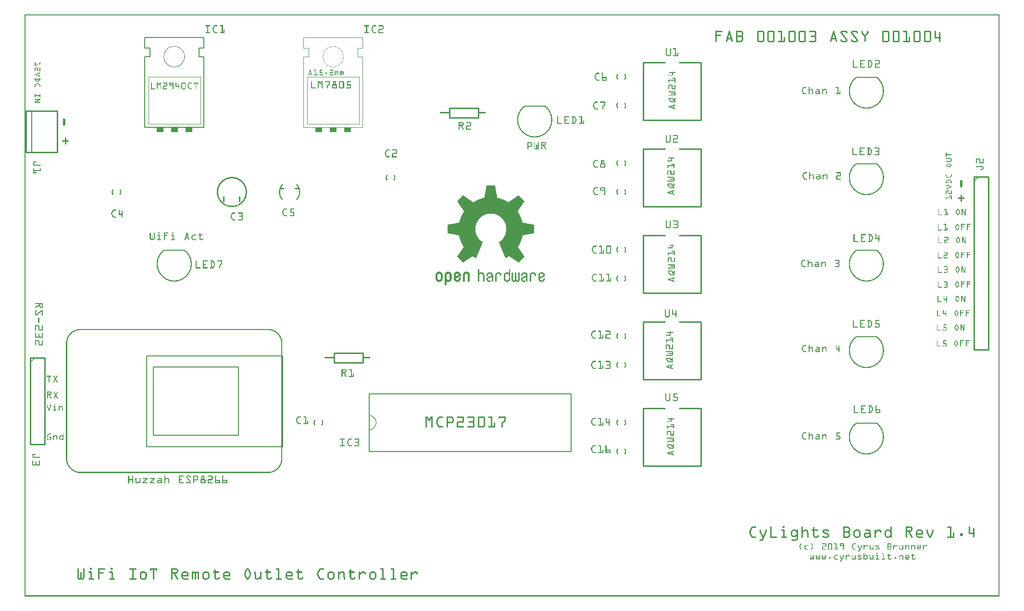
<source format=gto>
G04 MADE WITH FRITZING*
G04 WWW.FRITZING.ORG*
G04 DOUBLE SIDED*
G04 HOLES PLATED*
G04 CONTOUR ON CENTER OF CONTOUR VECTOR*
%ASAXBY*%
%FSLAX23Y23*%
%MOIN*%
%OFA0B0*%
%SFA1.0B1.0*%
%ADD10C,0.144117X0.139883*%
%ADD11R,0.050000X0.035000*%
%ADD12R,0.050014X0.035014*%
%ADD13R,0.050000X0.035014*%
%ADD14R,1.405916X0.405916X1.394084X0.394084*%
%ADD15C,0.005916*%
%ADD16C,0.006000*%
%ADD17C,0.002000*%
%ADD18C,0.002117*%
%ADD19C,0.000706*%
%ADD20C,0.010000*%
%ADD21C,0.005000*%
%ADD22C,0.008000*%
%ADD23C,0.007874*%
%ADD24R,0.001000X0.001000*%
%LNSILK1*%
G90*
G70*
G54D10*
X2139Y3746D03*
G54D11*
X1139Y3239D03*
X1039Y3239D03*
X939Y3239D03*
G54D12*
X2239Y3239D03*
X2139Y3239D03*
G54D13*
X2039Y3239D03*
G54D15*
X2389Y1406D02*
X3789Y1406D01*
X3789Y1006D01*
X2389Y1006D01*
X2389Y1406D01*
D02*
G54D16*
X834Y3256D02*
X1244Y3256D01*
D02*
X1244Y3881D02*
X834Y3881D01*
D02*
X1244Y3256D02*
X1244Y3746D01*
D02*
X1244Y3746D02*
X1209Y3746D01*
D02*
X1209Y3746D02*
X1209Y3806D01*
D02*
X1209Y3806D02*
X1244Y3806D01*
D02*
X1244Y3806D02*
X1244Y3881D01*
D02*
X834Y3256D02*
X834Y3746D01*
D02*
X834Y3746D02*
X869Y3746D01*
D02*
X869Y3746D02*
X869Y3806D01*
D02*
X869Y3806D02*
X834Y3806D01*
D02*
X834Y3806D02*
X834Y3881D01*
G54D17*
D02*
X859Y3281D02*
X1219Y3281D01*
D02*
X1219Y3606D02*
X1219Y3281D01*
D02*
X1219Y3606D02*
X859Y3606D01*
D02*
X859Y3281D02*
X859Y3606D01*
G54D18*
D02*
X1934Y3256D02*
X2344Y3256D01*
D02*
X2344Y3881D02*
X1934Y3881D01*
D02*
X2344Y3256D02*
X2344Y3746D01*
D02*
X2344Y3746D02*
X2309Y3746D01*
D02*
X2309Y3746D02*
X2309Y3806D01*
D02*
X2309Y3806D02*
X2344Y3806D01*
D02*
X2344Y3806D02*
X2344Y3881D01*
D02*
X1934Y3256D02*
X1934Y3746D01*
D02*
X1934Y3746D02*
X1969Y3746D01*
D02*
X1969Y3746D02*
X1969Y3806D01*
D02*
X1969Y3806D02*
X1934Y3806D01*
D02*
X1934Y3806D02*
X1934Y3881D01*
G54D19*
D02*
X1959Y3281D02*
X2319Y3281D01*
D02*
X2319Y3606D02*
X2319Y3281D01*
D02*
X2319Y3606D02*
X1959Y3606D01*
D02*
X1959Y3281D02*
X1959Y3606D01*
G54D20*
D02*
X4289Y3706D02*
X4289Y3306D01*
D02*
X4289Y3306D02*
X4689Y3306D01*
D02*
X4689Y3306D02*
X4689Y3706D01*
D02*
X4289Y3706D02*
X4439Y3706D01*
D02*
X4539Y3706D02*
X4689Y3706D01*
D02*
X4289Y3106D02*
X4289Y2706D01*
D02*
X4289Y2706D02*
X4689Y2706D01*
D02*
X4689Y2706D02*
X4689Y3106D01*
D02*
X4289Y3106D02*
X4439Y3106D01*
D02*
X4539Y3106D02*
X4689Y3106D01*
D02*
X4289Y2506D02*
X4289Y2106D01*
D02*
X4289Y2106D02*
X4689Y2106D01*
D02*
X4689Y2106D02*
X4689Y2506D01*
D02*
X4289Y2506D02*
X4439Y2506D01*
D02*
X4539Y2506D02*
X4689Y2506D01*
D02*
X4289Y1906D02*
X4289Y1506D01*
D02*
X4289Y1506D02*
X4689Y1506D01*
D02*
X4689Y1506D02*
X4689Y1906D01*
D02*
X4289Y1906D02*
X4439Y1906D01*
D02*
X4539Y1906D02*
X4689Y1906D01*
D02*
X4289Y1306D02*
X4289Y906D01*
D02*
X4289Y906D02*
X4689Y906D01*
D02*
X4689Y906D02*
X4689Y1306D01*
D02*
X4289Y1306D02*
X4439Y1306D01*
D02*
X4539Y1306D02*
X4689Y1306D01*
D02*
X2148Y1689D02*
X2348Y1689D01*
D02*
X2348Y1689D02*
X2348Y1623D01*
D02*
X2348Y1623D02*
X2148Y1623D01*
D02*
X2148Y1623D02*
X2148Y1689D01*
D02*
X2948Y3389D02*
X3148Y3389D01*
D02*
X3148Y3389D02*
X3148Y3323D01*
D02*
X3148Y3323D02*
X2948Y3323D01*
D02*
X2948Y3323D02*
X2948Y3389D01*
D02*
X227Y3082D02*
X227Y3368D01*
D02*
X227Y3368D02*
X11Y3368D01*
D02*
X11Y3368D02*
X11Y3082D01*
D02*
X11Y3082D02*
X227Y3082D01*
G54D21*
D02*
X51Y3368D02*
X51Y3082D01*
D02*
X1791Y1671D02*
X1791Y1041D01*
D02*
X1791Y1041D02*
X846Y1041D01*
D02*
X846Y1041D02*
X846Y1671D01*
D02*
X846Y1671D02*
X1791Y1671D01*
D02*
X1484Y1592D02*
X1484Y1120D01*
D02*
X1484Y1120D02*
X893Y1120D01*
D02*
X893Y1120D02*
X893Y1592D01*
D02*
X893Y1592D02*
X1484Y1592D01*
G54D22*
D02*
X1787Y1671D02*
X1787Y1041D01*
D02*
X1789Y1671D02*
X1787Y1671D01*
D02*
X1789Y1041D02*
X1787Y1041D01*
G54D20*
D02*
X6583Y2913D02*
X6583Y1713D01*
D02*
X6583Y1713D02*
X6683Y1713D01*
D02*
X6683Y1713D02*
X6683Y2913D01*
D02*
X6683Y2913D02*
X6583Y2913D01*
D02*
X39Y1656D02*
X39Y1056D01*
D02*
X39Y1056D02*
X139Y1056D01*
D02*
X139Y1056D02*
X139Y1656D01*
D02*
X139Y1656D02*
X39Y1656D01*
G54D23*
X1109Y2402D02*
X967Y2402D01*
D02*
X3609Y3402D02*
X3467Y3402D01*
D02*
X5909Y3602D02*
X5767Y3602D01*
D02*
X5909Y3002D02*
X5767Y3002D01*
D02*
X5909Y2402D02*
X5767Y2402D01*
D02*
X5909Y1802D02*
X5767Y1802D01*
D02*
X5909Y1202D02*
X5767Y1202D01*
D02*
G54D24*
X0Y4039D02*
X6760Y4039D01*
X0Y4038D02*
X6760Y4038D01*
X0Y4037D02*
X6760Y4037D01*
X0Y4036D02*
X6760Y4036D01*
X0Y4035D02*
X6760Y4035D01*
X0Y4034D02*
X6760Y4034D01*
X0Y4033D02*
X6760Y4033D01*
X0Y4032D02*
X6760Y4032D01*
X0Y4031D02*
X7Y4031D01*
X6753Y4031D02*
X6760Y4031D01*
X0Y4030D02*
X7Y4030D01*
X6753Y4030D02*
X6760Y4030D01*
X0Y4029D02*
X7Y4029D01*
X6753Y4029D02*
X6760Y4029D01*
X0Y4028D02*
X7Y4028D01*
X6753Y4028D02*
X6760Y4028D01*
X0Y4027D02*
X7Y4027D01*
X6753Y4027D02*
X6760Y4027D01*
X0Y4026D02*
X7Y4026D01*
X6753Y4026D02*
X6760Y4026D01*
X0Y4025D02*
X7Y4025D01*
X6753Y4025D02*
X6760Y4025D01*
X0Y4024D02*
X7Y4024D01*
X6753Y4024D02*
X6760Y4024D01*
X0Y4023D02*
X7Y4023D01*
X6753Y4023D02*
X6760Y4023D01*
X0Y4022D02*
X7Y4022D01*
X6753Y4022D02*
X6760Y4022D01*
X0Y4021D02*
X7Y4021D01*
X6753Y4021D02*
X6760Y4021D01*
X0Y4020D02*
X7Y4020D01*
X6753Y4020D02*
X6760Y4020D01*
X0Y4019D02*
X7Y4019D01*
X6753Y4019D02*
X6760Y4019D01*
X0Y4018D02*
X7Y4018D01*
X6753Y4018D02*
X6760Y4018D01*
X0Y4017D02*
X7Y4017D01*
X6753Y4017D02*
X6760Y4017D01*
X0Y4016D02*
X7Y4016D01*
X6753Y4016D02*
X6760Y4016D01*
X0Y4015D02*
X7Y4015D01*
X6753Y4015D02*
X6760Y4015D01*
X0Y4014D02*
X7Y4014D01*
X6753Y4014D02*
X6760Y4014D01*
X0Y4013D02*
X7Y4013D01*
X6753Y4013D02*
X6760Y4013D01*
X0Y4012D02*
X7Y4012D01*
X6753Y4012D02*
X6760Y4012D01*
X0Y4011D02*
X7Y4011D01*
X6753Y4011D02*
X6760Y4011D01*
X0Y4010D02*
X7Y4010D01*
X6753Y4010D02*
X6760Y4010D01*
X0Y4009D02*
X7Y4009D01*
X6753Y4009D02*
X6760Y4009D01*
X0Y4008D02*
X7Y4008D01*
X6753Y4008D02*
X6760Y4008D01*
X0Y4007D02*
X7Y4007D01*
X6753Y4007D02*
X6760Y4007D01*
X0Y4006D02*
X7Y4006D01*
X6753Y4006D02*
X6760Y4006D01*
X0Y4005D02*
X7Y4005D01*
X6753Y4005D02*
X6760Y4005D01*
X0Y4004D02*
X7Y4004D01*
X6753Y4004D02*
X6760Y4004D01*
X0Y4003D02*
X7Y4003D01*
X6753Y4003D02*
X6760Y4003D01*
X0Y4002D02*
X7Y4002D01*
X6753Y4002D02*
X6760Y4002D01*
X0Y4001D02*
X7Y4001D01*
X6753Y4001D02*
X6760Y4001D01*
X0Y4000D02*
X7Y4000D01*
X6753Y4000D02*
X6760Y4000D01*
X0Y3999D02*
X7Y3999D01*
X6753Y3999D02*
X6760Y3999D01*
X0Y3998D02*
X7Y3998D01*
X6753Y3998D02*
X6760Y3998D01*
X0Y3997D02*
X7Y3997D01*
X6753Y3997D02*
X6760Y3997D01*
X0Y3996D02*
X7Y3996D01*
X6753Y3996D02*
X6760Y3996D01*
X0Y3995D02*
X7Y3995D01*
X6753Y3995D02*
X6760Y3995D01*
X0Y3994D02*
X7Y3994D01*
X6753Y3994D02*
X6760Y3994D01*
X0Y3993D02*
X7Y3993D01*
X6753Y3993D02*
X6760Y3993D01*
X0Y3992D02*
X7Y3992D01*
X6753Y3992D02*
X6760Y3992D01*
X0Y3991D02*
X7Y3991D01*
X6753Y3991D02*
X6760Y3991D01*
X0Y3990D02*
X7Y3990D01*
X6753Y3990D02*
X6760Y3990D01*
X0Y3989D02*
X7Y3989D01*
X6753Y3989D02*
X6760Y3989D01*
X0Y3988D02*
X7Y3988D01*
X6753Y3988D02*
X6760Y3988D01*
X0Y3987D02*
X7Y3987D01*
X6753Y3987D02*
X6760Y3987D01*
X0Y3986D02*
X7Y3986D01*
X6753Y3986D02*
X6760Y3986D01*
X0Y3985D02*
X7Y3985D01*
X6753Y3985D02*
X6760Y3985D01*
X0Y3984D02*
X7Y3984D01*
X6753Y3984D02*
X6760Y3984D01*
X0Y3983D02*
X7Y3983D01*
X6753Y3983D02*
X6760Y3983D01*
X0Y3982D02*
X7Y3982D01*
X6753Y3982D02*
X6760Y3982D01*
X0Y3981D02*
X7Y3981D01*
X6753Y3981D02*
X6760Y3981D01*
X0Y3980D02*
X7Y3980D01*
X6753Y3980D02*
X6760Y3980D01*
X0Y3979D02*
X7Y3979D01*
X6753Y3979D02*
X6760Y3979D01*
X0Y3978D02*
X7Y3978D01*
X6753Y3978D02*
X6760Y3978D01*
X0Y3977D02*
X7Y3977D01*
X6753Y3977D02*
X6760Y3977D01*
X0Y3976D02*
X7Y3976D01*
X6753Y3976D02*
X6760Y3976D01*
X0Y3975D02*
X7Y3975D01*
X6753Y3975D02*
X6760Y3975D01*
X0Y3974D02*
X7Y3974D01*
X6753Y3974D02*
X6760Y3974D01*
X0Y3973D02*
X7Y3973D01*
X6753Y3973D02*
X6760Y3973D01*
X0Y3972D02*
X7Y3972D01*
X6753Y3972D02*
X6760Y3972D01*
X0Y3971D02*
X7Y3971D01*
X6753Y3971D02*
X6760Y3971D01*
X0Y3970D02*
X7Y3970D01*
X6753Y3970D02*
X6760Y3970D01*
X0Y3969D02*
X7Y3969D01*
X6753Y3969D02*
X6760Y3969D01*
X0Y3968D02*
X7Y3968D01*
X6753Y3968D02*
X6760Y3968D01*
X0Y3967D02*
X7Y3967D01*
X6753Y3967D02*
X6760Y3967D01*
X0Y3966D02*
X7Y3966D01*
X6753Y3966D02*
X6760Y3966D01*
X0Y3965D02*
X7Y3965D01*
X6753Y3965D02*
X6760Y3965D01*
X0Y3964D02*
X7Y3964D01*
X1256Y3964D02*
X1286Y3964D01*
X1320Y3964D02*
X1336Y3964D01*
X1357Y3964D02*
X1375Y3964D01*
X2357Y3964D02*
X2387Y3964D01*
X2421Y3964D02*
X2437Y3964D01*
X2457Y3964D02*
X2484Y3964D01*
X6753Y3964D02*
X6760Y3964D01*
X0Y3963D02*
X7Y3963D01*
X1255Y3963D02*
X1287Y3963D01*
X1318Y3963D02*
X1337Y3963D01*
X1356Y3963D02*
X1375Y3963D01*
X2356Y3963D02*
X2388Y3963D01*
X2418Y3963D02*
X2438Y3963D01*
X2456Y3963D02*
X2486Y3963D01*
X6753Y3963D02*
X6760Y3963D01*
X0Y3962D02*
X7Y3962D01*
X1255Y3962D02*
X1288Y3962D01*
X1316Y3962D02*
X1338Y3962D01*
X1355Y3962D02*
X1375Y3962D01*
X2355Y3962D02*
X2388Y3962D01*
X2417Y3962D02*
X2439Y3962D01*
X2456Y3962D02*
X2487Y3962D01*
X6753Y3962D02*
X6760Y3962D01*
X0Y3961D02*
X7Y3961D01*
X1255Y3961D02*
X1288Y3961D01*
X1315Y3961D02*
X1338Y3961D01*
X1355Y3961D02*
X1375Y3961D01*
X2355Y3961D02*
X2389Y3961D01*
X2416Y3961D02*
X2439Y3961D01*
X2455Y3961D02*
X2488Y3961D01*
X6753Y3961D02*
X6760Y3961D01*
X0Y3960D02*
X7Y3960D01*
X1255Y3960D02*
X1288Y3960D01*
X1314Y3960D02*
X1338Y3960D01*
X1355Y3960D02*
X1375Y3960D01*
X2355Y3960D02*
X2388Y3960D01*
X2415Y3960D02*
X2439Y3960D01*
X2456Y3960D02*
X2488Y3960D01*
X6753Y3960D02*
X6760Y3960D01*
X0Y3959D02*
X7Y3959D01*
X1255Y3959D02*
X1287Y3959D01*
X1314Y3959D02*
X1338Y3959D01*
X1356Y3959D02*
X1375Y3959D01*
X2356Y3959D02*
X2388Y3959D01*
X2414Y3959D02*
X2438Y3959D01*
X2456Y3959D02*
X2489Y3959D01*
X6753Y3959D02*
X6760Y3959D01*
X0Y3958D02*
X7Y3958D01*
X1256Y3958D02*
X1286Y3958D01*
X1313Y3958D02*
X1337Y3958D01*
X1357Y3958D02*
X1375Y3958D01*
X2357Y3958D02*
X2387Y3958D01*
X2414Y3958D02*
X2437Y3958D01*
X2457Y3958D02*
X2489Y3958D01*
X6753Y3958D02*
X6760Y3958D01*
X0Y3957D02*
X7Y3957D01*
X1268Y3957D02*
X1274Y3957D01*
X1313Y3957D02*
X1320Y3957D01*
X1369Y3957D02*
X1375Y3957D01*
X2369Y3957D02*
X2375Y3957D01*
X2413Y3957D02*
X2421Y3957D01*
X2483Y3957D02*
X2489Y3957D01*
X6753Y3957D02*
X6760Y3957D01*
X0Y3956D02*
X7Y3956D01*
X1268Y3956D02*
X1274Y3956D01*
X1312Y3956D02*
X1319Y3956D01*
X1369Y3956D02*
X1375Y3956D01*
X2369Y3956D02*
X2375Y3956D01*
X2413Y3956D02*
X2420Y3956D01*
X2483Y3956D02*
X2489Y3956D01*
X6753Y3956D02*
X6760Y3956D01*
X0Y3955D02*
X7Y3955D01*
X1268Y3955D02*
X1274Y3955D01*
X1312Y3955D02*
X1319Y3955D01*
X1369Y3955D02*
X1375Y3955D01*
X2369Y3955D02*
X2375Y3955D01*
X2412Y3955D02*
X2419Y3955D01*
X2483Y3955D02*
X2489Y3955D01*
X6753Y3955D02*
X6760Y3955D01*
X0Y3954D02*
X7Y3954D01*
X1268Y3954D02*
X1274Y3954D01*
X1311Y3954D02*
X1318Y3954D01*
X1369Y3954D02*
X1375Y3954D01*
X2369Y3954D02*
X2375Y3954D01*
X2412Y3954D02*
X2419Y3954D01*
X2483Y3954D02*
X2489Y3954D01*
X6753Y3954D02*
X6760Y3954D01*
X0Y3953D02*
X7Y3953D01*
X1268Y3953D02*
X1274Y3953D01*
X1311Y3953D02*
X1318Y3953D01*
X1369Y3953D02*
X1375Y3953D01*
X2369Y3953D02*
X2375Y3953D01*
X2411Y3953D02*
X2418Y3953D01*
X2483Y3953D02*
X2489Y3953D01*
X6753Y3953D02*
X6760Y3953D01*
X0Y3952D02*
X7Y3952D01*
X1268Y3952D02*
X1274Y3952D01*
X1310Y3952D02*
X1317Y3952D01*
X1369Y3952D02*
X1375Y3952D01*
X2369Y3952D02*
X2375Y3952D01*
X2411Y3952D02*
X2418Y3952D01*
X2483Y3952D02*
X2489Y3952D01*
X6753Y3952D02*
X6760Y3952D01*
X0Y3951D02*
X7Y3951D01*
X1268Y3951D02*
X1274Y3951D01*
X1310Y3951D02*
X1317Y3951D01*
X1369Y3951D02*
X1375Y3951D01*
X2369Y3951D02*
X2375Y3951D01*
X2410Y3951D02*
X2417Y3951D01*
X2483Y3951D02*
X2489Y3951D01*
X6753Y3951D02*
X6760Y3951D01*
X0Y3950D02*
X7Y3950D01*
X1268Y3950D02*
X1274Y3950D01*
X1309Y3950D02*
X1316Y3950D01*
X1369Y3950D02*
X1375Y3950D01*
X2369Y3950D02*
X2375Y3950D01*
X2410Y3950D02*
X2417Y3950D01*
X2483Y3950D02*
X2489Y3950D01*
X6753Y3950D02*
X6760Y3950D01*
X0Y3949D02*
X7Y3949D01*
X1268Y3949D02*
X1274Y3949D01*
X1309Y3949D02*
X1316Y3949D01*
X1369Y3949D02*
X1375Y3949D01*
X2369Y3949D02*
X2375Y3949D01*
X2409Y3949D02*
X2416Y3949D01*
X2483Y3949D02*
X2489Y3949D01*
X6753Y3949D02*
X6760Y3949D01*
X0Y3948D02*
X7Y3948D01*
X1268Y3948D02*
X1274Y3948D01*
X1308Y3948D02*
X1315Y3948D01*
X1369Y3948D02*
X1375Y3948D01*
X2369Y3948D02*
X2375Y3948D01*
X2409Y3948D02*
X2416Y3948D01*
X2483Y3948D02*
X2489Y3948D01*
X6753Y3948D02*
X6760Y3948D01*
X0Y3947D02*
X7Y3947D01*
X1268Y3947D02*
X1274Y3947D01*
X1308Y3947D02*
X1314Y3947D01*
X1369Y3947D02*
X1375Y3947D01*
X2369Y3947D02*
X2375Y3947D01*
X2408Y3947D02*
X2415Y3947D01*
X2483Y3947D02*
X2489Y3947D01*
X6753Y3947D02*
X6760Y3947D01*
X0Y3946D02*
X7Y3946D01*
X1268Y3946D02*
X1274Y3946D01*
X1307Y3946D02*
X1314Y3946D01*
X1369Y3946D02*
X1375Y3946D01*
X2369Y3946D02*
X2375Y3946D01*
X2408Y3946D02*
X2415Y3946D01*
X2483Y3946D02*
X2489Y3946D01*
X6753Y3946D02*
X6760Y3946D01*
X0Y3945D02*
X7Y3945D01*
X1268Y3945D02*
X1274Y3945D01*
X1307Y3945D02*
X1313Y3945D01*
X1369Y3945D02*
X1375Y3945D01*
X2369Y3945D02*
X2375Y3945D01*
X2407Y3945D02*
X2414Y3945D01*
X2483Y3945D02*
X2489Y3945D01*
X6753Y3945D02*
X6760Y3945D01*
X0Y3944D02*
X7Y3944D01*
X1268Y3944D02*
X1274Y3944D01*
X1306Y3944D02*
X1313Y3944D01*
X1369Y3944D02*
X1375Y3944D01*
X2369Y3944D02*
X2375Y3944D01*
X2407Y3944D02*
X2414Y3944D01*
X2483Y3944D02*
X2489Y3944D01*
X6753Y3944D02*
X6760Y3944D01*
X0Y3943D02*
X7Y3943D01*
X1268Y3943D02*
X1274Y3943D01*
X1306Y3943D02*
X1312Y3943D01*
X1369Y3943D02*
X1375Y3943D01*
X2369Y3943D02*
X2375Y3943D01*
X2406Y3943D02*
X2413Y3943D01*
X2483Y3943D02*
X2489Y3943D01*
X6753Y3943D02*
X6760Y3943D01*
X0Y3942D02*
X7Y3942D01*
X1268Y3942D02*
X1274Y3942D01*
X1305Y3942D02*
X1312Y3942D01*
X1369Y3942D02*
X1375Y3942D01*
X2369Y3942D02*
X2375Y3942D01*
X2406Y3942D02*
X2413Y3942D01*
X2483Y3942D02*
X2489Y3942D01*
X6753Y3942D02*
X6760Y3942D01*
X0Y3941D02*
X7Y3941D01*
X1268Y3941D02*
X1274Y3941D01*
X1305Y3941D02*
X1312Y3941D01*
X1369Y3941D02*
X1375Y3941D01*
X2369Y3941D02*
X2375Y3941D01*
X2406Y3941D02*
X2412Y3941D01*
X2483Y3941D02*
X2489Y3941D01*
X6753Y3941D02*
X6760Y3941D01*
X0Y3940D02*
X7Y3940D01*
X1268Y3940D02*
X1274Y3940D01*
X1305Y3940D02*
X1311Y3940D01*
X1369Y3940D02*
X1375Y3940D01*
X2369Y3940D02*
X2375Y3940D01*
X2406Y3940D02*
X2412Y3940D01*
X2459Y3940D02*
X2489Y3940D01*
X6753Y3940D02*
X6760Y3940D01*
X0Y3939D02*
X7Y3939D01*
X1268Y3939D02*
X1274Y3939D01*
X1305Y3939D02*
X1311Y3939D01*
X1369Y3939D02*
X1375Y3939D01*
X2369Y3939D02*
X2375Y3939D01*
X2405Y3939D02*
X2411Y3939D01*
X2458Y3939D02*
X2489Y3939D01*
X6753Y3939D02*
X6760Y3939D01*
X0Y3938D02*
X7Y3938D01*
X1268Y3938D02*
X1274Y3938D01*
X1305Y3938D02*
X1311Y3938D01*
X1369Y3938D02*
X1375Y3938D01*
X2369Y3938D02*
X2375Y3938D01*
X2405Y3938D02*
X2411Y3938D01*
X2457Y3938D02*
X2488Y3938D01*
X6753Y3938D02*
X6760Y3938D01*
X0Y3937D02*
X7Y3937D01*
X1268Y3937D02*
X1274Y3937D01*
X1305Y3937D02*
X1311Y3937D01*
X1369Y3937D02*
X1375Y3937D01*
X2369Y3937D02*
X2375Y3937D01*
X2405Y3937D02*
X2411Y3937D01*
X2456Y3937D02*
X2488Y3937D01*
X6753Y3937D02*
X6760Y3937D01*
X0Y3936D02*
X7Y3936D01*
X1268Y3936D02*
X1274Y3936D01*
X1305Y3936D02*
X1311Y3936D01*
X1369Y3936D02*
X1375Y3936D01*
X2369Y3936D02*
X2375Y3936D01*
X2405Y3936D02*
X2411Y3936D01*
X2456Y3936D02*
X2487Y3936D01*
X6753Y3936D02*
X6760Y3936D01*
X0Y3935D02*
X7Y3935D01*
X1268Y3935D02*
X1274Y3935D01*
X1305Y3935D02*
X1311Y3935D01*
X1369Y3935D02*
X1375Y3935D01*
X2369Y3935D02*
X2375Y3935D01*
X2405Y3935D02*
X2412Y3935D01*
X2456Y3935D02*
X2486Y3935D01*
X6753Y3935D02*
X6760Y3935D01*
X0Y3934D02*
X7Y3934D01*
X1268Y3934D02*
X1274Y3934D01*
X1305Y3934D02*
X1311Y3934D01*
X1369Y3934D02*
X1375Y3934D01*
X1384Y3934D02*
X1387Y3934D01*
X2369Y3934D02*
X2375Y3934D01*
X2406Y3934D02*
X2412Y3934D01*
X2455Y3934D02*
X2484Y3934D01*
X6753Y3934D02*
X6760Y3934D01*
X0Y3933D02*
X7Y3933D01*
X1268Y3933D02*
X1274Y3933D01*
X1305Y3933D02*
X1312Y3933D01*
X1369Y3933D02*
X1375Y3933D01*
X1383Y3933D02*
X1388Y3933D01*
X2369Y3933D02*
X2375Y3933D01*
X2406Y3933D02*
X2412Y3933D01*
X2455Y3933D02*
X2461Y3933D01*
X6753Y3933D02*
X6760Y3933D01*
X0Y3932D02*
X7Y3932D01*
X1268Y3932D02*
X1274Y3932D01*
X1306Y3932D02*
X1312Y3932D01*
X1369Y3932D02*
X1375Y3932D01*
X1383Y3932D02*
X1388Y3932D01*
X2369Y3932D02*
X2375Y3932D01*
X2406Y3932D02*
X2413Y3932D01*
X2455Y3932D02*
X2461Y3932D01*
X6753Y3932D02*
X6760Y3932D01*
X0Y3931D02*
X7Y3931D01*
X1268Y3931D02*
X1274Y3931D01*
X1306Y3931D02*
X1313Y3931D01*
X1369Y3931D02*
X1375Y3931D01*
X1382Y3931D02*
X1388Y3931D01*
X2369Y3931D02*
X2375Y3931D01*
X2407Y3931D02*
X2413Y3931D01*
X2455Y3931D02*
X2461Y3931D01*
X6753Y3931D02*
X6760Y3931D01*
X0Y3930D02*
X7Y3930D01*
X1268Y3930D02*
X1274Y3930D01*
X1306Y3930D02*
X1313Y3930D01*
X1369Y3930D02*
X1375Y3930D01*
X1382Y3930D02*
X1388Y3930D01*
X2369Y3930D02*
X2375Y3930D01*
X2407Y3930D02*
X2414Y3930D01*
X2455Y3930D02*
X2461Y3930D01*
X6753Y3930D02*
X6760Y3930D01*
X0Y3929D02*
X7Y3929D01*
X1268Y3929D02*
X1274Y3929D01*
X1307Y3929D02*
X1314Y3929D01*
X1369Y3929D02*
X1375Y3929D01*
X1382Y3929D02*
X1388Y3929D01*
X2369Y3929D02*
X2375Y3929D01*
X2407Y3929D02*
X2414Y3929D01*
X2455Y3929D02*
X2461Y3929D01*
X6753Y3929D02*
X6760Y3929D01*
X0Y3928D02*
X7Y3928D01*
X1268Y3928D02*
X1274Y3928D01*
X1307Y3928D02*
X1314Y3928D01*
X1369Y3928D02*
X1375Y3928D01*
X1382Y3928D02*
X1388Y3928D01*
X2369Y3928D02*
X2375Y3928D01*
X2408Y3928D02*
X2415Y3928D01*
X2455Y3928D02*
X2461Y3928D01*
X6753Y3928D02*
X6760Y3928D01*
X0Y3927D02*
X7Y3927D01*
X1268Y3927D02*
X1274Y3927D01*
X1308Y3927D02*
X1315Y3927D01*
X1369Y3927D02*
X1375Y3927D01*
X1382Y3927D02*
X1388Y3927D01*
X2369Y3927D02*
X2375Y3927D01*
X2408Y3927D02*
X2415Y3927D01*
X2455Y3927D02*
X2461Y3927D01*
X6753Y3927D02*
X6760Y3927D01*
X0Y3926D02*
X7Y3926D01*
X1268Y3926D02*
X1274Y3926D01*
X1308Y3926D02*
X1315Y3926D01*
X1369Y3926D02*
X1375Y3926D01*
X1382Y3926D02*
X1388Y3926D01*
X2369Y3926D02*
X2375Y3926D01*
X2409Y3926D02*
X2416Y3926D01*
X2455Y3926D02*
X2461Y3926D01*
X6753Y3926D02*
X6760Y3926D01*
X0Y3925D02*
X7Y3925D01*
X1268Y3925D02*
X1274Y3925D01*
X1309Y3925D02*
X1316Y3925D01*
X1369Y3925D02*
X1375Y3925D01*
X1382Y3925D02*
X1388Y3925D01*
X2369Y3925D02*
X2375Y3925D01*
X2409Y3925D02*
X2416Y3925D01*
X2455Y3925D02*
X2461Y3925D01*
X4791Y3925D02*
X4837Y3925D01*
X4885Y3925D02*
X4889Y3925D01*
X4935Y3925D02*
X4969Y3925D01*
X5086Y3925D02*
X5122Y3925D01*
X5158Y3925D02*
X5195Y3925D01*
X5227Y3925D02*
X5253Y3925D01*
X5303Y3925D02*
X5339Y3925D01*
X5375Y3925D02*
X5411Y3925D01*
X5444Y3925D02*
X5484Y3925D01*
X5608Y3925D02*
X5612Y3925D01*
X5665Y3925D02*
X5698Y3925D01*
X5738Y3925D02*
X5770Y3925D01*
X5805Y3925D02*
X5809Y3925D01*
X5845Y3925D02*
X5849Y3925D01*
X5954Y3925D02*
X5990Y3925D01*
X6026Y3925D02*
X6062Y3925D01*
X6094Y3925D02*
X6121Y3925D01*
X6170Y3925D02*
X6207Y3925D01*
X6243Y3925D02*
X6279Y3925D01*
X6314Y3925D02*
X6318Y3925D01*
X6753Y3925D02*
X6760Y3925D01*
X0Y3924D02*
X7Y3924D01*
X1268Y3924D02*
X1274Y3924D01*
X1309Y3924D02*
X1316Y3924D01*
X1369Y3924D02*
X1375Y3924D01*
X1382Y3924D02*
X1388Y3924D01*
X2369Y3924D02*
X2375Y3924D01*
X2410Y3924D02*
X2417Y3924D01*
X2455Y3924D02*
X2461Y3924D01*
X4791Y3924D02*
X4838Y3924D01*
X4884Y3924D02*
X4891Y3924D01*
X4935Y3924D02*
X4972Y3924D01*
X5084Y3924D02*
X5124Y3924D01*
X5157Y3924D02*
X5196Y3924D01*
X5226Y3924D02*
X5253Y3924D01*
X5301Y3924D02*
X5341Y3924D01*
X5374Y3924D02*
X5413Y3924D01*
X5443Y3924D02*
X5485Y3924D01*
X5607Y3924D02*
X5613Y3924D01*
X5663Y3924D02*
X5700Y3924D01*
X5736Y3924D02*
X5772Y3924D01*
X5804Y3924D02*
X5810Y3924D01*
X5844Y3924D02*
X5850Y3924D01*
X5952Y3924D02*
X5991Y3924D01*
X6024Y3924D02*
X6064Y3924D01*
X6093Y3924D02*
X6121Y3924D01*
X6169Y3924D02*
X6208Y3924D01*
X6241Y3924D02*
X6281Y3924D01*
X6312Y3924D02*
X6319Y3924D01*
X6753Y3924D02*
X6760Y3924D01*
X0Y3923D02*
X7Y3923D01*
X1268Y3923D02*
X1274Y3923D01*
X1310Y3923D02*
X1317Y3923D01*
X1369Y3923D02*
X1375Y3923D01*
X1382Y3923D02*
X1388Y3923D01*
X2369Y3923D02*
X2375Y3923D01*
X2411Y3923D02*
X2417Y3923D01*
X2455Y3923D02*
X2461Y3923D01*
X4791Y3923D02*
X4839Y3923D01*
X4883Y3923D02*
X4891Y3923D01*
X4935Y3923D02*
X4974Y3923D01*
X5083Y3923D02*
X5125Y3923D01*
X5155Y3923D02*
X5198Y3923D01*
X5225Y3923D02*
X5253Y3923D01*
X5300Y3923D02*
X5342Y3923D01*
X5372Y3923D02*
X5414Y3923D01*
X5442Y3923D02*
X5487Y3923D01*
X5606Y3923D02*
X5614Y3923D01*
X5662Y3923D02*
X5701Y3923D01*
X5734Y3923D02*
X5774Y3923D01*
X5803Y3923D02*
X5811Y3923D01*
X5843Y3923D02*
X5851Y3923D01*
X5951Y3923D02*
X5993Y3923D01*
X6023Y3923D02*
X6065Y3923D01*
X6092Y3923D02*
X6121Y3923D01*
X6167Y3923D02*
X6210Y3923D01*
X6240Y3923D02*
X6282Y3923D01*
X6312Y3923D02*
X6320Y3923D01*
X6753Y3923D02*
X6760Y3923D01*
X0Y3922D02*
X7Y3922D01*
X1268Y3922D02*
X1274Y3922D01*
X1310Y3922D02*
X1317Y3922D01*
X1369Y3922D02*
X1375Y3922D01*
X1382Y3922D02*
X1388Y3922D01*
X2369Y3922D02*
X2375Y3922D01*
X2411Y3922D02*
X2418Y3922D01*
X2455Y3922D02*
X2461Y3922D01*
X4791Y3922D02*
X4839Y3922D01*
X4883Y3922D02*
X4892Y3922D01*
X4935Y3922D02*
X4975Y3922D01*
X5082Y3922D02*
X5126Y3922D01*
X5154Y3922D02*
X5198Y3922D01*
X5225Y3922D02*
X5253Y3922D01*
X5299Y3922D02*
X5343Y3922D01*
X5371Y3922D02*
X5415Y3922D01*
X5442Y3922D02*
X5488Y3922D01*
X5606Y3922D02*
X5615Y3922D01*
X5661Y3922D02*
X5703Y3922D01*
X5733Y3922D02*
X5775Y3922D01*
X5803Y3922D02*
X5812Y3922D01*
X5843Y3922D02*
X5851Y3922D01*
X5950Y3922D02*
X5994Y3922D01*
X6022Y3922D02*
X6066Y3922D01*
X6092Y3922D02*
X6121Y3922D01*
X6167Y3922D02*
X6211Y3922D01*
X6239Y3922D02*
X6283Y3922D01*
X6311Y3922D02*
X6320Y3922D01*
X6753Y3922D02*
X6760Y3922D01*
X0Y3921D02*
X7Y3921D01*
X1268Y3921D02*
X1274Y3921D01*
X1311Y3921D02*
X1318Y3921D01*
X1369Y3921D02*
X1375Y3921D01*
X1382Y3921D02*
X1388Y3921D01*
X2369Y3921D02*
X2375Y3921D01*
X2412Y3921D02*
X2418Y3921D01*
X2455Y3921D02*
X2461Y3921D01*
X4791Y3921D02*
X4839Y3921D01*
X4883Y3921D02*
X4892Y3921D01*
X4935Y3921D02*
X4977Y3921D01*
X5081Y3921D02*
X5127Y3921D01*
X5154Y3921D02*
X5199Y3921D01*
X5224Y3921D02*
X5253Y3921D01*
X5298Y3921D02*
X5344Y3921D01*
X5371Y3921D02*
X5416Y3921D01*
X5441Y3921D02*
X5488Y3921D01*
X5606Y3921D02*
X5615Y3921D01*
X5660Y3921D02*
X5704Y3921D01*
X5733Y3921D02*
X5776Y3921D01*
X5803Y3921D02*
X5812Y3921D01*
X5842Y3921D02*
X5851Y3921D01*
X5949Y3921D02*
X5994Y3921D01*
X6021Y3921D02*
X6067Y3921D01*
X6092Y3921D02*
X6121Y3921D01*
X6166Y3921D02*
X6211Y3921D01*
X6238Y3921D02*
X6284Y3921D01*
X6311Y3921D02*
X6320Y3921D01*
X6753Y3921D02*
X6760Y3921D01*
X0Y3920D02*
X7Y3920D01*
X1268Y3920D02*
X1274Y3920D01*
X1311Y3920D02*
X1318Y3920D01*
X1369Y3920D02*
X1375Y3920D01*
X1382Y3920D02*
X1388Y3920D01*
X2369Y3920D02*
X2375Y3920D01*
X2412Y3920D02*
X2419Y3920D01*
X2455Y3920D02*
X2461Y3920D01*
X4791Y3920D02*
X4839Y3920D01*
X4882Y3920D02*
X4892Y3920D01*
X4935Y3920D02*
X4978Y3920D01*
X5081Y3920D02*
X5128Y3920D01*
X5153Y3920D02*
X5200Y3920D01*
X5225Y3920D02*
X5253Y3920D01*
X5298Y3920D02*
X5344Y3920D01*
X5370Y3920D02*
X5417Y3920D01*
X5441Y3920D02*
X5489Y3920D01*
X5605Y3920D02*
X5615Y3920D01*
X5660Y3920D02*
X5704Y3920D01*
X5732Y3920D02*
X5777Y3920D01*
X5803Y3920D02*
X5812Y3920D01*
X5842Y3920D02*
X5852Y3920D01*
X5948Y3920D02*
X5995Y3920D01*
X6021Y3920D02*
X6067Y3920D01*
X6092Y3920D02*
X6121Y3920D01*
X6165Y3920D02*
X6212Y3920D01*
X6237Y3920D02*
X6284Y3920D01*
X6311Y3920D02*
X6320Y3920D01*
X6753Y3920D02*
X6760Y3920D01*
X0Y3919D02*
X7Y3919D01*
X1268Y3919D02*
X1274Y3919D01*
X1312Y3919D02*
X1319Y3919D01*
X1369Y3919D02*
X1375Y3919D01*
X1382Y3919D02*
X1388Y3919D01*
X2369Y3919D02*
X2375Y3919D01*
X2413Y3919D02*
X2419Y3919D01*
X2455Y3919D02*
X2461Y3919D01*
X4791Y3919D02*
X4839Y3919D01*
X4882Y3919D02*
X4893Y3919D01*
X4935Y3919D02*
X4979Y3919D01*
X5080Y3919D02*
X5128Y3919D01*
X5153Y3919D02*
X5200Y3919D01*
X5225Y3919D02*
X5253Y3919D01*
X5297Y3919D02*
X5345Y3919D01*
X5370Y3919D02*
X5417Y3919D01*
X5442Y3919D02*
X5489Y3919D01*
X5605Y3919D02*
X5615Y3919D01*
X5659Y3919D02*
X5705Y3919D01*
X5731Y3919D02*
X5777Y3919D01*
X5803Y3919D02*
X5812Y3919D01*
X5842Y3919D02*
X5852Y3919D01*
X5948Y3919D02*
X5995Y3919D01*
X6020Y3919D02*
X6068Y3919D01*
X6092Y3919D02*
X6121Y3919D01*
X6165Y3919D02*
X6212Y3919D01*
X6237Y3919D02*
X6285Y3919D01*
X6311Y3919D02*
X6320Y3919D01*
X6753Y3919D02*
X6760Y3919D01*
X0Y3918D02*
X7Y3918D01*
X1268Y3918D02*
X1274Y3918D01*
X1312Y3918D02*
X1320Y3918D01*
X1369Y3918D02*
X1375Y3918D01*
X1382Y3918D02*
X1388Y3918D01*
X2369Y3918D02*
X2375Y3918D01*
X2413Y3918D02*
X2420Y3918D01*
X2455Y3918D02*
X2461Y3918D01*
X4791Y3918D02*
X4839Y3918D01*
X4882Y3918D02*
X4893Y3918D01*
X4935Y3918D02*
X4980Y3918D01*
X5080Y3918D02*
X5128Y3918D01*
X5152Y3918D02*
X5201Y3918D01*
X5225Y3918D02*
X5253Y3918D01*
X5297Y3918D02*
X5345Y3918D01*
X5369Y3918D02*
X5417Y3918D01*
X5442Y3918D02*
X5490Y3918D01*
X5605Y3918D02*
X5616Y3918D01*
X5659Y3918D02*
X5706Y3918D01*
X5731Y3918D02*
X5778Y3918D01*
X5803Y3918D02*
X5812Y3918D01*
X5842Y3918D02*
X5852Y3918D01*
X5948Y3918D02*
X5996Y3918D01*
X6020Y3918D02*
X6068Y3918D01*
X6093Y3918D02*
X6121Y3918D01*
X6164Y3918D02*
X6213Y3918D01*
X6237Y3918D02*
X6285Y3918D01*
X6311Y3918D02*
X6320Y3918D01*
X6753Y3918D02*
X6760Y3918D01*
X0Y3917D02*
X7Y3917D01*
X1257Y3917D02*
X1286Y3917D01*
X1313Y3917D02*
X1336Y3917D01*
X1357Y3917D02*
X1388Y3917D01*
X2357Y3917D02*
X2386Y3917D01*
X2414Y3917D02*
X2436Y3917D01*
X2455Y3917D02*
X2487Y3917D01*
X4791Y3917D02*
X4838Y3917D01*
X4881Y3917D02*
X4893Y3917D01*
X4935Y3917D02*
X4980Y3917D01*
X5080Y3917D02*
X5128Y3917D01*
X5152Y3917D02*
X5201Y3917D01*
X5226Y3917D02*
X5253Y3917D01*
X5297Y3917D02*
X5345Y3917D01*
X5369Y3917D02*
X5418Y3917D01*
X5443Y3917D02*
X5490Y3917D01*
X5604Y3917D02*
X5616Y3917D01*
X5658Y3917D02*
X5706Y3917D01*
X5731Y3917D02*
X5778Y3917D01*
X5803Y3917D02*
X5812Y3917D01*
X5842Y3917D02*
X5852Y3917D01*
X5947Y3917D02*
X5996Y3917D01*
X6020Y3917D02*
X6068Y3917D01*
X6094Y3917D02*
X6121Y3917D01*
X6164Y3917D02*
X6213Y3917D01*
X6237Y3917D02*
X6285Y3917D01*
X6311Y3917D02*
X6320Y3917D01*
X6345Y3917D02*
X6346Y3917D01*
X6753Y3917D02*
X6760Y3917D01*
X0Y3916D02*
X7Y3916D01*
X1255Y3916D02*
X1287Y3916D01*
X1314Y3916D02*
X1337Y3916D01*
X1356Y3916D02*
X1388Y3916D01*
X2356Y3916D02*
X2388Y3916D01*
X2414Y3916D02*
X2438Y3916D01*
X2455Y3916D02*
X2488Y3916D01*
X4791Y3916D02*
X4836Y3916D01*
X4881Y3916D02*
X4893Y3916D01*
X4935Y3916D02*
X4981Y3916D01*
X5080Y3916D02*
X5129Y3916D01*
X5152Y3916D02*
X5201Y3916D01*
X5228Y3916D02*
X5253Y3916D01*
X5297Y3916D02*
X5345Y3916D01*
X5369Y3916D02*
X5418Y3916D01*
X5445Y3916D02*
X5490Y3916D01*
X5604Y3916D02*
X5616Y3916D01*
X5658Y3916D02*
X5706Y3916D01*
X5731Y3916D02*
X5779Y3916D01*
X5803Y3916D02*
X5812Y3916D01*
X5842Y3916D02*
X5852Y3916D01*
X5947Y3916D02*
X5996Y3916D01*
X6020Y3916D02*
X6068Y3916D01*
X6095Y3916D02*
X6121Y3916D01*
X6164Y3916D02*
X6213Y3916D01*
X6236Y3916D02*
X6285Y3916D01*
X6311Y3916D02*
X6320Y3916D01*
X6343Y3916D02*
X6348Y3916D01*
X6753Y3916D02*
X6760Y3916D01*
X0Y3915D02*
X7Y3915D01*
X1255Y3915D02*
X1288Y3915D01*
X1314Y3915D02*
X1338Y3915D01*
X1355Y3915D02*
X1388Y3915D01*
X2355Y3915D02*
X2388Y3915D01*
X2415Y3915D02*
X2439Y3915D01*
X2455Y3915D02*
X2489Y3915D01*
X4791Y3915D02*
X4800Y3915D01*
X4881Y3915D02*
X4894Y3915D01*
X4935Y3915D02*
X4944Y3915D01*
X4968Y3915D02*
X4982Y3915D01*
X5080Y3915D02*
X5089Y3915D01*
X5120Y3915D02*
X5129Y3915D01*
X5152Y3915D02*
X5161Y3915D01*
X5192Y3915D02*
X5201Y3915D01*
X5244Y3915D02*
X5253Y3915D01*
X5297Y3915D02*
X5306Y3915D01*
X5336Y3915D02*
X5345Y3915D01*
X5369Y3915D02*
X5378Y3915D01*
X5409Y3915D02*
X5418Y3915D01*
X5481Y3915D02*
X5490Y3915D01*
X5604Y3915D02*
X5617Y3915D01*
X5658Y3915D02*
X5667Y3915D01*
X5696Y3915D02*
X5707Y3915D01*
X5730Y3915D02*
X5740Y3915D01*
X5768Y3915D02*
X5779Y3915D01*
X5803Y3915D02*
X5812Y3915D01*
X5842Y3915D02*
X5852Y3915D01*
X5947Y3915D02*
X5956Y3915D01*
X5987Y3915D02*
X5996Y3915D01*
X6020Y3915D02*
X6029Y3915D01*
X6059Y3915D02*
X6068Y3915D01*
X6112Y3915D02*
X6121Y3915D01*
X6164Y3915D02*
X6173Y3915D01*
X6204Y3915D02*
X6213Y3915D01*
X6236Y3915D02*
X6246Y3915D01*
X6276Y3915D02*
X6285Y3915D01*
X6311Y3915D02*
X6320Y3915D01*
X6342Y3915D02*
X6349Y3915D01*
X6753Y3915D02*
X6760Y3915D01*
X0Y3914D02*
X7Y3914D01*
X1255Y3914D02*
X1288Y3914D01*
X1315Y3914D02*
X1338Y3914D01*
X1355Y3914D02*
X1388Y3914D01*
X2355Y3914D02*
X2389Y3914D01*
X2415Y3914D02*
X2439Y3914D01*
X2455Y3914D02*
X2489Y3914D01*
X4791Y3914D02*
X4800Y3914D01*
X4881Y3914D02*
X4894Y3914D01*
X4935Y3914D02*
X4944Y3914D01*
X4970Y3914D02*
X4982Y3914D01*
X5080Y3914D02*
X5089Y3914D01*
X5120Y3914D02*
X5129Y3914D01*
X5152Y3914D02*
X5161Y3914D01*
X5192Y3914D02*
X5201Y3914D01*
X5244Y3914D02*
X5253Y3914D01*
X5297Y3914D02*
X5306Y3914D01*
X5336Y3914D02*
X5345Y3914D01*
X5369Y3914D02*
X5378Y3914D01*
X5409Y3914D02*
X5418Y3914D01*
X5481Y3914D02*
X5490Y3914D01*
X5603Y3914D02*
X5617Y3914D01*
X5658Y3914D02*
X5667Y3914D01*
X5697Y3914D02*
X5707Y3914D01*
X5730Y3914D02*
X5740Y3914D01*
X5769Y3914D02*
X5779Y3914D01*
X5803Y3914D02*
X5812Y3914D01*
X5842Y3914D02*
X5852Y3914D01*
X5947Y3914D02*
X5956Y3914D01*
X5987Y3914D02*
X5996Y3914D01*
X6020Y3914D02*
X6029Y3914D01*
X6059Y3914D02*
X6068Y3914D01*
X6112Y3914D02*
X6121Y3914D01*
X6164Y3914D02*
X6173Y3914D01*
X6204Y3914D02*
X6213Y3914D01*
X6236Y3914D02*
X6246Y3914D01*
X6276Y3914D02*
X6285Y3914D01*
X6311Y3914D02*
X6320Y3914D01*
X6341Y3914D02*
X6350Y3914D01*
X6753Y3914D02*
X6760Y3914D01*
X0Y3913D02*
X7Y3913D01*
X1255Y3913D02*
X1288Y3913D01*
X1316Y3913D02*
X1338Y3913D01*
X1355Y3913D02*
X1388Y3913D01*
X2355Y3913D02*
X2388Y3913D01*
X2416Y3913D02*
X2439Y3913D01*
X2455Y3913D02*
X2489Y3913D01*
X4791Y3913D02*
X4800Y3913D01*
X4880Y3913D02*
X4894Y3913D01*
X4935Y3913D02*
X4944Y3913D01*
X4971Y3913D02*
X4983Y3913D01*
X5080Y3913D02*
X5089Y3913D01*
X5120Y3913D02*
X5129Y3913D01*
X5152Y3913D02*
X5161Y3913D01*
X5192Y3913D02*
X5201Y3913D01*
X5244Y3913D02*
X5253Y3913D01*
X5297Y3913D02*
X5306Y3913D01*
X5336Y3913D02*
X5345Y3913D01*
X5369Y3913D02*
X5378Y3913D01*
X5409Y3913D02*
X5418Y3913D01*
X5481Y3913D02*
X5490Y3913D01*
X5603Y3913D02*
X5617Y3913D01*
X5658Y3913D02*
X5668Y3913D01*
X5698Y3913D02*
X5707Y3913D01*
X5731Y3913D02*
X5740Y3913D01*
X5770Y3913D02*
X5779Y3913D01*
X5803Y3913D02*
X5813Y3913D01*
X5842Y3913D02*
X5852Y3913D01*
X5947Y3913D02*
X5956Y3913D01*
X5987Y3913D02*
X5996Y3913D01*
X6020Y3913D02*
X6029Y3913D01*
X6059Y3913D02*
X6068Y3913D01*
X6112Y3913D02*
X6121Y3913D01*
X6164Y3913D02*
X6173Y3913D01*
X6204Y3913D02*
X6213Y3913D01*
X6236Y3913D02*
X6246Y3913D01*
X6276Y3913D02*
X6285Y3913D01*
X6311Y3913D02*
X6320Y3913D01*
X6341Y3913D02*
X6350Y3913D01*
X6753Y3913D02*
X6760Y3913D01*
X0Y3912D02*
X7Y3912D01*
X1255Y3912D02*
X1288Y3912D01*
X1317Y3912D02*
X1338Y3912D01*
X1355Y3912D02*
X1388Y3912D01*
X2356Y3912D02*
X2388Y3912D01*
X2418Y3912D02*
X2438Y3912D01*
X2455Y3912D02*
X2489Y3912D01*
X4791Y3912D02*
X4800Y3912D01*
X4880Y3912D02*
X4895Y3912D01*
X4935Y3912D02*
X4944Y3912D01*
X4972Y3912D02*
X4983Y3912D01*
X5080Y3912D02*
X5089Y3912D01*
X5120Y3912D02*
X5129Y3912D01*
X5152Y3912D02*
X5161Y3912D01*
X5192Y3912D02*
X5201Y3912D01*
X5244Y3912D02*
X5253Y3912D01*
X5297Y3912D02*
X5306Y3912D01*
X5336Y3912D02*
X5345Y3912D01*
X5369Y3912D02*
X5378Y3912D01*
X5409Y3912D02*
X5418Y3912D01*
X5481Y3912D02*
X5490Y3912D01*
X5603Y3912D02*
X5618Y3912D01*
X5658Y3912D02*
X5669Y3912D01*
X5698Y3912D02*
X5707Y3912D01*
X5731Y3912D02*
X5741Y3912D01*
X5770Y3912D02*
X5779Y3912D01*
X5803Y3912D02*
X5813Y3912D01*
X5841Y3912D02*
X5852Y3912D01*
X5947Y3912D02*
X5956Y3912D01*
X5987Y3912D02*
X5996Y3912D01*
X6020Y3912D02*
X6029Y3912D01*
X6059Y3912D02*
X6068Y3912D01*
X6112Y3912D02*
X6121Y3912D01*
X6164Y3912D02*
X6173Y3912D01*
X6204Y3912D02*
X6213Y3912D01*
X6236Y3912D02*
X6246Y3912D01*
X6276Y3912D02*
X6285Y3912D01*
X6311Y3912D02*
X6320Y3912D01*
X6341Y3912D02*
X6350Y3912D01*
X6753Y3912D02*
X6760Y3912D01*
X0Y3911D02*
X7Y3911D01*
X1256Y3911D02*
X1287Y3911D01*
X1319Y3911D02*
X1337Y3911D01*
X1356Y3911D02*
X1387Y3911D01*
X2356Y3911D02*
X2387Y3911D01*
X2420Y3911D02*
X2437Y3911D01*
X2455Y3911D02*
X2488Y3911D01*
X4791Y3911D02*
X4800Y3911D01*
X4880Y3911D02*
X4895Y3911D01*
X4935Y3911D02*
X4944Y3911D01*
X4973Y3911D02*
X4983Y3911D01*
X5080Y3911D02*
X5089Y3911D01*
X5120Y3911D02*
X5129Y3911D01*
X5152Y3911D02*
X5161Y3911D01*
X5192Y3911D02*
X5201Y3911D01*
X5244Y3911D02*
X5253Y3911D01*
X5297Y3911D02*
X5306Y3911D01*
X5336Y3911D02*
X5345Y3911D01*
X5369Y3911D02*
X5378Y3911D01*
X5409Y3911D02*
X5418Y3911D01*
X5481Y3911D02*
X5490Y3911D01*
X5603Y3911D02*
X5618Y3911D01*
X5659Y3911D02*
X5670Y3911D01*
X5698Y3911D02*
X5707Y3911D01*
X5731Y3911D02*
X5742Y3911D01*
X5770Y3911D02*
X5779Y3911D01*
X5803Y3911D02*
X5814Y3911D01*
X5840Y3911D02*
X5852Y3911D01*
X5947Y3911D02*
X5956Y3911D01*
X5987Y3911D02*
X5996Y3911D01*
X6020Y3911D02*
X6029Y3911D01*
X6059Y3911D02*
X6068Y3911D01*
X6112Y3911D02*
X6121Y3911D01*
X6164Y3911D02*
X6173Y3911D01*
X6204Y3911D02*
X6213Y3911D01*
X6236Y3911D02*
X6246Y3911D01*
X6276Y3911D02*
X6285Y3911D01*
X6311Y3911D02*
X6320Y3911D01*
X6341Y3911D02*
X6350Y3911D01*
X6753Y3911D02*
X6760Y3911D01*
X0Y3910D02*
X7Y3910D01*
X4791Y3910D02*
X4800Y3910D01*
X4879Y3910D02*
X4895Y3910D01*
X4935Y3910D02*
X4944Y3910D01*
X4974Y3910D02*
X4984Y3910D01*
X5080Y3910D02*
X5089Y3910D01*
X5120Y3910D02*
X5129Y3910D01*
X5152Y3910D02*
X5161Y3910D01*
X5192Y3910D02*
X5201Y3910D01*
X5244Y3910D02*
X5253Y3910D01*
X5297Y3910D02*
X5306Y3910D01*
X5336Y3910D02*
X5345Y3910D01*
X5369Y3910D02*
X5378Y3910D01*
X5409Y3910D02*
X5418Y3910D01*
X5481Y3910D02*
X5490Y3910D01*
X5602Y3910D02*
X5618Y3910D01*
X5659Y3910D02*
X5670Y3910D01*
X5698Y3910D02*
X5706Y3910D01*
X5731Y3910D02*
X5743Y3910D01*
X5771Y3910D02*
X5779Y3910D01*
X5803Y3910D02*
X5815Y3910D01*
X5839Y3910D02*
X5851Y3910D01*
X5947Y3910D02*
X5956Y3910D01*
X5987Y3910D02*
X5996Y3910D01*
X6020Y3910D02*
X6029Y3910D01*
X6059Y3910D02*
X6068Y3910D01*
X6112Y3910D02*
X6121Y3910D01*
X6164Y3910D02*
X6173Y3910D01*
X6204Y3910D02*
X6213Y3910D01*
X6236Y3910D02*
X6246Y3910D01*
X6276Y3910D02*
X6285Y3910D01*
X6311Y3910D02*
X6320Y3910D01*
X6341Y3910D02*
X6350Y3910D01*
X6753Y3910D02*
X6760Y3910D01*
X0Y3909D02*
X7Y3909D01*
X4791Y3909D02*
X4800Y3909D01*
X4879Y3909D02*
X4896Y3909D01*
X4935Y3909D02*
X4944Y3909D01*
X4974Y3909D02*
X4984Y3909D01*
X5080Y3909D02*
X5089Y3909D01*
X5120Y3909D02*
X5129Y3909D01*
X5152Y3909D02*
X5161Y3909D01*
X5192Y3909D02*
X5201Y3909D01*
X5244Y3909D02*
X5253Y3909D01*
X5297Y3909D02*
X5306Y3909D01*
X5336Y3909D02*
X5345Y3909D01*
X5369Y3909D02*
X5378Y3909D01*
X5409Y3909D02*
X5418Y3909D01*
X5481Y3909D02*
X5490Y3909D01*
X5602Y3909D02*
X5618Y3909D01*
X5659Y3909D02*
X5671Y3909D01*
X5699Y3909D02*
X5706Y3909D01*
X5732Y3909D02*
X5743Y3909D01*
X5771Y3909D02*
X5778Y3909D01*
X5804Y3909D02*
X5816Y3909D01*
X5838Y3909D02*
X5850Y3909D01*
X5947Y3909D02*
X5956Y3909D01*
X5987Y3909D02*
X5996Y3909D01*
X6020Y3909D02*
X6029Y3909D01*
X6059Y3909D02*
X6068Y3909D01*
X6112Y3909D02*
X6121Y3909D01*
X6164Y3909D02*
X6173Y3909D01*
X6204Y3909D02*
X6213Y3909D01*
X6236Y3909D02*
X6246Y3909D01*
X6276Y3909D02*
X6285Y3909D01*
X6311Y3909D02*
X6320Y3909D01*
X6341Y3909D02*
X6350Y3909D01*
X6753Y3909D02*
X6760Y3909D01*
X0Y3908D02*
X7Y3908D01*
X4791Y3908D02*
X4800Y3908D01*
X4879Y3908D02*
X4896Y3908D01*
X4935Y3908D02*
X4944Y3908D01*
X4975Y3908D02*
X4984Y3908D01*
X5080Y3908D02*
X5089Y3908D01*
X5120Y3908D02*
X5129Y3908D01*
X5152Y3908D02*
X5161Y3908D01*
X5192Y3908D02*
X5201Y3908D01*
X5244Y3908D02*
X5253Y3908D01*
X5297Y3908D02*
X5306Y3908D01*
X5336Y3908D02*
X5345Y3908D01*
X5369Y3908D02*
X5378Y3908D01*
X5409Y3908D02*
X5418Y3908D01*
X5481Y3908D02*
X5490Y3908D01*
X5602Y3908D02*
X5619Y3908D01*
X5660Y3908D02*
X5672Y3908D01*
X5700Y3908D02*
X5704Y3908D01*
X5732Y3908D02*
X5744Y3908D01*
X5773Y3908D02*
X5777Y3908D01*
X5805Y3908D02*
X5816Y3908D01*
X5838Y3908D02*
X5850Y3908D01*
X5947Y3908D02*
X5956Y3908D01*
X5987Y3908D02*
X5996Y3908D01*
X6020Y3908D02*
X6029Y3908D01*
X6059Y3908D02*
X6068Y3908D01*
X6112Y3908D02*
X6121Y3908D01*
X6164Y3908D02*
X6173Y3908D01*
X6204Y3908D02*
X6213Y3908D01*
X6236Y3908D02*
X6246Y3908D01*
X6276Y3908D02*
X6285Y3908D01*
X6311Y3908D02*
X6320Y3908D01*
X6341Y3908D02*
X6350Y3908D01*
X6753Y3908D02*
X6760Y3908D01*
X0Y3907D02*
X7Y3907D01*
X4791Y3907D02*
X4800Y3907D01*
X4879Y3907D02*
X4896Y3907D01*
X4935Y3907D02*
X4944Y3907D01*
X4975Y3907D02*
X4984Y3907D01*
X5080Y3907D02*
X5089Y3907D01*
X5120Y3907D02*
X5129Y3907D01*
X5152Y3907D02*
X5161Y3907D01*
X5192Y3907D02*
X5201Y3907D01*
X5244Y3907D02*
X5253Y3907D01*
X5297Y3907D02*
X5306Y3907D01*
X5336Y3907D02*
X5345Y3907D01*
X5369Y3907D02*
X5378Y3907D01*
X5409Y3907D02*
X5418Y3907D01*
X5481Y3907D02*
X5490Y3907D01*
X5601Y3907D02*
X5619Y3907D01*
X5661Y3907D02*
X5673Y3907D01*
X5733Y3907D02*
X5745Y3907D01*
X5805Y3907D02*
X5817Y3907D01*
X5837Y3907D02*
X5849Y3907D01*
X5947Y3907D02*
X5956Y3907D01*
X5987Y3907D02*
X5996Y3907D01*
X6020Y3907D02*
X6029Y3907D01*
X6059Y3907D02*
X6068Y3907D01*
X6112Y3907D02*
X6121Y3907D01*
X6164Y3907D02*
X6173Y3907D01*
X6204Y3907D02*
X6213Y3907D01*
X6236Y3907D02*
X6246Y3907D01*
X6276Y3907D02*
X6285Y3907D01*
X6311Y3907D02*
X6320Y3907D01*
X6341Y3907D02*
X6350Y3907D01*
X6753Y3907D02*
X6760Y3907D01*
X0Y3906D02*
X7Y3906D01*
X4791Y3906D02*
X4800Y3906D01*
X4878Y3906D02*
X4896Y3906D01*
X4935Y3906D02*
X4944Y3906D01*
X4975Y3906D02*
X4984Y3906D01*
X5080Y3906D02*
X5089Y3906D01*
X5120Y3906D02*
X5129Y3906D01*
X5152Y3906D02*
X5161Y3906D01*
X5192Y3906D02*
X5201Y3906D01*
X5244Y3906D02*
X5253Y3906D01*
X5297Y3906D02*
X5306Y3906D01*
X5336Y3906D02*
X5345Y3906D01*
X5369Y3906D02*
X5378Y3906D01*
X5409Y3906D02*
X5418Y3906D01*
X5481Y3906D02*
X5490Y3906D01*
X5601Y3906D02*
X5619Y3906D01*
X5661Y3906D02*
X5673Y3906D01*
X5734Y3906D02*
X5746Y3906D01*
X5806Y3906D02*
X5818Y3906D01*
X5836Y3906D02*
X5848Y3906D01*
X5947Y3906D02*
X5956Y3906D01*
X5987Y3906D02*
X5996Y3906D01*
X6020Y3906D02*
X6029Y3906D01*
X6059Y3906D02*
X6068Y3906D01*
X6112Y3906D02*
X6121Y3906D01*
X6164Y3906D02*
X6173Y3906D01*
X6204Y3906D02*
X6213Y3906D01*
X6236Y3906D02*
X6246Y3906D01*
X6276Y3906D02*
X6285Y3906D01*
X6311Y3906D02*
X6320Y3906D01*
X6341Y3906D02*
X6350Y3906D01*
X6753Y3906D02*
X6760Y3906D01*
X0Y3905D02*
X7Y3905D01*
X4791Y3905D02*
X4800Y3905D01*
X4878Y3905D02*
X4897Y3905D01*
X4935Y3905D02*
X4944Y3905D01*
X4975Y3905D02*
X4984Y3905D01*
X5080Y3905D02*
X5089Y3905D01*
X5120Y3905D02*
X5129Y3905D01*
X5152Y3905D02*
X5161Y3905D01*
X5192Y3905D02*
X5201Y3905D01*
X5244Y3905D02*
X5253Y3905D01*
X5297Y3905D02*
X5306Y3905D01*
X5336Y3905D02*
X5345Y3905D01*
X5369Y3905D02*
X5378Y3905D01*
X5409Y3905D02*
X5418Y3905D01*
X5481Y3905D02*
X5490Y3905D01*
X5601Y3905D02*
X5620Y3905D01*
X5662Y3905D02*
X5674Y3905D01*
X5735Y3905D02*
X5746Y3905D01*
X5807Y3905D02*
X5819Y3905D01*
X5835Y3905D02*
X5847Y3905D01*
X5947Y3905D02*
X5956Y3905D01*
X5987Y3905D02*
X5996Y3905D01*
X6020Y3905D02*
X6029Y3905D01*
X6059Y3905D02*
X6068Y3905D01*
X6112Y3905D02*
X6121Y3905D01*
X6164Y3905D02*
X6173Y3905D01*
X6204Y3905D02*
X6213Y3905D01*
X6236Y3905D02*
X6246Y3905D01*
X6276Y3905D02*
X6285Y3905D01*
X6311Y3905D02*
X6320Y3905D01*
X6341Y3905D02*
X6350Y3905D01*
X6753Y3905D02*
X6760Y3905D01*
X0Y3904D02*
X7Y3904D01*
X4791Y3904D02*
X4800Y3904D01*
X4878Y3904D02*
X4897Y3904D01*
X4935Y3904D02*
X4944Y3904D01*
X4975Y3904D02*
X4984Y3904D01*
X5080Y3904D02*
X5089Y3904D01*
X5120Y3904D02*
X5129Y3904D01*
X5152Y3904D02*
X5161Y3904D01*
X5192Y3904D02*
X5201Y3904D01*
X5244Y3904D02*
X5253Y3904D01*
X5297Y3904D02*
X5306Y3904D01*
X5336Y3904D02*
X5345Y3904D01*
X5369Y3904D02*
X5378Y3904D01*
X5409Y3904D02*
X5418Y3904D01*
X5481Y3904D02*
X5490Y3904D01*
X5601Y3904D02*
X5620Y3904D01*
X5663Y3904D02*
X5675Y3904D01*
X5735Y3904D02*
X5747Y3904D01*
X5808Y3904D02*
X5820Y3904D01*
X5835Y3904D02*
X5846Y3904D01*
X5947Y3904D02*
X5956Y3904D01*
X5987Y3904D02*
X5996Y3904D01*
X6020Y3904D02*
X6029Y3904D01*
X6059Y3904D02*
X6068Y3904D01*
X6112Y3904D02*
X6121Y3904D01*
X6164Y3904D02*
X6173Y3904D01*
X6204Y3904D02*
X6213Y3904D01*
X6236Y3904D02*
X6246Y3904D01*
X6276Y3904D02*
X6285Y3904D01*
X6311Y3904D02*
X6320Y3904D01*
X6341Y3904D02*
X6350Y3904D01*
X6753Y3904D02*
X6760Y3904D01*
X0Y3903D02*
X7Y3903D01*
X4791Y3903D02*
X4800Y3903D01*
X4877Y3903D02*
X4897Y3903D01*
X4935Y3903D02*
X4944Y3903D01*
X4975Y3903D02*
X4984Y3903D01*
X5080Y3903D02*
X5089Y3903D01*
X5120Y3903D02*
X5129Y3903D01*
X5152Y3903D02*
X5161Y3903D01*
X5192Y3903D02*
X5201Y3903D01*
X5244Y3903D02*
X5253Y3903D01*
X5297Y3903D02*
X5306Y3903D01*
X5336Y3903D02*
X5345Y3903D01*
X5369Y3903D02*
X5378Y3903D01*
X5409Y3903D02*
X5418Y3903D01*
X5481Y3903D02*
X5490Y3903D01*
X5600Y3903D02*
X5620Y3903D01*
X5664Y3903D02*
X5676Y3903D01*
X5736Y3903D02*
X5748Y3903D01*
X5809Y3903D02*
X5820Y3903D01*
X5834Y3903D02*
X5846Y3903D01*
X5947Y3903D02*
X5956Y3903D01*
X5987Y3903D02*
X5996Y3903D01*
X6020Y3903D02*
X6029Y3903D01*
X6059Y3903D02*
X6068Y3903D01*
X6112Y3903D02*
X6121Y3903D01*
X6164Y3903D02*
X6173Y3903D01*
X6204Y3903D02*
X6213Y3903D01*
X6236Y3903D02*
X6246Y3903D01*
X6276Y3903D02*
X6285Y3903D01*
X6311Y3903D02*
X6320Y3903D01*
X6341Y3903D02*
X6350Y3903D01*
X6753Y3903D02*
X6760Y3903D01*
X0Y3902D02*
X7Y3902D01*
X4791Y3902D02*
X4800Y3902D01*
X4877Y3902D02*
X4898Y3902D01*
X4935Y3902D02*
X4944Y3902D01*
X4975Y3902D02*
X4984Y3902D01*
X5080Y3902D02*
X5089Y3902D01*
X5120Y3902D02*
X5129Y3902D01*
X5152Y3902D02*
X5161Y3902D01*
X5192Y3902D02*
X5201Y3902D01*
X5244Y3902D02*
X5253Y3902D01*
X5297Y3902D02*
X5306Y3902D01*
X5336Y3902D02*
X5345Y3902D01*
X5369Y3902D02*
X5378Y3902D01*
X5409Y3902D02*
X5418Y3902D01*
X5481Y3902D02*
X5490Y3902D01*
X5600Y3902D02*
X5620Y3902D01*
X5665Y3902D02*
X5677Y3902D01*
X5737Y3902D02*
X5749Y3902D01*
X5809Y3902D02*
X5821Y3902D01*
X5833Y3902D02*
X5845Y3902D01*
X5947Y3902D02*
X5956Y3902D01*
X5987Y3902D02*
X5996Y3902D01*
X6020Y3902D02*
X6029Y3902D01*
X6059Y3902D02*
X6068Y3902D01*
X6112Y3902D02*
X6121Y3902D01*
X6164Y3902D02*
X6173Y3902D01*
X6204Y3902D02*
X6213Y3902D01*
X6236Y3902D02*
X6246Y3902D01*
X6276Y3902D02*
X6285Y3902D01*
X6311Y3902D02*
X6320Y3902D01*
X6341Y3902D02*
X6350Y3902D01*
X6753Y3902D02*
X6760Y3902D01*
X0Y3901D02*
X7Y3901D01*
X4791Y3901D02*
X4800Y3901D01*
X4877Y3901D02*
X4886Y3901D01*
X4888Y3901D02*
X4898Y3901D01*
X4935Y3901D02*
X4944Y3901D01*
X4975Y3901D02*
X4984Y3901D01*
X5080Y3901D02*
X5089Y3901D01*
X5120Y3901D02*
X5129Y3901D01*
X5152Y3901D02*
X5161Y3901D01*
X5192Y3901D02*
X5201Y3901D01*
X5244Y3901D02*
X5253Y3901D01*
X5297Y3901D02*
X5306Y3901D01*
X5336Y3901D02*
X5345Y3901D01*
X5369Y3901D02*
X5378Y3901D01*
X5409Y3901D02*
X5418Y3901D01*
X5481Y3901D02*
X5490Y3901D01*
X5600Y3901D02*
X5609Y3901D01*
X5611Y3901D02*
X5621Y3901D01*
X5665Y3901D02*
X5677Y3901D01*
X5738Y3901D02*
X5750Y3901D01*
X5810Y3901D02*
X5822Y3901D01*
X5832Y3901D02*
X5844Y3901D01*
X5947Y3901D02*
X5956Y3901D01*
X5987Y3901D02*
X5996Y3901D01*
X6020Y3901D02*
X6029Y3901D01*
X6059Y3901D02*
X6068Y3901D01*
X6112Y3901D02*
X6121Y3901D01*
X6164Y3901D02*
X6173Y3901D01*
X6204Y3901D02*
X6213Y3901D01*
X6236Y3901D02*
X6246Y3901D01*
X6276Y3901D02*
X6285Y3901D01*
X6311Y3901D02*
X6320Y3901D01*
X6341Y3901D02*
X6350Y3901D01*
X6753Y3901D02*
X6760Y3901D01*
X0Y3900D02*
X7Y3900D01*
X4791Y3900D02*
X4826Y3900D01*
X4876Y3900D02*
X4886Y3900D01*
X4889Y3900D02*
X4898Y3900D01*
X4935Y3900D02*
X4944Y3900D01*
X4975Y3900D02*
X4984Y3900D01*
X5080Y3900D02*
X5089Y3900D01*
X5120Y3900D02*
X5129Y3900D01*
X5152Y3900D02*
X5161Y3900D01*
X5192Y3900D02*
X5201Y3900D01*
X5244Y3900D02*
X5253Y3900D01*
X5297Y3900D02*
X5306Y3900D01*
X5336Y3900D02*
X5345Y3900D01*
X5369Y3900D02*
X5378Y3900D01*
X5409Y3900D02*
X5418Y3900D01*
X5481Y3900D02*
X5490Y3900D01*
X5599Y3900D02*
X5609Y3900D01*
X5611Y3900D02*
X5621Y3900D01*
X5666Y3900D02*
X5678Y3900D01*
X5738Y3900D02*
X5750Y3900D01*
X5811Y3900D02*
X5823Y3900D01*
X5832Y3900D02*
X5843Y3900D01*
X5947Y3900D02*
X5956Y3900D01*
X5987Y3900D02*
X5996Y3900D01*
X6020Y3900D02*
X6029Y3900D01*
X6059Y3900D02*
X6068Y3900D01*
X6112Y3900D02*
X6121Y3900D01*
X6164Y3900D02*
X6173Y3900D01*
X6204Y3900D02*
X6213Y3900D01*
X6236Y3900D02*
X6246Y3900D01*
X6276Y3900D02*
X6285Y3900D01*
X6311Y3900D02*
X6320Y3900D01*
X6341Y3900D02*
X6350Y3900D01*
X6753Y3900D02*
X6760Y3900D01*
X0Y3899D02*
X7Y3899D01*
X4791Y3899D02*
X4828Y3899D01*
X4876Y3899D02*
X4886Y3899D01*
X4889Y3899D02*
X4898Y3899D01*
X4935Y3899D02*
X4944Y3899D01*
X4974Y3899D02*
X4984Y3899D01*
X5080Y3899D02*
X5089Y3899D01*
X5120Y3899D02*
X5129Y3899D01*
X5152Y3899D02*
X5161Y3899D01*
X5192Y3899D02*
X5201Y3899D01*
X5244Y3899D02*
X5253Y3899D01*
X5297Y3899D02*
X5306Y3899D01*
X5336Y3899D02*
X5345Y3899D01*
X5369Y3899D02*
X5378Y3899D01*
X5409Y3899D02*
X5418Y3899D01*
X5481Y3899D02*
X5490Y3899D01*
X5599Y3899D02*
X5609Y3899D01*
X5612Y3899D02*
X5621Y3899D01*
X5667Y3899D02*
X5679Y3899D01*
X5739Y3899D02*
X5751Y3899D01*
X5812Y3899D02*
X5823Y3899D01*
X5831Y3899D02*
X5843Y3899D01*
X5947Y3899D02*
X5956Y3899D01*
X5987Y3899D02*
X5996Y3899D01*
X6020Y3899D02*
X6029Y3899D01*
X6059Y3899D02*
X6068Y3899D01*
X6112Y3899D02*
X6121Y3899D01*
X6164Y3899D02*
X6173Y3899D01*
X6204Y3899D02*
X6213Y3899D01*
X6236Y3899D02*
X6246Y3899D01*
X6276Y3899D02*
X6285Y3899D01*
X6311Y3899D02*
X6320Y3899D01*
X6341Y3899D02*
X6350Y3899D01*
X6753Y3899D02*
X6760Y3899D01*
X0Y3898D02*
X7Y3898D01*
X4791Y3898D02*
X4829Y3898D01*
X4876Y3898D02*
X4885Y3898D01*
X4889Y3898D02*
X4899Y3898D01*
X4935Y3898D02*
X4944Y3898D01*
X4974Y3898D02*
X4984Y3898D01*
X5080Y3898D02*
X5089Y3898D01*
X5120Y3898D02*
X5129Y3898D01*
X5152Y3898D02*
X5161Y3898D01*
X5192Y3898D02*
X5201Y3898D01*
X5244Y3898D02*
X5253Y3898D01*
X5297Y3898D02*
X5306Y3898D01*
X5336Y3898D02*
X5345Y3898D01*
X5369Y3898D02*
X5378Y3898D01*
X5409Y3898D02*
X5418Y3898D01*
X5481Y3898D02*
X5490Y3898D01*
X5599Y3898D02*
X5608Y3898D01*
X5612Y3898D02*
X5622Y3898D01*
X5668Y3898D02*
X5680Y3898D01*
X5740Y3898D02*
X5752Y3898D01*
X5812Y3898D02*
X5824Y3898D01*
X5830Y3898D02*
X5842Y3898D01*
X5947Y3898D02*
X5956Y3898D01*
X5987Y3898D02*
X5996Y3898D01*
X6020Y3898D02*
X6029Y3898D01*
X6059Y3898D02*
X6068Y3898D01*
X6112Y3898D02*
X6121Y3898D01*
X6164Y3898D02*
X6173Y3898D01*
X6204Y3898D02*
X6213Y3898D01*
X6236Y3898D02*
X6246Y3898D01*
X6276Y3898D02*
X6285Y3898D01*
X6311Y3898D02*
X6320Y3898D01*
X6341Y3898D02*
X6350Y3898D01*
X6753Y3898D02*
X6760Y3898D01*
X0Y3897D02*
X7Y3897D01*
X4791Y3897D02*
X4829Y3897D01*
X4876Y3897D02*
X4885Y3897D01*
X4889Y3897D02*
X4899Y3897D01*
X4935Y3897D02*
X4944Y3897D01*
X4974Y3897D02*
X4983Y3897D01*
X5080Y3897D02*
X5089Y3897D01*
X5120Y3897D02*
X5129Y3897D01*
X5152Y3897D02*
X5161Y3897D01*
X5192Y3897D02*
X5201Y3897D01*
X5244Y3897D02*
X5253Y3897D01*
X5297Y3897D02*
X5306Y3897D01*
X5336Y3897D02*
X5345Y3897D01*
X5369Y3897D02*
X5378Y3897D01*
X5409Y3897D02*
X5418Y3897D01*
X5481Y3897D02*
X5490Y3897D01*
X5598Y3897D02*
X5608Y3897D01*
X5612Y3897D02*
X5622Y3897D01*
X5668Y3897D02*
X5680Y3897D01*
X5741Y3897D02*
X5753Y3897D01*
X5813Y3897D02*
X5825Y3897D01*
X5829Y3897D02*
X5841Y3897D01*
X5947Y3897D02*
X5956Y3897D01*
X5987Y3897D02*
X5996Y3897D01*
X6020Y3897D02*
X6029Y3897D01*
X6059Y3897D02*
X6068Y3897D01*
X6112Y3897D02*
X6121Y3897D01*
X6164Y3897D02*
X6173Y3897D01*
X6204Y3897D02*
X6213Y3897D01*
X6236Y3897D02*
X6246Y3897D01*
X6276Y3897D02*
X6285Y3897D01*
X6311Y3897D02*
X6320Y3897D01*
X6341Y3897D02*
X6350Y3897D01*
X6753Y3897D02*
X6760Y3897D01*
X0Y3896D02*
X7Y3896D01*
X4791Y3896D02*
X4829Y3896D01*
X4875Y3896D02*
X4885Y3896D01*
X4890Y3896D02*
X4899Y3896D01*
X4935Y3896D02*
X4944Y3896D01*
X4973Y3896D02*
X4983Y3896D01*
X5080Y3896D02*
X5089Y3896D01*
X5120Y3896D02*
X5129Y3896D01*
X5152Y3896D02*
X5161Y3896D01*
X5192Y3896D02*
X5201Y3896D01*
X5244Y3896D02*
X5253Y3896D01*
X5297Y3896D02*
X5306Y3896D01*
X5336Y3896D02*
X5345Y3896D01*
X5369Y3896D02*
X5378Y3896D01*
X5409Y3896D02*
X5418Y3896D01*
X5481Y3896D02*
X5490Y3896D01*
X5598Y3896D02*
X5608Y3896D01*
X5613Y3896D02*
X5622Y3896D01*
X5669Y3896D02*
X5681Y3896D01*
X5742Y3896D02*
X5754Y3896D01*
X5814Y3896D02*
X5826Y3896D01*
X5828Y3896D02*
X5840Y3896D01*
X5947Y3896D02*
X5956Y3896D01*
X5987Y3896D02*
X5996Y3896D01*
X6020Y3896D02*
X6029Y3896D01*
X6059Y3896D02*
X6068Y3896D01*
X6112Y3896D02*
X6121Y3896D01*
X6164Y3896D02*
X6173Y3896D01*
X6204Y3896D02*
X6213Y3896D01*
X6236Y3896D02*
X6246Y3896D01*
X6276Y3896D02*
X6285Y3896D01*
X6311Y3896D02*
X6320Y3896D01*
X6341Y3896D02*
X6350Y3896D01*
X6753Y3896D02*
X6760Y3896D01*
X0Y3895D02*
X7Y3895D01*
X4791Y3895D02*
X4829Y3895D01*
X4875Y3895D02*
X4885Y3895D01*
X4890Y3895D02*
X4900Y3895D01*
X4935Y3895D02*
X4944Y3895D01*
X4972Y3895D02*
X4983Y3895D01*
X5080Y3895D02*
X5089Y3895D01*
X5120Y3895D02*
X5129Y3895D01*
X5152Y3895D02*
X5161Y3895D01*
X5192Y3895D02*
X5201Y3895D01*
X5244Y3895D02*
X5253Y3895D01*
X5297Y3895D02*
X5306Y3895D01*
X5336Y3895D02*
X5345Y3895D01*
X5369Y3895D02*
X5378Y3895D01*
X5409Y3895D02*
X5418Y3895D01*
X5481Y3895D02*
X5490Y3895D01*
X5598Y3895D02*
X5607Y3895D01*
X5613Y3895D02*
X5622Y3895D01*
X5670Y3895D02*
X5682Y3895D01*
X5742Y3895D02*
X5754Y3895D01*
X5815Y3895D02*
X5839Y3895D01*
X5947Y3895D02*
X5956Y3895D01*
X5987Y3895D02*
X5996Y3895D01*
X6020Y3895D02*
X6029Y3895D01*
X6059Y3895D02*
X6068Y3895D01*
X6112Y3895D02*
X6121Y3895D01*
X6164Y3895D02*
X6173Y3895D01*
X6204Y3895D02*
X6213Y3895D01*
X6236Y3895D02*
X6246Y3895D01*
X6276Y3895D02*
X6285Y3895D01*
X6311Y3895D02*
X6320Y3895D01*
X6341Y3895D02*
X6350Y3895D01*
X6753Y3895D02*
X6760Y3895D01*
X0Y3894D02*
X7Y3894D01*
X4791Y3894D02*
X4829Y3894D01*
X4875Y3894D02*
X4884Y3894D01*
X4890Y3894D02*
X4900Y3894D01*
X4935Y3894D02*
X4944Y3894D01*
X4971Y3894D02*
X4982Y3894D01*
X5080Y3894D02*
X5089Y3894D01*
X5120Y3894D02*
X5129Y3894D01*
X5152Y3894D02*
X5161Y3894D01*
X5192Y3894D02*
X5201Y3894D01*
X5244Y3894D02*
X5253Y3894D01*
X5297Y3894D02*
X5306Y3894D01*
X5336Y3894D02*
X5345Y3894D01*
X5369Y3894D02*
X5378Y3894D01*
X5409Y3894D02*
X5418Y3894D01*
X5480Y3894D02*
X5490Y3894D01*
X5598Y3894D02*
X5607Y3894D01*
X5613Y3894D02*
X5623Y3894D01*
X5671Y3894D02*
X5683Y3894D01*
X5743Y3894D02*
X5755Y3894D01*
X5816Y3894D02*
X5839Y3894D01*
X5947Y3894D02*
X5956Y3894D01*
X5987Y3894D02*
X5996Y3894D01*
X6020Y3894D02*
X6029Y3894D01*
X6059Y3894D02*
X6068Y3894D01*
X6112Y3894D02*
X6121Y3894D01*
X6164Y3894D02*
X6173Y3894D01*
X6204Y3894D02*
X6213Y3894D01*
X6236Y3894D02*
X6246Y3894D01*
X6276Y3894D02*
X6285Y3894D01*
X6311Y3894D02*
X6320Y3894D01*
X6341Y3894D02*
X6350Y3894D01*
X6753Y3894D02*
X6760Y3894D01*
X0Y3893D02*
X7Y3893D01*
X4791Y3893D02*
X4829Y3893D01*
X4874Y3893D02*
X4884Y3893D01*
X4891Y3893D02*
X4900Y3893D01*
X4935Y3893D02*
X4944Y3893D01*
X4969Y3893D02*
X4982Y3893D01*
X5080Y3893D02*
X5089Y3893D01*
X5120Y3893D02*
X5129Y3893D01*
X5152Y3893D02*
X5161Y3893D01*
X5192Y3893D02*
X5201Y3893D01*
X5244Y3893D02*
X5253Y3893D01*
X5297Y3893D02*
X5306Y3893D01*
X5336Y3893D02*
X5345Y3893D01*
X5369Y3893D02*
X5378Y3893D01*
X5409Y3893D02*
X5418Y3893D01*
X5479Y3893D02*
X5490Y3893D01*
X5597Y3893D02*
X5607Y3893D01*
X5613Y3893D02*
X5623Y3893D01*
X5672Y3893D02*
X5684Y3893D01*
X5744Y3893D02*
X5756Y3893D01*
X5816Y3893D02*
X5838Y3893D01*
X5947Y3893D02*
X5956Y3893D01*
X5987Y3893D02*
X5996Y3893D01*
X6020Y3893D02*
X6029Y3893D01*
X6059Y3893D02*
X6068Y3893D01*
X6112Y3893D02*
X6121Y3893D01*
X6164Y3893D02*
X6173Y3893D01*
X6204Y3893D02*
X6213Y3893D01*
X6236Y3893D02*
X6246Y3893D01*
X6276Y3893D02*
X6285Y3893D01*
X6311Y3893D02*
X6320Y3893D01*
X6341Y3893D02*
X6350Y3893D01*
X6753Y3893D02*
X6760Y3893D01*
X0Y3892D02*
X7Y3892D01*
X4791Y3892D02*
X4828Y3892D01*
X4874Y3892D02*
X4884Y3892D01*
X4891Y3892D02*
X4900Y3892D01*
X4935Y3892D02*
X4945Y3892D01*
X4966Y3892D02*
X4981Y3892D01*
X5080Y3892D02*
X5089Y3892D01*
X5120Y3892D02*
X5129Y3892D01*
X5152Y3892D02*
X5161Y3892D01*
X5192Y3892D02*
X5201Y3892D01*
X5244Y3892D02*
X5253Y3892D01*
X5297Y3892D02*
X5306Y3892D01*
X5336Y3892D02*
X5345Y3892D01*
X5369Y3892D02*
X5378Y3892D01*
X5409Y3892D02*
X5418Y3892D01*
X5477Y3892D02*
X5489Y3892D01*
X5597Y3892D02*
X5607Y3892D01*
X5614Y3892D02*
X5623Y3892D01*
X5672Y3892D02*
X5684Y3892D01*
X5745Y3892D02*
X5757Y3892D01*
X5817Y3892D02*
X5837Y3892D01*
X5947Y3892D02*
X5956Y3892D01*
X5987Y3892D02*
X5996Y3892D01*
X6020Y3892D02*
X6029Y3892D01*
X6059Y3892D02*
X6068Y3892D01*
X6112Y3892D02*
X6121Y3892D01*
X6164Y3892D02*
X6173Y3892D01*
X6204Y3892D02*
X6213Y3892D01*
X6236Y3892D02*
X6246Y3892D01*
X6276Y3892D02*
X6285Y3892D01*
X6311Y3892D02*
X6320Y3892D01*
X6341Y3892D02*
X6350Y3892D01*
X6753Y3892D02*
X6760Y3892D01*
X0Y3891D02*
X7Y3891D01*
X4791Y3891D02*
X4827Y3891D01*
X4874Y3891D02*
X4883Y3891D01*
X4891Y3891D02*
X4901Y3891D01*
X4935Y3891D02*
X4981Y3891D01*
X5080Y3891D02*
X5089Y3891D01*
X5120Y3891D02*
X5129Y3891D01*
X5152Y3891D02*
X5161Y3891D01*
X5192Y3891D02*
X5201Y3891D01*
X5244Y3891D02*
X5253Y3891D01*
X5297Y3891D02*
X5306Y3891D01*
X5336Y3891D02*
X5345Y3891D01*
X5369Y3891D02*
X5378Y3891D01*
X5409Y3891D02*
X5418Y3891D01*
X5454Y3891D02*
X5489Y3891D01*
X5597Y3891D02*
X5606Y3891D01*
X5614Y3891D02*
X5624Y3891D01*
X5673Y3891D02*
X5685Y3891D01*
X5745Y3891D02*
X5757Y3891D01*
X5818Y3891D02*
X5836Y3891D01*
X5947Y3891D02*
X5956Y3891D01*
X5987Y3891D02*
X5996Y3891D01*
X6020Y3891D02*
X6029Y3891D01*
X6059Y3891D02*
X6068Y3891D01*
X6112Y3891D02*
X6121Y3891D01*
X6164Y3891D02*
X6173Y3891D01*
X6204Y3891D02*
X6213Y3891D01*
X6236Y3891D02*
X6246Y3891D01*
X6276Y3891D02*
X6285Y3891D01*
X6311Y3891D02*
X6320Y3891D01*
X6341Y3891D02*
X6350Y3891D01*
X6753Y3891D02*
X6760Y3891D01*
X0Y3890D02*
X7Y3890D01*
X4791Y3890D02*
X4800Y3890D01*
X4874Y3890D02*
X4883Y3890D01*
X4891Y3890D02*
X4901Y3890D01*
X4935Y3890D02*
X4980Y3890D01*
X5080Y3890D02*
X5089Y3890D01*
X5120Y3890D02*
X5129Y3890D01*
X5152Y3890D02*
X5161Y3890D01*
X5192Y3890D02*
X5201Y3890D01*
X5244Y3890D02*
X5253Y3890D01*
X5297Y3890D02*
X5306Y3890D01*
X5336Y3890D02*
X5345Y3890D01*
X5369Y3890D02*
X5378Y3890D01*
X5409Y3890D02*
X5418Y3890D01*
X5452Y3890D02*
X5488Y3890D01*
X5596Y3890D02*
X5606Y3890D01*
X5614Y3890D02*
X5624Y3890D01*
X5674Y3890D02*
X5686Y3890D01*
X5746Y3890D02*
X5758Y3890D01*
X5819Y3890D02*
X5835Y3890D01*
X5947Y3890D02*
X5956Y3890D01*
X5987Y3890D02*
X5996Y3890D01*
X6020Y3890D02*
X6029Y3890D01*
X6059Y3890D02*
X6068Y3890D01*
X6112Y3890D02*
X6121Y3890D01*
X6164Y3890D02*
X6173Y3890D01*
X6204Y3890D02*
X6213Y3890D01*
X6236Y3890D02*
X6246Y3890D01*
X6276Y3890D02*
X6285Y3890D01*
X6311Y3890D02*
X6320Y3890D01*
X6341Y3890D02*
X6350Y3890D01*
X6753Y3890D02*
X6760Y3890D01*
X0Y3889D02*
X7Y3889D01*
X4791Y3889D02*
X4800Y3889D01*
X4873Y3889D02*
X4883Y3889D01*
X4892Y3889D02*
X4901Y3889D01*
X4935Y3889D02*
X4979Y3889D01*
X5080Y3889D02*
X5089Y3889D01*
X5120Y3889D02*
X5129Y3889D01*
X5152Y3889D02*
X5161Y3889D01*
X5192Y3889D02*
X5201Y3889D01*
X5244Y3889D02*
X5253Y3889D01*
X5297Y3889D02*
X5306Y3889D01*
X5336Y3889D02*
X5345Y3889D01*
X5369Y3889D02*
X5378Y3889D01*
X5409Y3889D02*
X5418Y3889D01*
X5452Y3889D02*
X5488Y3889D01*
X5596Y3889D02*
X5606Y3889D01*
X5615Y3889D02*
X5624Y3889D01*
X5675Y3889D02*
X5687Y3889D01*
X5747Y3889D02*
X5759Y3889D01*
X5819Y3889D02*
X5835Y3889D01*
X5947Y3889D02*
X5956Y3889D01*
X5987Y3889D02*
X5996Y3889D01*
X6020Y3889D02*
X6029Y3889D01*
X6059Y3889D02*
X6068Y3889D01*
X6112Y3889D02*
X6121Y3889D01*
X6164Y3889D02*
X6173Y3889D01*
X6204Y3889D02*
X6213Y3889D01*
X6236Y3889D02*
X6246Y3889D01*
X6276Y3889D02*
X6285Y3889D01*
X6311Y3889D02*
X6320Y3889D01*
X6341Y3889D02*
X6350Y3889D01*
X6753Y3889D02*
X6760Y3889D01*
X0Y3888D02*
X7Y3888D01*
X4791Y3888D02*
X4800Y3888D01*
X4873Y3888D02*
X4883Y3888D01*
X4892Y3888D02*
X4902Y3888D01*
X4935Y3888D02*
X4978Y3888D01*
X5080Y3888D02*
X5089Y3888D01*
X5120Y3888D02*
X5129Y3888D01*
X5152Y3888D02*
X5161Y3888D01*
X5192Y3888D02*
X5201Y3888D01*
X5244Y3888D02*
X5253Y3888D01*
X5297Y3888D02*
X5306Y3888D01*
X5336Y3888D02*
X5345Y3888D01*
X5369Y3888D02*
X5378Y3888D01*
X5409Y3888D02*
X5418Y3888D01*
X5451Y3888D02*
X5487Y3888D01*
X5596Y3888D02*
X5605Y3888D01*
X5615Y3888D02*
X5625Y3888D01*
X5675Y3888D02*
X5687Y3888D01*
X5748Y3888D02*
X5760Y3888D01*
X5820Y3888D02*
X5834Y3888D01*
X5947Y3888D02*
X5956Y3888D01*
X5987Y3888D02*
X5996Y3888D01*
X6020Y3888D02*
X6029Y3888D01*
X6059Y3888D02*
X6068Y3888D01*
X6112Y3888D02*
X6121Y3888D01*
X6164Y3888D02*
X6173Y3888D01*
X6204Y3888D02*
X6213Y3888D01*
X6236Y3888D02*
X6246Y3888D01*
X6276Y3888D02*
X6285Y3888D01*
X6311Y3888D02*
X6320Y3888D01*
X6341Y3888D02*
X6350Y3888D01*
X6753Y3888D02*
X6760Y3888D01*
X0Y3887D02*
X7Y3887D01*
X4791Y3887D02*
X4800Y3887D01*
X4873Y3887D02*
X4882Y3887D01*
X4892Y3887D02*
X4902Y3887D01*
X4935Y3887D02*
X4977Y3887D01*
X5080Y3887D02*
X5089Y3887D01*
X5120Y3887D02*
X5129Y3887D01*
X5152Y3887D02*
X5161Y3887D01*
X5192Y3887D02*
X5201Y3887D01*
X5244Y3887D02*
X5253Y3887D01*
X5297Y3887D02*
X5306Y3887D01*
X5336Y3887D02*
X5345Y3887D01*
X5369Y3887D02*
X5378Y3887D01*
X5409Y3887D02*
X5418Y3887D01*
X5451Y3887D02*
X5486Y3887D01*
X5596Y3887D02*
X5605Y3887D01*
X5615Y3887D02*
X5625Y3887D01*
X5676Y3887D02*
X5688Y3887D01*
X5749Y3887D02*
X5761Y3887D01*
X5821Y3887D02*
X5833Y3887D01*
X5947Y3887D02*
X5956Y3887D01*
X5987Y3887D02*
X5996Y3887D01*
X6020Y3887D02*
X6029Y3887D01*
X6059Y3887D02*
X6068Y3887D01*
X6112Y3887D02*
X6121Y3887D01*
X6164Y3887D02*
X6173Y3887D01*
X6204Y3887D02*
X6213Y3887D01*
X6236Y3887D02*
X6246Y3887D01*
X6276Y3887D02*
X6285Y3887D01*
X6311Y3887D02*
X6320Y3887D01*
X6341Y3887D02*
X6350Y3887D01*
X6753Y3887D02*
X6760Y3887D01*
X0Y3886D02*
X7Y3886D01*
X4791Y3886D02*
X4800Y3886D01*
X4872Y3886D02*
X4882Y3886D01*
X4893Y3886D02*
X4902Y3886D01*
X4935Y3886D02*
X4978Y3886D01*
X5080Y3886D02*
X5089Y3886D01*
X5120Y3886D02*
X5129Y3886D01*
X5152Y3886D02*
X5161Y3886D01*
X5192Y3886D02*
X5201Y3886D01*
X5244Y3886D02*
X5253Y3886D01*
X5297Y3886D02*
X5306Y3886D01*
X5336Y3886D02*
X5345Y3886D01*
X5369Y3886D02*
X5378Y3886D01*
X5409Y3886D02*
X5418Y3886D01*
X5451Y3886D02*
X5487Y3886D01*
X5595Y3886D02*
X5605Y3886D01*
X5616Y3886D02*
X5625Y3886D01*
X5677Y3886D02*
X5689Y3886D01*
X5749Y3886D02*
X5761Y3886D01*
X5822Y3886D02*
X5832Y3886D01*
X5947Y3886D02*
X5956Y3886D01*
X5987Y3886D02*
X5996Y3886D01*
X6020Y3886D02*
X6029Y3886D01*
X6059Y3886D02*
X6068Y3886D01*
X6112Y3886D02*
X6121Y3886D01*
X6164Y3886D02*
X6173Y3886D01*
X6204Y3886D02*
X6213Y3886D01*
X6236Y3886D02*
X6246Y3886D01*
X6276Y3886D02*
X6285Y3886D01*
X6311Y3886D02*
X6320Y3886D01*
X6341Y3886D02*
X6350Y3886D01*
X6753Y3886D02*
X6760Y3886D01*
X0Y3885D02*
X7Y3885D01*
X4791Y3885D02*
X4800Y3885D01*
X4872Y3885D02*
X4882Y3885D01*
X4893Y3885D02*
X4902Y3885D01*
X4935Y3885D02*
X4979Y3885D01*
X5080Y3885D02*
X5089Y3885D01*
X5120Y3885D02*
X5129Y3885D01*
X5152Y3885D02*
X5161Y3885D01*
X5192Y3885D02*
X5201Y3885D01*
X5244Y3885D02*
X5253Y3885D01*
X5297Y3885D02*
X5306Y3885D01*
X5336Y3885D02*
X5345Y3885D01*
X5369Y3885D02*
X5378Y3885D01*
X5409Y3885D02*
X5418Y3885D01*
X5452Y3885D02*
X5487Y3885D01*
X5595Y3885D02*
X5605Y3885D01*
X5616Y3885D02*
X5625Y3885D01*
X5678Y3885D02*
X5690Y3885D01*
X5750Y3885D02*
X5762Y3885D01*
X5822Y3885D02*
X5832Y3885D01*
X5947Y3885D02*
X5956Y3885D01*
X5987Y3885D02*
X5996Y3885D01*
X6020Y3885D02*
X6029Y3885D01*
X6059Y3885D02*
X6068Y3885D01*
X6112Y3885D02*
X6121Y3885D01*
X6164Y3885D02*
X6173Y3885D01*
X6204Y3885D02*
X6213Y3885D01*
X6236Y3885D02*
X6246Y3885D01*
X6276Y3885D02*
X6285Y3885D01*
X6311Y3885D02*
X6320Y3885D01*
X6341Y3885D02*
X6350Y3885D01*
X6753Y3885D02*
X6760Y3885D01*
X0Y3884D02*
X7Y3884D01*
X4791Y3884D02*
X4800Y3884D01*
X4872Y3884D02*
X4881Y3884D01*
X4893Y3884D02*
X4903Y3884D01*
X4935Y3884D02*
X4980Y3884D01*
X5080Y3884D02*
X5089Y3884D01*
X5120Y3884D02*
X5129Y3884D01*
X5152Y3884D02*
X5161Y3884D01*
X5192Y3884D02*
X5201Y3884D01*
X5244Y3884D02*
X5253Y3884D01*
X5297Y3884D02*
X5306Y3884D01*
X5336Y3884D02*
X5345Y3884D01*
X5369Y3884D02*
X5378Y3884D01*
X5409Y3884D02*
X5418Y3884D01*
X5452Y3884D02*
X5488Y3884D01*
X5595Y3884D02*
X5604Y3884D01*
X5616Y3884D02*
X5626Y3884D01*
X5679Y3884D02*
X5691Y3884D01*
X5751Y3884D02*
X5763Y3884D01*
X5823Y3884D02*
X5832Y3884D01*
X5947Y3884D02*
X5956Y3884D01*
X5987Y3884D02*
X5996Y3884D01*
X6020Y3884D02*
X6029Y3884D01*
X6059Y3884D02*
X6068Y3884D01*
X6112Y3884D02*
X6121Y3884D01*
X6164Y3884D02*
X6173Y3884D01*
X6204Y3884D02*
X6213Y3884D01*
X6236Y3884D02*
X6246Y3884D01*
X6276Y3884D02*
X6285Y3884D01*
X6311Y3884D02*
X6320Y3884D01*
X6341Y3884D02*
X6350Y3884D01*
X6753Y3884D02*
X6760Y3884D01*
X0Y3883D02*
X7Y3883D01*
X4791Y3883D02*
X4800Y3883D01*
X4871Y3883D02*
X4881Y3883D01*
X4894Y3883D02*
X4903Y3883D01*
X4935Y3883D02*
X4980Y3883D01*
X5080Y3883D02*
X5089Y3883D01*
X5120Y3883D02*
X5129Y3883D01*
X5152Y3883D02*
X5161Y3883D01*
X5192Y3883D02*
X5201Y3883D01*
X5244Y3883D02*
X5253Y3883D01*
X5267Y3883D02*
X5270Y3883D01*
X5297Y3883D02*
X5306Y3883D01*
X5336Y3883D02*
X5345Y3883D01*
X5369Y3883D02*
X5378Y3883D01*
X5409Y3883D02*
X5418Y3883D01*
X5453Y3883D02*
X5489Y3883D01*
X5594Y3883D02*
X5604Y3883D01*
X5616Y3883D02*
X5626Y3883D01*
X5679Y3883D02*
X5691Y3883D01*
X5752Y3883D02*
X5764Y3883D01*
X5823Y3883D02*
X5832Y3883D01*
X5947Y3883D02*
X5956Y3883D01*
X5987Y3883D02*
X5996Y3883D01*
X6020Y3883D02*
X6029Y3883D01*
X6059Y3883D02*
X6068Y3883D01*
X6112Y3883D02*
X6121Y3883D01*
X6135Y3883D02*
X6137Y3883D01*
X6164Y3883D02*
X6173Y3883D01*
X6204Y3883D02*
X6213Y3883D01*
X6236Y3883D02*
X6246Y3883D01*
X6276Y3883D02*
X6285Y3883D01*
X6311Y3883D02*
X6352Y3883D01*
X6753Y3883D02*
X6760Y3883D01*
X0Y3882D02*
X7Y3882D01*
X4791Y3882D02*
X4800Y3882D01*
X4871Y3882D02*
X4881Y3882D01*
X4894Y3882D02*
X4903Y3882D01*
X4935Y3882D02*
X4981Y3882D01*
X5080Y3882D02*
X5089Y3882D01*
X5120Y3882D02*
X5129Y3882D01*
X5152Y3882D02*
X5161Y3882D01*
X5192Y3882D02*
X5201Y3882D01*
X5244Y3882D02*
X5253Y3882D01*
X5266Y3882D02*
X5271Y3882D01*
X5297Y3882D02*
X5306Y3882D01*
X5336Y3882D02*
X5345Y3882D01*
X5369Y3882D02*
X5378Y3882D01*
X5409Y3882D02*
X5418Y3882D01*
X5455Y3882D02*
X5489Y3882D01*
X5594Y3882D02*
X5604Y3882D01*
X5617Y3882D02*
X5626Y3882D01*
X5680Y3882D02*
X5692Y3882D01*
X5752Y3882D02*
X5764Y3882D01*
X5823Y3882D02*
X5832Y3882D01*
X5947Y3882D02*
X5956Y3882D01*
X5987Y3882D02*
X5996Y3882D01*
X6020Y3882D02*
X6029Y3882D01*
X6059Y3882D02*
X6068Y3882D01*
X6112Y3882D02*
X6121Y3882D01*
X6133Y3882D02*
X6139Y3882D01*
X6164Y3882D02*
X6173Y3882D01*
X6204Y3882D02*
X6213Y3882D01*
X6236Y3882D02*
X6246Y3882D01*
X6276Y3882D02*
X6285Y3882D01*
X6311Y3882D02*
X6353Y3882D01*
X6753Y3882D02*
X6760Y3882D01*
X0Y3881D02*
X7Y3881D01*
X4791Y3881D02*
X4800Y3881D01*
X4871Y3881D02*
X4880Y3881D01*
X4894Y3881D02*
X4904Y3881D01*
X4935Y3881D02*
X4944Y3881D01*
X4969Y3881D02*
X4982Y3881D01*
X5080Y3881D02*
X5089Y3881D01*
X5120Y3881D02*
X5129Y3881D01*
X5152Y3881D02*
X5161Y3881D01*
X5192Y3881D02*
X5201Y3881D01*
X5244Y3881D02*
X5253Y3881D01*
X5265Y3881D02*
X5272Y3881D01*
X5297Y3881D02*
X5306Y3881D01*
X5336Y3881D02*
X5345Y3881D01*
X5369Y3881D02*
X5378Y3881D01*
X5409Y3881D02*
X5418Y3881D01*
X5478Y3881D02*
X5489Y3881D01*
X5594Y3881D02*
X5603Y3881D01*
X5617Y3881D02*
X5627Y3881D01*
X5681Y3881D02*
X5693Y3881D01*
X5753Y3881D02*
X5765Y3881D01*
X5823Y3881D02*
X5832Y3881D01*
X5947Y3881D02*
X5956Y3881D01*
X5987Y3881D02*
X5996Y3881D01*
X6020Y3881D02*
X6029Y3881D01*
X6059Y3881D02*
X6068Y3881D01*
X6112Y3881D02*
X6121Y3881D01*
X6132Y3881D02*
X6140Y3881D01*
X6164Y3881D02*
X6173Y3881D01*
X6204Y3881D02*
X6213Y3881D01*
X6236Y3881D02*
X6246Y3881D01*
X6276Y3881D02*
X6285Y3881D01*
X6311Y3881D02*
X6354Y3881D01*
X6753Y3881D02*
X6760Y3881D01*
X0Y3880D02*
X7Y3880D01*
X4791Y3880D02*
X4800Y3880D01*
X4871Y3880D02*
X4880Y3880D01*
X4894Y3880D02*
X4904Y3880D01*
X4935Y3880D02*
X4944Y3880D01*
X4970Y3880D02*
X4982Y3880D01*
X5080Y3880D02*
X5089Y3880D01*
X5120Y3880D02*
X5129Y3880D01*
X5152Y3880D02*
X5161Y3880D01*
X5192Y3880D02*
X5201Y3880D01*
X5244Y3880D02*
X5253Y3880D01*
X5264Y3880D02*
X5273Y3880D01*
X5297Y3880D02*
X5306Y3880D01*
X5336Y3880D02*
X5345Y3880D01*
X5369Y3880D02*
X5378Y3880D01*
X5409Y3880D02*
X5418Y3880D01*
X5480Y3880D02*
X5490Y3880D01*
X5593Y3880D02*
X5603Y3880D01*
X5617Y3880D02*
X5627Y3880D01*
X5682Y3880D02*
X5694Y3880D01*
X5754Y3880D02*
X5766Y3880D01*
X5823Y3880D02*
X5832Y3880D01*
X5947Y3880D02*
X5956Y3880D01*
X5987Y3880D02*
X5996Y3880D01*
X6020Y3880D02*
X6029Y3880D01*
X6059Y3880D02*
X6068Y3880D01*
X6112Y3880D02*
X6121Y3880D01*
X6132Y3880D02*
X6140Y3880D01*
X6164Y3880D02*
X6173Y3880D01*
X6204Y3880D02*
X6213Y3880D01*
X6236Y3880D02*
X6246Y3880D01*
X6276Y3880D02*
X6285Y3880D01*
X6311Y3880D02*
X6355Y3880D01*
X6753Y3880D02*
X6760Y3880D01*
X0Y3879D02*
X7Y3879D01*
X4791Y3879D02*
X4800Y3879D01*
X4870Y3879D02*
X4880Y3879D01*
X4895Y3879D02*
X4904Y3879D01*
X4935Y3879D02*
X4944Y3879D01*
X4972Y3879D02*
X4983Y3879D01*
X5080Y3879D02*
X5089Y3879D01*
X5120Y3879D02*
X5129Y3879D01*
X5152Y3879D02*
X5161Y3879D01*
X5192Y3879D02*
X5201Y3879D01*
X5244Y3879D02*
X5253Y3879D01*
X5264Y3879D02*
X5273Y3879D01*
X5297Y3879D02*
X5306Y3879D01*
X5336Y3879D02*
X5345Y3879D01*
X5369Y3879D02*
X5378Y3879D01*
X5409Y3879D02*
X5418Y3879D01*
X5480Y3879D02*
X5490Y3879D01*
X5593Y3879D02*
X5603Y3879D01*
X5618Y3879D02*
X5627Y3879D01*
X5682Y3879D02*
X5694Y3879D01*
X5755Y3879D02*
X5767Y3879D01*
X5823Y3879D02*
X5832Y3879D01*
X5947Y3879D02*
X5956Y3879D01*
X5987Y3879D02*
X5996Y3879D01*
X6020Y3879D02*
X6029Y3879D01*
X6059Y3879D02*
X6068Y3879D01*
X6112Y3879D02*
X6121Y3879D01*
X6132Y3879D02*
X6141Y3879D01*
X6164Y3879D02*
X6173Y3879D01*
X6204Y3879D02*
X6213Y3879D01*
X6236Y3879D02*
X6246Y3879D01*
X6276Y3879D02*
X6285Y3879D01*
X6311Y3879D02*
X6355Y3879D01*
X6753Y3879D02*
X6760Y3879D01*
X0Y3878D02*
X7Y3878D01*
X4791Y3878D02*
X4800Y3878D01*
X4870Y3878D02*
X4880Y3878D01*
X4895Y3878D02*
X4905Y3878D01*
X4935Y3878D02*
X4944Y3878D01*
X4973Y3878D02*
X4983Y3878D01*
X5080Y3878D02*
X5089Y3878D01*
X5120Y3878D02*
X5129Y3878D01*
X5152Y3878D02*
X5161Y3878D01*
X5192Y3878D02*
X5201Y3878D01*
X5244Y3878D02*
X5253Y3878D01*
X5264Y3878D02*
X5273Y3878D01*
X5297Y3878D02*
X5306Y3878D01*
X5336Y3878D02*
X5345Y3878D01*
X5369Y3878D02*
X5378Y3878D01*
X5409Y3878D02*
X5418Y3878D01*
X5481Y3878D02*
X5490Y3878D01*
X5593Y3878D02*
X5602Y3878D01*
X5618Y3878D02*
X5627Y3878D01*
X5683Y3878D02*
X5695Y3878D01*
X5755Y3878D02*
X5768Y3878D01*
X5823Y3878D02*
X5832Y3878D01*
X5947Y3878D02*
X5956Y3878D01*
X5987Y3878D02*
X5996Y3878D01*
X6020Y3878D02*
X6029Y3878D01*
X6059Y3878D02*
X6068Y3878D01*
X6112Y3878D02*
X6121Y3878D01*
X6132Y3878D02*
X6141Y3878D01*
X6164Y3878D02*
X6173Y3878D01*
X6204Y3878D02*
X6213Y3878D01*
X6236Y3878D02*
X6246Y3878D01*
X6276Y3878D02*
X6285Y3878D01*
X6311Y3878D02*
X6355Y3878D01*
X6753Y3878D02*
X6760Y3878D01*
X0Y3877D02*
X7Y3877D01*
X4791Y3877D02*
X4800Y3877D01*
X4870Y3877D02*
X4879Y3877D01*
X4895Y3877D02*
X4905Y3877D01*
X4935Y3877D02*
X4944Y3877D01*
X4973Y3877D02*
X4983Y3877D01*
X5080Y3877D02*
X5089Y3877D01*
X5120Y3877D02*
X5129Y3877D01*
X5152Y3877D02*
X5161Y3877D01*
X5192Y3877D02*
X5201Y3877D01*
X5244Y3877D02*
X5253Y3877D01*
X5264Y3877D02*
X5273Y3877D01*
X5297Y3877D02*
X5306Y3877D01*
X5336Y3877D02*
X5345Y3877D01*
X5369Y3877D02*
X5378Y3877D01*
X5409Y3877D02*
X5418Y3877D01*
X5481Y3877D02*
X5490Y3877D01*
X5593Y3877D02*
X5602Y3877D01*
X5618Y3877D02*
X5628Y3877D01*
X5684Y3877D02*
X5696Y3877D01*
X5756Y3877D02*
X5768Y3877D01*
X5823Y3877D02*
X5832Y3877D01*
X5947Y3877D02*
X5956Y3877D01*
X5987Y3877D02*
X5996Y3877D01*
X6020Y3877D02*
X6029Y3877D01*
X6059Y3877D02*
X6068Y3877D01*
X6112Y3877D02*
X6121Y3877D01*
X6132Y3877D02*
X6141Y3877D01*
X6164Y3877D02*
X6173Y3877D01*
X6204Y3877D02*
X6213Y3877D01*
X6236Y3877D02*
X6246Y3877D01*
X6276Y3877D02*
X6285Y3877D01*
X6311Y3877D02*
X6355Y3877D01*
X6753Y3877D02*
X6760Y3877D01*
X0Y3876D02*
X7Y3876D01*
X4791Y3876D02*
X4800Y3876D01*
X4869Y3876D02*
X4879Y3876D01*
X4896Y3876D02*
X4905Y3876D01*
X4935Y3876D02*
X4944Y3876D01*
X4974Y3876D02*
X4984Y3876D01*
X5080Y3876D02*
X5089Y3876D01*
X5120Y3876D02*
X5129Y3876D01*
X5152Y3876D02*
X5161Y3876D01*
X5192Y3876D02*
X5201Y3876D01*
X5244Y3876D02*
X5253Y3876D01*
X5264Y3876D02*
X5273Y3876D01*
X5297Y3876D02*
X5306Y3876D01*
X5336Y3876D02*
X5345Y3876D01*
X5369Y3876D02*
X5378Y3876D01*
X5409Y3876D02*
X5418Y3876D01*
X5481Y3876D02*
X5490Y3876D01*
X5592Y3876D02*
X5602Y3876D01*
X5618Y3876D02*
X5628Y3876D01*
X5685Y3876D02*
X5697Y3876D01*
X5757Y3876D02*
X5769Y3876D01*
X5823Y3876D02*
X5832Y3876D01*
X5947Y3876D02*
X5956Y3876D01*
X5987Y3876D02*
X5996Y3876D01*
X6020Y3876D02*
X6029Y3876D01*
X6059Y3876D02*
X6068Y3876D01*
X6112Y3876D02*
X6121Y3876D01*
X6132Y3876D02*
X6141Y3876D01*
X6164Y3876D02*
X6173Y3876D01*
X6204Y3876D02*
X6213Y3876D01*
X6236Y3876D02*
X6246Y3876D01*
X6276Y3876D02*
X6285Y3876D01*
X6311Y3876D02*
X6354Y3876D01*
X6753Y3876D02*
X6760Y3876D01*
X0Y3875D02*
X7Y3875D01*
X4791Y3875D02*
X4800Y3875D01*
X4869Y3875D02*
X4879Y3875D01*
X4896Y3875D02*
X4905Y3875D01*
X4935Y3875D02*
X4944Y3875D01*
X4974Y3875D02*
X4984Y3875D01*
X5080Y3875D02*
X5089Y3875D01*
X5120Y3875D02*
X5129Y3875D01*
X5152Y3875D02*
X5161Y3875D01*
X5192Y3875D02*
X5201Y3875D01*
X5244Y3875D02*
X5253Y3875D01*
X5264Y3875D02*
X5273Y3875D01*
X5297Y3875D02*
X5306Y3875D01*
X5336Y3875D02*
X5345Y3875D01*
X5369Y3875D02*
X5378Y3875D01*
X5409Y3875D02*
X5418Y3875D01*
X5481Y3875D02*
X5490Y3875D01*
X5592Y3875D02*
X5602Y3875D01*
X5618Y3875D02*
X5628Y3875D01*
X5686Y3875D02*
X5698Y3875D01*
X5758Y3875D02*
X5770Y3875D01*
X5823Y3875D02*
X5832Y3875D01*
X5947Y3875D02*
X5956Y3875D01*
X5987Y3875D02*
X5996Y3875D01*
X6020Y3875D02*
X6029Y3875D01*
X6059Y3875D02*
X6068Y3875D01*
X6112Y3875D02*
X6121Y3875D01*
X6132Y3875D02*
X6141Y3875D01*
X6164Y3875D02*
X6173Y3875D01*
X6204Y3875D02*
X6213Y3875D01*
X6236Y3875D02*
X6246Y3875D01*
X6276Y3875D02*
X6285Y3875D01*
X6311Y3875D02*
X6354Y3875D01*
X6753Y3875D02*
X6760Y3875D01*
X0Y3874D02*
X7Y3874D01*
X4791Y3874D02*
X4800Y3874D01*
X4869Y3874D02*
X4906Y3874D01*
X4935Y3874D02*
X4944Y3874D01*
X4975Y3874D02*
X4984Y3874D01*
X5080Y3874D02*
X5089Y3874D01*
X5120Y3874D02*
X5129Y3874D01*
X5152Y3874D02*
X5161Y3874D01*
X5192Y3874D02*
X5201Y3874D01*
X5244Y3874D02*
X5253Y3874D01*
X5264Y3874D02*
X5273Y3874D01*
X5297Y3874D02*
X5306Y3874D01*
X5336Y3874D02*
X5345Y3874D01*
X5369Y3874D02*
X5378Y3874D01*
X5409Y3874D02*
X5418Y3874D01*
X5481Y3874D02*
X5490Y3874D01*
X5592Y3874D02*
X5629Y3874D01*
X5686Y3874D02*
X5698Y3874D01*
X5759Y3874D02*
X5771Y3874D01*
X5823Y3874D02*
X5832Y3874D01*
X5947Y3874D02*
X5956Y3874D01*
X5987Y3874D02*
X5996Y3874D01*
X6020Y3874D02*
X6029Y3874D01*
X6059Y3874D02*
X6068Y3874D01*
X6112Y3874D02*
X6121Y3874D01*
X6132Y3874D02*
X6141Y3874D01*
X6164Y3874D02*
X6173Y3874D01*
X6204Y3874D02*
X6213Y3874D01*
X6236Y3874D02*
X6246Y3874D01*
X6276Y3874D02*
X6285Y3874D01*
X6311Y3874D02*
X6353Y3874D01*
X6753Y3874D02*
X6760Y3874D01*
X0Y3873D02*
X7Y3873D01*
X4791Y3873D02*
X4800Y3873D01*
X4869Y3873D02*
X4906Y3873D01*
X4935Y3873D02*
X4944Y3873D01*
X4975Y3873D02*
X4984Y3873D01*
X5080Y3873D02*
X5089Y3873D01*
X5120Y3873D02*
X5129Y3873D01*
X5152Y3873D02*
X5161Y3873D01*
X5192Y3873D02*
X5201Y3873D01*
X5244Y3873D02*
X5253Y3873D01*
X5264Y3873D02*
X5273Y3873D01*
X5297Y3873D02*
X5306Y3873D01*
X5336Y3873D02*
X5345Y3873D01*
X5369Y3873D02*
X5378Y3873D01*
X5409Y3873D02*
X5418Y3873D01*
X5481Y3873D02*
X5490Y3873D01*
X5591Y3873D02*
X5629Y3873D01*
X5687Y3873D02*
X5699Y3873D01*
X5759Y3873D02*
X5771Y3873D01*
X5823Y3873D02*
X5832Y3873D01*
X5947Y3873D02*
X5956Y3873D01*
X5987Y3873D02*
X5996Y3873D01*
X6020Y3873D02*
X6029Y3873D01*
X6059Y3873D02*
X6068Y3873D01*
X6112Y3873D02*
X6121Y3873D01*
X6132Y3873D02*
X6141Y3873D01*
X6164Y3873D02*
X6173Y3873D01*
X6204Y3873D02*
X6213Y3873D01*
X6236Y3873D02*
X6246Y3873D01*
X6276Y3873D02*
X6285Y3873D01*
X6341Y3873D02*
X6350Y3873D01*
X6753Y3873D02*
X6760Y3873D01*
X0Y3872D02*
X7Y3872D01*
X4791Y3872D02*
X4800Y3872D01*
X4868Y3872D02*
X4906Y3872D01*
X4935Y3872D02*
X4944Y3872D01*
X4975Y3872D02*
X4984Y3872D01*
X5080Y3872D02*
X5089Y3872D01*
X5120Y3872D02*
X5129Y3872D01*
X5152Y3872D02*
X5161Y3872D01*
X5192Y3872D02*
X5201Y3872D01*
X5244Y3872D02*
X5253Y3872D01*
X5264Y3872D02*
X5273Y3872D01*
X5297Y3872D02*
X5306Y3872D01*
X5336Y3872D02*
X5345Y3872D01*
X5369Y3872D02*
X5378Y3872D01*
X5409Y3872D02*
X5418Y3872D01*
X5481Y3872D02*
X5490Y3872D01*
X5591Y3872D02*
X5629Y3872D01*
X5688Y3872D02*
X5700Y3872D01*
X5760Y3872D02*
X5772Y3872D01*
X5823Y3872D02*
X5832Y3872D01*
X5947Y3872D02*
X5956Y3872D01*
X5987Y3872D02*
X5996Y3872D01*
X6020Y3872D02*
X6029Y3872D01*
X6059Y3872D02*
X6068Y3872D01*
X6112Y3872D02*
X6121Y3872D01*
X6132Y3872D02*
X6141Y3872D01*
X6164Y3872D02*
X6173Y3872D01*
X6204Y3872D02*
X6213Y3872D01*
X6236Y3872D02*
X6246Y3872D01*
X6276Y3872D02*
X6285Y3872D01*
X6341Y3872D02*
X6350Y3872D01*
X6753Y3872D02*
X6760Y3872D01*
X0Y3871D02*
X7Y3871D01*
X4791Y3871D02*
X4800Y3871D01*
X4868Y3871D02*
X4907Y3871D01*
X4935Y3871D02*
X4944Y3871D01*
X4975Y3871D02*
X4984Y3871D01*
X5080Y3871D02*
X5089Y3871D01*
X5120Y3871D02*
X5129Y3871D01*
X5152Y3871D02*
X5161Y3871D01*
X5192Y3871D02*
X5201Y3871D01*
X5244Y3871D02*
X5253Y3871D01*
X5264Y3871D02*
X5273Y3871D01*
X5297Y3871D02*
X5306Y3871D01*
X5336Y3871D02*
X5345Y3871D01*
X5369Y3871D02*
X5378Y3871D01*
X5409Y3871D02*
X5418Y3871D01*
X5481Y3871D02*
X5490Y3871D01*
X5591Y3871D02*
X5629Y3871D01*
X5689Y3871D02*
X5701Y3871D01*
X5761Y3871D02*
X5773Y3871D01*
X5823Y3871D02*
X5832Y3871D01*
X5947Y3871D02*
X5956Y3871D01*
X5987Y3871D02*
X5996Y3871D01*
X6020Y3871D02*
X6029Y3871D01*
X6059Y3871D02*
X6068Y3871D01*
X6112Y3871D02*
X6121Y3871D01*
X6132Y3871D02*
X6141Y3871D01*
X6164Y3871D02*
X6173Y3871D01*
X6204Y3871D02*
X6213Y3871D01*
X6236Y3871D02*
X6246Y3871D01*
X6276Y3871D02*
X6285Y3871D01*
X6341Y3871D02*
X6350Y3871D01*
X6753Y3871D02*
X6760Y3871D01*
X0Y3870D02*
X7Y3870D01*
X4791Y3870D02*
X4800Y3870D01*
X4868Y3870D02*
X4907Y3870D01*
X4935Y3870D02*
X4944Y3870D01*
X4975Y3870D02*
X4984Y3870D01*
X5080Y3870D02*
X5089Y3870D01*
X5120Y3870D02*
X5129Y3870D01*
X5152Y3870D02*
X5161Y3870D01*
X5192Y3870D02*
X5201Y3870D01*
X5244Y3870D02*
X5253Y3870D01*
X5264Y3870D02*
X5273Y3870D01*
X5297Y3870D02*
X5306Y3870D01*
X5336Y3870D02*
X5345Y3870D01*
X5369Y3870D02*
X5378Y3870D01*
X5409Y3870D02*
X5418Y3870D01*
X5481Y3870D02*
X5490Y3870D01*
X5591Y3870D02*
X5630Y3870D01*
X5689Y3870D02*
X5701Y3870D01*
X5762Y3870D02*
X5774Y3870D01*
X5823Y3870D02*
X5832Y3870D01*
X5947Y3870D02*
X5956Y3870D01*
X5987Y3870D02*
X5996Y3870D01*
X6020Y3870D02*
X6029Y3870D01*
X6059Y3870D02*
X6068Y3870D01*
X6112Y3870D02*
X6121Y3870D01*
X6132Y3870D02*
X6141Y3870D01*
X6164Y3870D02*
X6173Y3870D01*
X6204Y3870D02*
X6213Y3870D01*
X6236Y3870D02*
X6246Y3870D01*
X6276Y3870D02*
X6285Y3870D01*
X6341Y3870D02*
X6350Y3870D01*
X6753Y3870D02*
X6760Y3870D01*
X0Y3869D02*
X7Y3869D01*
X4791Y3869D02*
X4800Y3869D01*
X4867Y3869D02*
X4907Y3869D01*
X4935Y3869D02*
X4944Y3869D01*
X4975Y3869D02*
X4984Y3869D01*
X5080Y3869D02*
X5089Y3869D01*
X5120Y3869D02*
X5129Y3869D01*
X5152Y3869D02*
X5161Y3869D01*
X5192Y3869D02*
X5201Y3869D01*
X5244Y3869D02*
X5253Y3869D01*
X5264Y3869D02*
X5273Y3869D01*
X5297Y3869D02*
X5306Y3869D01*
X5336Y3869D02*
X5345Y3869D01*
X5369Y3869D02*
X5378Y3869D01*
X5409Y3869D02*
X5418Y3869D01*
X5481Y3869D02*
X5490Y3869D01*
X5590Y3869D02*
X5630Y3869D01*
X5690Y3869D02*
X5702Y3869D01*
X5762Y3869D02*
X5775Y3869D01*
X5823Y3869D02*
X5832Y3869D01*
X5947Y3869D02*
X5956Y3869D01*
X5987Y3869D02*
X5996Y3869D01*
X6020Y3869D02*
X6029Y3869D01*
X6059Y3869D02*
X6068Y3869D01*
X6112Y3869D02*
X6121Y3869D01*
X6132Y3869D02*
X6141Y3869D01*
X6164Y3869D02*
X6173Y3869D01*
X6204Y3869D02*
X6213Y3869D01*
X6236Y3869D02*
X6246Y3869D01*
X6276Y3869D02*
X6285Y3869D01*
X6341Y3869D02*
X6350Y3869D01*
X6753Y3869D02*
X6760Y3869D01*
X0Y3868D02*
X7Y3868D01*
X4791Y3868D02*
X4800Y3868D01*
X4867Y3868D02*
X4907Y3868D01*
X4935Y3868D02*
X4944Y3868D01*
X4975Y3868D02*
X4984Y3868D01*
X5080Y3868D02*
X5089Y3868D01*
X5120Y3868D02*
X5129Y3868D01*
X5152Y3868D02*
X5161Y3868D01*
X5192Y3868D02*
X5201Y3868D01*
X5244Y3868D02*
X5253Y3868D01*
X5264Y3868D02*
X5273Y3868D01*
X5297Y3868D02*
X5306Y3868D01*
X5336Y3868D02*
X5345Y3868D01*
X5369Y3868D02*
X5378Y3868D01*
X5409Y3868D02*
X5418Y3868D01*
X5481Y3868D02*
X5490Y3868D01*
X5590Y3868D02*
X5630Y3868D01*
X5691Y3868D02*
X5703Y3868D01*
X5763Y3868D02*
X5775Y3868D01*
X5823Y3868D02*
X5832Y3868D01*
X5947Y3868D02*
X5956Y3868D01*
X5987Y3868D02*
X5996Y3868D01*
X6020Y3868D02*
X6029Y3868D01*
X6059Y3868D02*
X6068Y3868D01*
X6112Y3868D02*
X6121Y3868D01*
X6132Y3868D02*
X6141Y3868D01*
X6164Y3868D02*
X6173Y3868D01*
X6204Y3868D02*
X6213Y3868D01*
X6236Y3868D02*
X6246Y3868D01*
X6276Y3868D02*
X6285Y3868D01*
X6341Y3868D02*
X6350Y3868D01*
X6753Y3868D02*
X6760Y3868D01*
X0Y3867D02*
X7Y3867D01*
X4791Y3867D02*
X4800Y3867D01*
X4867Y3867D02*
X4908Y3867D01*
X4935Y3867D02*
X4944Y3867D01*
X4975Y3867D02*
X4984Y3867D01*
X5080Y3867D02*
X5089Y3867D01*
X5120Y3867D02*
X5129Y3867D01*
X5152Y3867D02*
X5161Y3867D01*
X5192Y3867D02*
X5201Y3867D01*
X5244Y3867D02*
X5253Y3867D01*
X5264Y3867D02*
X5273Y3867D01*
X5297Y3867D02*
X5306Y3867D01*
X5336Y3867D02*
X5345Y3867D01*
X5369Y3867D02*
X5378Y3867D01*
X5409Y3867D02*
X5418Y3867D01*
X5481Y3867D02*
X5490Y3867D01*
X5590Y3867D02*
X5631Y3867D01*
X5692Y3867D02*
X5704Y3867D01*
X5764Y3867D02*
X5776Y3867D01*
X5823Y3867D02*
X5832Y3867D01*
X5947Y3867D02*
X5956Y3867D01*
X5987Y3867D02*
X5996Y3867D01*
X6020Y3867D02*
X6029Y3867D01*
X6059Y3867D02*
X6068Y3867D01*
X6112Y3867D02*
X6121Y3867D01*
X6132Y3867D02*
X6141Y3867D01*
X6164Y3867D02*
X6173Y3867D01*
X6204Y3867D02*
X6213Y3867D01*
X6236Y3867D02*
X6246Y3867D01*
X6276Y3867D02*
X6285Y3867D01*
X6341Y3867D02*
X6350Y3867D01*
X6753Y3867D02*
X6760Y3867D01*
X0Y3866D02*
X7Y3866D01*
X4791Y3866D02*
X4800Y3866D01*
X4867Y3866D02*
X4908Y3866D01*
X4935Y3866D02*
X4944Y3866D01*
X4975Y3866D02*
X4984Y3866D01*
X5080Y3866D02*
X5089Y3866D01*
X5120Y3866D02*
X5129Y3866D01*
X5152Y3866D02*
X5161Y3866D01*
X5192Y3866D02*
X5201Y3866D01*
X5244Y3866D02*
X5253Y3866D01*
X5264Y3866D02*
X5273Y3866D01*
X5297Y3866D02*
X5306Y3866D01*
X5336Y3866D02*
X5345Y3866D01*
X5369Y3866D02*
X5378Y3866D01*
X5409Y3866D02*
X5418Y3866D01*
X5481Y3866D02*
X5490Y3866D01*
X5589Y3866D02*
X5631Y3866D01*
X5661Y3866D02*
X5664Y3866D01*
X5693Y3866D02*
X5705Y3866D01*
X5734Y3866D02*
X5736Y3866D01*
X5765Y3866D02*
X5777Y3866D01*
X5823Y3866D02*
X5832Y3866D01*
X5947Y3866D02*
X5956Y3866D01*
X5987Y3866D02*
X5996Y3866D01*
X6020Y3866D02*
X6029Y3866D01*
X6059Y3866D02*
X6068Y3866D01*
X6112Y3866D02*
X6121Y3866D01*
X6132Y3866D02*
X6141Y3866D01*
X6164Y3866D02*
X6173Y3866D01*
X6204Y3866D02*
X6213Y3866D01*
X6236Y3866D02*
X6246Y3866D01*
X6276Y3866D02*
X6285Y3866D01*
X6341Y3866D02*
X6350Y3866D01*
X6753Y3866D02*
X6760Y3866D01*
X0Y3865D02*
X7Y3865D01*
X4791Y3865D02*
X4800Y3865D01*
X4866Y3865D02*
X4908Y3865D01*
X4935Y3865D02*
X4944Y3865D01*
X4974Y3865D02*
X4984Y3865D01*
X5080Y3865D02*
X5089Y3865D01*
X5120Y3865D02*
X5129Y3865D01*
X5152Y3865D02*
X5161Y3865D01*
X5192Y3865D02*
X5201Y3865D01*
X5244Y3865D02*
X5253Y3865D01*
X5264Y3865D02*
X5273Y3865D01*
X5297Y3865D02*
X5306Y3865D01*
X5336Y3865D02*
X5345Y3865D01*
X5369Y3865D02*
X5378Y3865D01*
X5409Y3865D02*
X5418Y3865D01*
X5481Y3865D02*
X5490Y3865D01*
X5589Y3865D02*
X5631Y3865D01*
X5660Y3865D02*
X5665Y3865D01*
X5693Y3865D02*
X5705Y3865D01*
X5732Y3865D02*
X5738Y3865D01*
X5766Y3865D02*
X5778Y3865D01*
X5823Y3865D02*
X5832Y3865D01*
X5947Y3865D02*
X5956Y3865D01*
X5987Y3865D02*
X5996Y3865D01*
X6020Y3865D02*
X6029Y3865D01*
X6059Y3865D02*
X6068Y3865D01*
X6112Y3865D02*
X6121Y3865D01*
X6132Y3865D02*
X6141Y3865D01*
X6164Y3865D02*
X6173Y3865D01*
X6204Y3865D02*
X6213Y3865D01*
X6236Y3865D02*
X6246Y3865D01*
X6276Y3865D02*
X6285Y3865D01*
X6341Y3865D02*
X6350Y3865D01*
X6753Y3865D02*
X6760Y3865D01*
X0Y3864D02*
X7Y3864D01*
X4791Y3864D02*
X4800Y3864D01*
X4866Y3864D02*
X4875Y3864D01*
X4899Y3864D02*
X4909Y3864D01*
X4935Y3864D02*
X4944Y3864D01*
X4974Y3864D02*
X4984Y3864D01*
X5080Y3864D02*
X5089Y3864D01*
X5120Y3864D02*
X5129Y3864D01*
X5152Y3864D02*
X5161Y3864D01*
X5192Y3864D02*
X5201Y3864D01*
X5244Y3864D02*
X5253Y3864D01*
X5264Y3864D02*
X5273Y3864D01*
X5297Y3864D02*
X5306Y3864D01*
X5336Y3864D02*
X5345Y3864D01*
X5369Y3864D02*
X5378Y3864D01*
X5409Y3864D02*
X5418Y3864D01*
X5481Y3864D02*
X5490Y3864D01*
X5589Y3864D02*
X5598Y3864D01*
X5622Y3864D02*
X5631Y3864D01*
X5659Y3864D02*
X5666Y3864D01*
X5694Y3864D02*
X5706Y3864D01*
X5731Y3864D02*
X5739Y3864D01*
X5766Y3864D02*
X5778Y3864D01*
X5823Y3864D02*
X5832Y3864D01*
X5947Y3864D02*
X5956Y3864D01*
X5987Y3864D02*
X5996Y3864D01*
X6020Y3864D02*
X6029Y3864D01*
X6059Y3864D02*
X6068Y3864D01*
X6112Y3864D02*
X6121Y3864D01*
X6132Y3864D02*
X6141Y3864D01*
X6164Y3864D02*
X6173Y3864D01*
X6204Y3864D02*
X6213Y3864D01*
X6236Y3864D02*
X6246Y3864D01*
X6276Y3864D02*
X6285Y3864D01*
X6341Y3864D02*
X6350Y3864D01*
X6753Y3864D02*
X6760Y3864D01*
X0Y3863D02*
X7Y3863D01*
X4791Y3863D02*
X4800Y3863D01*
X4866Y3863D02*
X4875Y3863D01*
X4899Y3863D02*
X4909Y3863D01*
X4935Y3863D02*
X4944Y3863D01*
X4974Y3863D02*
X4983Y3863D01*
X5080Y3863D02*
X5089Y3863D01*
X5120Y3863D02*
X5129Y3863D01*
X5152Y3863D02*
X5161Y3863D01*
X5192Y3863D02*
X5201Y3863D01*
X5244Y3863D02*
X5253Y3863D01*
X5264Y3863D02*
X5273Y3863D01*
X5297Y3863D02*
X5306Y3863D01*
X5336Y3863D02*
X5345Y3863D01*
X5369Y3863D02*
X5378Y3863D01*
X5409Y3863D02*
X5418Y3863D01*
X5481Y3863D02*
X5490Y3863D01*
X5589Y3863D02*
X5598Y3863D01*
X5622Y3863D02*
X5632Y3863D01*
X5658Y3863D02*
X5667Y3863D01*
X5695Y3863D02*
X5706Y3863D01*
X5731Y3863D02*
X5739Y3863D01*
X5767Y3863D02*
X5779Y3863D01*
X5823Y3863D02*
X5832Y3863D01*
X5947Y3863D02*
X5956Y3863D01*
X5987Y3863D02*
X5996Y3863D01*
X6020Y3863D02*
X6029Y3863D01*
X6059Y3863D02*
X6068Y3863D01*
X6112Y3863D02*
X6121Y3863D01*
X6132Y3863D02*
X6141Y3863D01*
X6164Y3863D02*
X6173Y3863D01*
X6204Y3863D02*
X6213Y3863D01*
X6236Y3863D02*
X6246Y3863D01*
X6276Y3863D02*
X6285Y3863D01*
X6341Y3863D02*
X6350Y3863D01*
X6753Y3863D02*
X6760Y3863D01*
X0Y3862D02*
X7Y3862D01*
X4791Y3862D02*
X4800Y3862D01*
X4865Y3862D02*
X4875Y3862D01*
X4900Y3862D02*
X4909Y3862D01*
X4935Y3862D02*
X4944Y3862D01*
X4973Y3862D02*
X4983Y3862D01*
X5080Y3862D02*
X5089Y3862D01*
X5120Y3862D02*
X5129Y3862D01*
X5152Y3862D02*
X5161Y3862D01*
X5192Y3862D02*
X5201Y3862D01*
X5244Y3862D02*
X5253Y3862D01*
X5264Y3862D02*
X5273Y3862D01*
X5297Y3862D02*
X5306Y3862D01*
X5336Y3862D02*
X5345Y3862D01*
X5369Y3862D02*
X5378Y3862D01*
X5409Y3862D02*
X5418Y3862D01*
X5481Y3862D02*
X5490Y3862D01*
X5588Y3862D02*
X5598Y3862D01*
X5623Y3862D02*
X5632Y3862D01*
X5658Y3862D02*
X5667Y3862D01*
X5696Y3862D02*
X5707Y3862D01*
X5731Y3862D02*
X5739Y3862D01*
X5768Y3862D02*
X5779Y3862D01*
X5823Y3862D02*
X5832Y3862D01*
X5947Y3862D02*
X5956Y3862D01*
X5987Y3862D02*
X5996Y3862D01*
X6020Y3862D02*
X6029Y3862D01*
X6059Y3862D02*
X6068Y3862D01*
X6112Y3862D02*
X6121Y3862D01*
X6132Y3862D02*
X6141Y3862D01*
X6164Y3862D02*
X6173Y3862D01*
X6204Y3862D02*
X6213Y3862D01*
X6236Y3862D02*
X6246Y3862D01*
X6276Y3862D02*
X6285Y3862D01*
X6341Y3862D02*
X6350Y3862D01*
X6753Y3862D02*
X6760Y3862D01*
X0Y3861D02*
X7Y3861D01*
X4791Y3861D02*
X4800Y3861D01*
X4865Y3861D02*
X4875Y3861D01*
X4900Y3861D02*
X4909Y3861D01*
X4935Y3861D02*
X4944Y3861D01*
X4972Y3861D02*
X4983Y3861D01*
X5080Y3861D02*
X5089Y3861D01*
X5120Y3861D02*
X5129Y3861D01*
X5152Y3861D02*
X5161Y3861D01*
X5192Y3861D02*
X5201Y3861D01*
X5244Y3861D02*
X5253Y3861D01*
X5264Y3861D02*
X5273Y3861D01*
X5297Y3861D02*
X5306Y3861D01*
X5336Y3861D02*
X5345Y3861D01*
X5369Y3861D02*
X5378Y3861D01*
X5409Y3861D02*
X5418Y3861D01*
X5481Y3861D02*
X5490Y3861D01*
X5588Y3861D02*
X5597Y3861D01*
X5623Y3861D02*
X5632Y3861D01*
X5658Y3861D02*
X5667Y3861D01*
X5696Y3861D02*
X5707Y3861D01*
X5730Y3861D02*
X5740Y3861D01*
X5769Y3861D02*
X5779Y3861D01*
X5823Y3861D02*
X5832Y3861D01*
X5947Y3861D02*
X5956Y3861D01*
X5987Y3861D02*
X5996Y3861D01*
X6020Y3861D02*
X6029Y3861D01*
X6059Y3861D02*
X6068Y3861D01*
X6112Y3861D02*
X6121Y3861D01*
X6132Y3861D02*
X6141Y3861D01*
X6164Y3861D02*
X6173Y3861D01*
X6204Y3861D02*
X6213Y3861D01*
X6236Y3861D02*
X6246Y3861D01*
X6276Y3861D02*
X6285Y3861D01*
X6341Y3861D02*
X6350Y3861D01*
X6753Y3861D02*
X6760Y3861D01*
X0Y3860D02*
X7Y3860D01*
X4791Y3860D02*
X4800Y3860D01*
X4865Y3860D02*
X4874Y3860D01*
X4900Y3860D02*
X4910Y3860D01*
X4935Y3860D02*
X4944Y3860D01*
X4971Y3860D02*
X4982Y3860D01*
X5080Y3860D02*
X5089Y3860D01*
X5120Y3860D02*
X5129Y3860D01*
X5152Y3860D02*
X5161Y3860D01*
X5192Y3860D02*
X5201Y3860D01*
X5244Y3860D02*
X5253Y3860D01*
X5264Y3860D02*
X5273Y3860D01*
X5297Y3860D02*
X5306Y3860D01*
X5336Y3860D02*
X5345Y3860D01*
X5369Y3860D02*
X5378Y3860D01*
X5409Y3860D02*
X5418Y3860D01*
X5481Y3860D02*
X5490Y3860D01*
X5588Y3860D02*
X5597Y3860D01*
X5623Y3860D02*
X5633Y3860D01*
X5658Y3860D02*
X5668Y3860D01*
X5697Y3860D02*
X5707Y3860D01*
X5731Y3860D02*
X5740Y3860D01*
X5769Y3860D02*
X5779Y3860D01*
X5823Y3860D02*
X5832Y3860D01*
X5947Y3860D02*
X5956Y3860D01*
X5987Y3860D02*
X5996Y3860D01*
X6020Y3860D02*
X6029Y3860D01*
X6059Y3860D02*
X6068Y3860D01*
X6112Y3860D02*
X6121Y3860D01*
X6132Y3860D02*
X6141Y3860D01*
X6164Y3860D02*
X6173Y3860D01*
X6204Y3860D02*
X6213Y3860D01*
X6236Y3860D02*
X6246Y3860D01*
X6276Y3860D02*
X6285Y3860D01*
X6341Y3860D02*
X6350Y3860D01*
X6753Y3860D02*
X6760Y3860D01*
X0Y3859D02*
X7Y3859D01*
X4791Y3859D02*
X4800Y3859D01*
X4864Y3859D02*
X4874Y3859D01*
X4901Y3859D02*
X4910Y3859D01*
X4935Y3859D02*
X4944Y3859D01*
X4969Y3859D02*
X4982Y3859D01*
X5080Y3859D02*
X5089Y3859D01*
X5120Y3859D02*
X5129Y3859D01*
X5152Y3859D02*
X5161Y3859D01*
X5192Y3859D02*
X5201Y3859D01*
X5244Y3859D02*
X5253Y3859D01*
X5264Y3859D02*
X5273Y3859D01*
X5297Y3859D02*
X5306Y3859D01*
X5336Y3859D02*
X5345Y3859D01*
X5369Y3859D02*
X5378Y3859D01*
X5409Y3859D02*
X5418Y3859D01*
X5481Y3859D02*
X5490Y3859D01*
X5587Y3859D02*
X5597Y3859D01*
X5624Y3859D02*
X5633Y3859D01*
X5658Y3859D02*
X5668Y3859D01*
X5698Y3859D02*
X5707Y3859D01*
X5731Y3859D02*
X5740Y3859D01*
X5770Y3859D02*
X5779Y3859D01*
X5823Y3859D02*
X5832Y3859D01*
X5947Y3859D02*
X5956Y3859D01*
X5987Y3859D02*
X5996Y3859D01*
X6020Y3859D02*
X6029Y3859D01*
X6059Y3859D02*
X6068Y3859D01*
X6112Y3859D02*
X6121Y3859D01*
X6132Y3859D02*
X6141Y3859D01*
X6164Y3859D02*
X6173Y3859D01*
X6204Y3859D02*
X6213Y3859D01*
X6236Y3859D02*
X6246Y3859D01*
X6276Y3859D02*
X6285Y3859D01*
X6341Y3859D02*
X6350Y3859D01*
X6753Y3859D02*
X6760Y3859D01*
X0Y3858D02*
X7Y3858D01*
X4791Y3858D02*
X4800Y3858D01*
X4864Y3858D02*
X4874Y3858D01*
X4901Y3858D02*
X4910Y3858D01*
X4935Y3858D02*
X4945Y3858D01*
X4966Y3858D02*
X4981Y3858D01*
X5080Y3858D02*
X5089Y3858D01*
X5119Y3858D02*
X5129Y3858D01*
X5152Y3858D02*
X5161Y3858D01*
X5192Y3858D02*
X5201Y3858D01*
X5244Y3858D02*
X5254Y3858D01*
X5264Y3858D02*
X5273Y3858D01*
X5297Y3858D02*
X5306Y3858D01*
X5336Y3858D02*
X5345Y3858D01*
X5369Y3858D02*
X5378Y3858D01*
X5408Y3858D02*
X5418Y3858D01*
X5481Y3858D02*
X5490Y3858D01*
X5587Y3858D02*
X5597Y3858D01*
X5624Y3858D02*
X5633Y3858D01*
X5659Y3858D02*
X5670Y3858D01*
X5697Y3858D02*
X5707Y3858D01*
X5731Y3858D02*
X5742Y3858D01*
X5769Y3858D02*
X5779Y3858D01*
X5823Y3858D02*
X5832Y3858D01*
X5947Y3858D02*
X5957Y3858D01*
X5987Y3858D02*
X5996Y3858D01*
X6020Y3858D02*
X6029Y3858D01*
X6059Y3858D02*
X6068Y3858D01*
X6111Y3858D02*
X6121Y3858D01*
X6131Y3858D02*
X6141Y3858D01*
X6164Y3858D02*
X6174Y3858D01*
X6204Y3858D02*
X6213Y3858D01*
X6236Y3858D02*
X6246Y3858D01*
X6276Y3858D02*
X6285Y3858D01*
X6341Y3858D02*
X6350Y3858D01*
X6753Y3858D02*
X6760Y3858D01*
X0Y3857D02*
X7Y3857D01*
X4791Y3857D02*
X4800Y3857D01*
X4864Y3857D02*
X4873Y3857D01*
X4901Y3857D02*
X4911Y3857D01*
X4935Y3857D02*
X4981Y3857D01*
X5080Y3857D02*
X5129Y3857D01*
X5152Y3857D02*
X5201Y3857D01*
X5227Y3857D02*
X5273Y3857D01*
X5297Y3857D02*
X5345Y3857D01*
X5369Y3857D02*
X5418Y3857D01*
X5444Y3857D02*
X5490Y3857D01*
X5587Y3857D02*
X5596Y3857D01*
X5624Y3857D02*
X5634Y3857D01*
X5659Y3857D02*
X5707Y3857D01*
X5731Y3857D02*
X5779Y3857D01*
X5823Y3857D02*
X5832Y3857D01*
X5947Y3857D02*
X5996Y3857D01*
X6020Y3857D02*
X6068Y3857D01*
X6094Y3857D02*
X6141Y3857D01*
X6164Y3857D02*
X6213Y3857D01*
X6237Y3857D02*
X6285Y3857D01*
X6341Y3857D02*
X6350Y3857D01*
X6753Y3857D02*
X6760Y3857D01*
X0Y3856D02*
X7Y3856D01*
X4791Y3856D02*
X4800Y3856D01*
X4864Y3856D02*
X4873Y3856D01*
X4902Y3856D02*
X4911Y3856D01*
X4935Y3856D02*
X4980Y3856D01*
X5080Y3856D02*
X5128Y3856D01*
X5152Y3856D02*
X5201Y3856D01*
X5226Y3856D02*
X5273Y3856D01*
X5297Y3856D02*
X5345Y3856D01*
X5369Y3856D02*
X5418Y3856D01*
X5442Y3856D02*
X5490Y3856D01*
X5586Y3856D02*
X5596Y3856D01*
X5624Y3856D02*
X5634Y3856D01*
X5659Y3856D02*
X5706Y3856D01*
X5732Y3856D02*
X5779Y3856D01*
X5823Y3856D02*
X5832Y3856D01*
X5947Y3856D02*
X5996Y3856D01*
X6020Y3856D02*
X6068Y3856D01*
X6093Y3856D02*
X6141Y3856D01*
X6164Y3856D02*
X6213Y3856D01*
X6237Y3856D02*
X6285Y3856D01*
X6341Y3856D02*
X6350Y3856D01*
X6753Y3856D02*
X6760Y3856D01*
X0Y3855D02*
X7Y3855D01*
X4791Y3855D02*
X4800Y3855D01*
X4863Y3855D02*
X4873Y3855D01*
X4902Y3855D02*
X4911Y3855D01*
X4935Y3855D02*
X4979Y3855D01*
X5080Y3855D02*
X5128Y3855D01*
X5153Y3855D02*
X5200Y3855D01*
X5225Y3855D02*
X5273Y3855D01*
X5297Y3855D02*
X5345Y3855D01*
X5369Y3855D02*
X5417Y3855D01*
X5442Y3855D02*
X5490Y3855D01*
X5586Y3855D02*
X5596Y3855D01*
X5625Y3855D02*
X5634Y3855D01*
X5660Y3855D02*
X5706Y3855D01*
X5732Y3855D02*
X5778Y3855D01*
X5823Y3855D02*
X5832Y3855D01*
X5948Y3855D02*
X5996Y3855D01*
X6020Y3855D02*
X6068Y3855D01*
X6092Y3855D02*
X6141Y3855D01*
X6165Y3855D02*
X6212Y3855D01*
X6237Y3855D02*
X6285Y3855D01*
X6341Y3855D02*
X6350Y3855D01*
X6753Y3855D02*
X6760Y3855D01*
X0Y3854D02*
X7Y3854D01*
X4791Y3854D02*
X4800Y3854D01*
X4863Y3854D02*
X4873Y3854D01*
X4902Y3854D02*
X4912Y3854D01*
X4935Y3854D02*
X4978Y3854D01*
X5081Y3854D02*
X5128Y3854D01*
X5153Y3854D02*
X5200Y3854D01*
X5225Y3854D02*
X5273Y3854D01*
X5297Y3854D02*
X5345Y3854D01*
X5370Y3854D02*
X5417Y3854D01*
X5441Y3854D02*
X5489Y3854D01*
X5586Y3854D02*
X5595Y3854D01*
X5625Y3854D02*
X5634Y3854D01*
X5660Y3854D02*
X5706Y3854D01*
X5733Y3854D02*
X5778Y3854D01*
X5823Y3854D02*
X5832Y3854D01*
X5948Y3854D02*
X5995Y3854D01*
X6020Y3854D02*
X6068Y3854D01*
X6092Y3854D02*
X6141Y3854D01*
X6165Y3854D02*
X6212Y3854D01*
X6237Y3854D02*
X6284Y3854D01*
X6341Y3854D02*
X6350Y3854D01*
X6753Y3854D02*
X6760Y3854D01*
X0Y3853D02*
X7Y3853D01*
X4791Y3853D02*
X4800Y3853D01*
X4863Y3853D02*
X4872Y3853D01*
X4902Y3853D02*
X4912Y3853D01*
X4935Y3853D02*
X4977Y3853D01*
X5081Y3853D02*
X5127Y3853D01*
X5153Y3853D02*
X5200Y3853D01*
X5224Y3853D02*
X5273Y3853D01*
X5298Y3853D02*
X5344Y3853D01*
X5370Y3853D02*
X5416Y3853D01*
X5441Y3853D02*
X5489Y3853D01*
X5586Y3853D02*
X5595Y3853D01*
X5625Y3853D02*
X5635Y3853D01*
X5661Y3853D02*
X5705Y3853D01*
X5733Y3853D02*
X5777Y3853D01*
X5823Y3853D02*
X5832Y3853D01*
X5949Y3853D02*
X5995Y3853D01*
X6021Y3853D02*
X6067Y3853D01*
X6092Y3853D02*
X6141Y3853D01*
X6165Y3853D02*
X6212Y3853D01*
X6238Y3853D02*
X6284Y3853D01*
X6341Y3853D02*
X6350Y3853D01*
X6753Y3853D02*
X6760Y3853D01*
X0Y3852D02*
X7Y3852D01*
X4791Y3852D02*
X4800Y3852D01*
X4863Y3852D02*
X4872Y3852D01*
X4903Y3852D02*
X4912Y3852D01*
X4935Y3852D02*
X4976Y3852D01*
X5082Y3852D02*
X5127Y3852D01*
X5154Y3852D02*
X5199Y3852D01*
X5225Y3852D02*
X5273Y3852D01*
X5299Y3852D02*
X5344Y3852D01*
X5371Y3852D02*
X5416Y3852D01*
X5441Y3852D02*
X5488Y3852D01*
X5586Y3852D02*
X5595Y3852D01*
X5626Y3852D02*
X5635Y3852D01*
X5662Y3852D02*
X5704Y3852D01*
X5734Y3852D02*
X5777Y3852D01*
X5823Y3852D02*
X5831Y3852D01*
X5949Y3852D02*
X5994Y3852D01*
X6022Y3852D02*
X6066Y3852D01*
X6092Y3852D02*
X6140Y3852D01*
X6166Y3852D02*
X6211Y3852D01*
X6238Y3852D02*
X6283Y3852D01*
X6341Y3852D02*
X6350Y3852D01*
X6753Y3852D02*
X6760Y3852D01*
X0Y3851D02*
X7Y3851D01*
X4791Y3851D02*
X4799Y3851D01*
X4863Y3851D02*
X4872Y3851D01*
X4903Y3851D02*
X4911Y3851D01*
X4935Y3851D02*
X4975Y3851D01*
X5083Y3851D02*
X5126Y3851D01*
X5155Y3851D02*
X5198Y3851D01*
X5225Y3851D02*
X5273Y3851D01*
X5299Y3851D02*
X5343Y3851D01*
X5372Y3851D02*
X5415Y3851D01*
X5442Y3851D02*
X5487Y3851D01*
X5586Y3851D02*
X5594Y3851D01*
X5626Y3851D02*
X5634Y3851D01*
X5663Y3851D02*
X5703Y3851D01*
X5735Y3851D02*
X5776Y3851D01*
X5823Y3851D02*
X5831Y3851D01*
X5950Y3851D02*
X5993Y3851D01*
X6022Y3851D02*
X6066Y3851D01*
X6092Y3851D02*
X6140Y3851D01*
X6167Y3851D02*
X6210Y3851D01*
X6239Y3851D02*
X6282Y3851D01*
X6341Y3851D02*
X6350Y3851D01*
X6753Y3851D02*
X6760Y3851D01*
X0Y3850D02*
X7Y3850D01*
X4792Y3850D02*
X4799Y3850D01*
X4864Y3850D02*
X4871Y3850D01*
X4904Y3850D02*
X4911Y3850D01*
X4935Y3850D02*
X4973Y3850D01*
X5084Y3850D02*
X5125Y3850D01*
X5156Y3850D02*
X5197Y3850D01*
X5225Y3850D02*
X5272Y3850D01*
X5301Y3850D02*
X5342Y3850D01*
X5373Y3850D02*
X5414Y3850D01*
X5442Y3850D02*
X5486Y3850D01*
X5587Y3850D02*
X5594Y3850D01*
X5626Y3850D02*
X5634Y3850D01*
X5664Y3850D02*
X5702Y3850D01*
X5737Y3850D02*
X5774Y3850D01*
X5824Y3850D02*
X5831Y3850D01*
X5951Y3850D02*
X5992Y3850D01*
X6023Y3850D02*
X6064Y3850D01*
X6093Y3850D02*
X6140Y3850D01*
X6168Y3850D02*
X6209Y3850D01*
X6240Y3850D02*
X6281Y3850D01*
X6342Y3850D02*
X6349Y3850D01*
X6753Y3850D02*
X6760Y3850D01*
X0Y3849D02*
X7Y3849D01*
X4792Y3849D02*
X4798Y3849D01*
X4865Y3849D02*
X4870Y3849D01*
X4904Y3849D02*
X4910Y3849D01*
X4935Y3849D02*
X4971Y3849D01*
X5085Y3849D02*
X5123Y3849D01*
X5157Y3849D02*
X5195Y3849D01*
X5226Y3849D02*
X5271Y3849D01*
X5302Y3849D02*
X5340Y3849D01*
X5374Y3849D02*
X5412Y3849D01*
X5443Y3849D02*
X5485Y3849D01*
X5587Y3849D02*
X5593Y3849D01*
X5627Y3849D02*
X5633Y3849D01*
X5666Y3849D02*
X5701Y3849D01*
X5738Y3849D02*
X5773Y3849D01*
X5824Y3849D02*
X5830Y3849D01*
X5953Y3849D02*
X5991Y3849D01*
X6025Y3849D02*
X6063Y3849D01*
X6094Y3849D02*
X6139Y3849D01*
X6170Y3849D02*
X6208Y3849D01*
X6242Y3849D02*
X6280Y3849D01*
X6343Y3849D02*
X6348Y3849D01*
X6753Y3849D02*
X6760Y3849D01*
X0Y3848D02*
X7Y3848D01*
X4794Y3848D02*
X4796Y3848D01*
X4867Y3848D02*
X4868Y3848D01*
X4906Y3848D02*
X4908Y3848D01*
X4935Y3848D02*
X4967Y3848D01*
X5088Y3848D02*
X5121Y3848D01*
X5160Y3848D02*
X5193Y3848D01*
X5228Y3848D02*
X5269Y3848D01*
X5305Y3848D02*
X5338Y3848D01*
X5377Y3848D02*
X5410Y3848D01*
X5445Y3848D02*
X5482Y3848D01*
X5589Y3848D02*
X5591Y3848D01*
X5629Y3848D02*
X5631Y3848D01*
X5669Y3848D02*
X5698Y3848D01*
X5741Y3848D02*
X5770Y3848D01*
X5826Y3848D02*
X5828Y3848D01*
X5955Y3848D02*
X5988Y3848D01*
X6028Y3848D02*
X6060Y3848D01*
X6096Y3848D02*
X6137Y3848D01*
X6172Y3848D02*
X6205Y3848D01*
X6244Y3848D02*
X6277Y3848D01*
X6345Y3848D02*
X6346Y3848D01*
X6753Y3848D02*
X6760Y3848D01*
X0Y3847D02*
X7Y3847D01*
X6753Y3847D02*
X6760Y3847D01*
X0Y3846D02*
X7Y3846D01*
X6753Y3846D02*
X6760Y3846D01*
X0Y3845D02*
X7Y3845D01*
X6753Y3845D02*
X6760Y3845D01*
X0Y3844D02*
X7Y3844D01*
X6753Y3844D02*
X6760Y3844D01*
X0Y3843D02*
X7Y3843D01*
X6753Y3843D02*
X6760Y3843D01*
X0Y3842D02*
X7Y3842D01*
X6753Y3842D02*
X6760Y3842D01*
X0Y3841D02*
X7Y3841D01*
X6753Y3841D02*
X6760Y3841D01*
X0Y3840D02*
X7Y3840D01*
X6753Y3840D02*
X6760Y3840D01*
X0Y3839D02*
X7Y3839D01*
X6753Y3839D02*
X6760Y3839D01*
X0Y3838D02*
X7Y3838D01*
X6753Y3838D02*
X6760Y3838D01*
X0Y3837D02*
X7Y3837D01*
X6753Y3837D02*
X6760Y3837D01*
X0Y3836D02*
X7Y3836D01*
X6753Y3836D02*
X6760Y3836D01*
X0Y3835D02*
X7Y3835D01*
X6753Y3835D02*
X6760Y3835D01*
X0Y3834D02*
X7Y3834D01*
X6753Y3834D02*
X6760Y3834D01*
X0Y3833D02*
X7Y3833D01*
X6753Y3833D02*
X6760Y3833D01*
X0Y3832D02*
X7Y3832D01*
X6753Y3832D02*
X6760Y3832D01*
X0Y3831D02*
X7Y3831D01*
X6753Y3831D02*
X6760Y3831D01*
X0Y3830D02*
X7Y3830D01*
X6753Y3830D02*
X6760Y3830D01*
X0Y3829D02*
X7Y3829D01*
X6753Y3829D02*
X6760Y3829D01*
X0Y3828D02*
X7Y3828D01*
X6753Y3828D02*
X6760Y3828D01*
X0Y3827D02*
X7Y3827D01*
X6753Y3827D02*
X6760Y3827D01*
X0Y3826D02*
X7Y3826D01*
X6753Y3826D02*
X6760Y3826D01*
X0Y3825D02*
X7Y3825D01*
X6753Y3825D02*
X6760Y3825D01*
X0Y3824D02*
X7Y3824D01*
X6753Y3824D02*
X6760Y3824D01*
X0Y3823D02*
X7Y3823D01*
X6753Y3823D02*
X6760Y3823D01*
X0Y3822D02*
X7Y3822D01*
X6753Y3822D02*
X6760Y3822D01*
X0Y3821D02*
X7Y3821D01*
X6753Y3821D02*
X6760Y3821D01*
X0Y3820D02*
X7Y3820D01*
X1030Y3820D02*
X1046Y3820D01*
X6753Y3820D02*
X6760Y3820D01*
X0Y3819D02*
X7Y3819D01*
X1024Y3819D02*
X1053Y3819D01*
X6753Y3819D02*
X6760Y3819D01*
X0Y3818D02*
X7Y3818D01*
X1020Y3818D02*
X1056Y3818D01*
X6753Y3818D02*
X6760Y3818D01*
X0Y3817D02*
X7Y3817D01*
X1016Y3817D02*
X1060Y3817D01*
X6753Y3817D02*
X6760Y3817D01*
X0Y3816D02*
X7Y3816D01*
X1014Y3816D02*
X1029Y3816D01*
X1047Y3816D02*
X1063Y3816D01*
X6753Y3816D02*
X6760Y3816D01*
X0Y3815D02*
X7Y3815D01*
X1011Y3815D02*
X1023Y3815D01*
X1053Y3815D02*
X1065Y3815D01*
X6753Y3815D02*
X6760Y3815D01*
X0Y3814D02*
X7Y3814D01*
X1009Y3814D02*
X1020Y3814D01*
X1057Y3814D02*
X1068Y3814D01*
X6753Y3814D02*
X6760Y3814D01*
X0Y3813D02*
X7Y3813D01*
X1007Y3813D02*
X1016Y3813D01*
X1060Y3813D02*
X1070Y3813D01*
X6753Y3813D02*
X6760Y3813D01*
X0Y3812D02*
X7Y3812D01*
X1005Y3812D02*
X1013Y3812D01*
X1063Y3812D02*
X1072Y3812D01*
X6753Y3812D02*
X6760Y3812D01*
X0Y3811D02*
X7Y3811D01*
X1003Y3811D02*
X1011Y3811D01*
X1066Y3811D02*
X1074Y3811D01*
X6753Y3811D02*
X6760Y3811D01*
X0Y3810D02*
X7Y3810D01*
X1001Y3810D02*
X1008Y3810D01*
X1068Y3810D02*
X1075Y3810D01*
X6753Y3810D02*
X6760Y3810D01*
X0Y3809D02*
X7Y3809D01*
X999Y3809D02*
X1006Y3809D01*
X1070Y3809D02*
X1077Y3809D01*
X6753Y3809D02*
X6760Y3809D01*
X0Y3808D02*
X7Y3808D01*
X998Y3808D02*
X1004Y3808D01*
X1072Y3808D02*
X1079Y3808D01*
X6753Y3808D02*
X6760Y3808D01*
X0Y3807D02*
X7Y3807D01*
X996Y3807D02*
X1003Y3807D01*
X1074Y3807D02*
X1080Y3807D01*
X6753Y3807D02*
X6760Y3807D01*
X0Y3806D02*
X7Y3806D01*
X995Y3806D02*
X1001Y3806D01*
X1075Y3806D02*
X1081Y3806D01*
X6753Y3806D02*
X6760Y3806D01*
X0Y3805D02*
X7Y3805D01*
X994Y3805D02*
X999Y3805D01*
X1077Y3805D02*
X1083Y3805D01*
X6753Y3805D02*
X6760Y3805D01*
X0Y3804D02*
X7Y3804D01*
X992Y3804D02*
X998Y3804D01*
X1079Y3804D02*
X1084Y3804D01*
X4449Y3804D02*
X4453Y3804D01*
X4477Y3804D02*
X4480Y3804D01*
X4499Y3804D02*
X4518Y3804D01*
X6753Y3804D02*
X6760Y3804D01*
X0Y3803D02*
X7Y3803D01*
X991Y3803D02*
X996Y3803D01*
X1080Y3803D02*
X1085Y3803D01*
X4448Y3803D02*
X4454Y3803D01*
X4476Y3803D02*
X4481Y3803D01*
X4499Y3803D02*
X4518Y3803D01*
X6753Y3803D02*
X6760Y3803D01*
X0Y3802D02*
X7Y3802D01*
X990Y3802D02*
X995Y3802D01*
X1081Y3802D02*
X1086Y3802D01*
X4448Y3802D02*
X4454Y3802D01*
X4476Y3802D02*
X4482Y3802D01*
X4498Y3802D02*
X4518Y3802D01*
X6753Y3802D02*
X6760Y3802D01*
X0Y3801D02*
X7Y3801D01*
X989Y3801D02*
X994Y3801D01*
X1083Y3801D02*
X1087Y3801D01*
X4448Y3801D02*
X4454Y3801D01*
X4476Y3801D02*
X4482Y3801D01*
X4498Y3801D02*
X4518Y3801D01*
X6753Y3801D02*
X6760Y3801D01*
X0Y3800D02*
X7Y3800D01*
X988Y3800D02*
X993Y3800D01*
X1084Y3800D02*
X1088Y3800D01*
X4448Y3800D02*
X4454Y3800D01*
X4476Y3800D02*
X4482Y3800D01*
X4499Y3800D02*
X4518Y3800D01*
X6753Y3800D02*
X6760Y3800D01*
X0Y3799D02*
X7Y3799D01*
X987Y3799D02*
X991Y3799D01*
X1085Y3799D02*
X1090Y3799D01*
X4448Y3799D02*
X4454Y3799D01*
X4476Y3799D02*
X4482Y3799D01*
X4499Y3799D02*
X4518Y3799D01*
X6753Y3799D02*
X6760Y3799D01*
X0Y3798D02*
X7Y3798D01*
X986Y3798D02*
X990Y3798D01*
X1086Y3798D02*
X1091Y3798D01*
X4448Y3798D02*
X4454Y3798D01*
X4476Y3798D02*
X4482Y3798D01*
X4502Y3798D02*
X4518Y3798D01*
X6753Y3798D02*
X6760Y3798D01*
X0Y3797D02*
X7Y3797D01*
X985Y3797D02*
X989Y3797D01*
X1087Y3797D02*
X1091Y3797D01*
X4448Y3797D02*
X4454Y3797D01*
X4476Y3797D02*
X4482Y3797D01*
X4512Y3797D02*
X4518Y3797D01*
X6753Y3797D02*
X6760Y3797D01*
X0Y3796D02*
X7Y3796D01*
X984Y3796D02*
X988Y3796D01*
X1088Y3796D02*
X1092Y3796D01*
X4448Y3796D02*
X4454Y3796D01*
X4476Y3796D02*
X4482Y3796D01*
X4512Y3796D02*
X4518Y3796D01*
X6753Y3796D02*
X6760Y3796D01*
X0Y3795D02*
X7Y3795D01*
X983Y3795D02*
X987Y3795D01*
X1089Y3795D02*
X1093Y3795D01*
X4448Y3795D02*
X4454Y3795D01*
X4476Y3795D02*
X4482Y3795D01*
X4512Y3795D02*
X4518Y3795D01*
X6753Y3795D02*
X6760Y3795D01*
X0Y3794D02*
X7Y3794D01*
X982Y3794D02*
X986Y3794D01*
X1090Y3794D02*
X1094Y3794D01*
X4448Y3794D02*
X4454Y3794D01*
X4476Y3794D02*
X4482Y3794D01*
X4512Y3794D02*
X4518Y3794D01*
X6753Y3794D02*
X6760Y3794D01*
X0Y3793D02*
X7Y3793D01*
X981Y3793D02*
X985Y3793D01*
X1091Y3793D02*
X1095Y3793D01*
X4448Y3793D02*
X4454Y3793D01*
X4476Y3793D02*
X4482Y3793D01*
X4512Y3793D02*
X4518Y3793D01*
X6753Y3793D02*
X6760Y3793D01*
X0Y3792D02*
X7Y3792D01*
X981Y3792D02*
X985Y3792D01*
X1092Y3792D02*
X1096Y3792D01*
X4448Y3792D02*
X4454Y3792D01*
X4476Y3792D02*
X4482Y3792D01*
X4512Y3792D02*
X4518Y3792D01*
X6753Y3792D02*
X6760Y3792D01*
X0Y3791D02*
X7Y3791D01*
X980Y3791D02*
X984Y3791D01*
X1093Y3791D02*
X1096Y3791D01*
X4448Y3791D02*
X4454Y3791D01*
X4476Y3791D02*
X4482Y3791D01*
X4512Y3791D02*
X4518Y3791D01*
X6753Y3791D02*
X6760Y3791D01*
X0Y3790D02*
X7Y3790D01*
X979Y3790D02*
X983Y3790D01*
X1093Y3790D02*
X1097Y3790D01*
X4448Y3790D02*
X4454Y3790D01*
X4476Y3790D02*
X4482Y3790D01*
X4512Y3790D02*
X4518Y3790D01*
X6753Y3790D02*
X6760Y3790D01*
X0Y3789D02*
X7Y3789D01*
X978Y3789D02*
X982Y3789D01*
X1094Y3789D02*
X1098Y3789D01*
X4448Y3789D02*
X4454Y3789D01*
X4476Y3789D02*
X4482Y3789D01*
X4512Y3789D02*
X4518Y3789D01*
X6753Y3789D02*
X6760Y3789D01*
X0Y3788D02*
X7Y3788D01*
X978Y3788D02*
X981Y3788D01*
X1095Y3788D02*
X1099Y3788D01*
X4448Y3788D02*
X4454Y3788D01*
X4476Y3788D02*
X4482Y3788D01*
X4512Y3788D02*
X4518Y3788D01*
X6753Y3788D02*
X6760Y3788D01*
X0Y3787D02*
X7Y3787D01*
X977Y3787D02*
X981Y3787D01*
X1096Y3787D02*
X1099Y3787D01*
X4448Y3787D02*
X4454Y3787D01*
X4476Y3787D02*
X4482Y3787D01*
X4512Y3787D02*
X4518Y3787D01*
X6753Y3787D02*
X6760Y3787D01*
X0Y3786D02*
X7Y3786D01*
X976Y3786D02*
X980Y3786D01*
X1096Y3786D02*
X1100Y3786D01*
X4448Y3786D02*
X4454Y3786D01*
X4476Y3786D02*
X4482Y3786D01*
X4512Y3786D02*
X4518Y3786D01*
X6753Y3786D02*
X6760Y3786D01*
X0Y3785D02*
X7Y3785D01*
X976Y3785D02*
X979Y3785D01*
X1097Y3785D02*
X1101Y3785D01*
X4448Y3785D02*
X4454Y3785D01*
X4476Y3785D02*
X4482Y3785D01*
X4512Y3785D02*
X4518Y3785D01*
X6753Y3785D02*
X6760Y3785D01*
X0Y3784D02*
X7Y3784D01*
X975Y3784D02*
X979Y3784D01*
X1098Y3784D02*
X1101Y3784D01*
X4448Y3784D02*
X4454Y3784D01*
X4476Y3784D02*
X4482Y3784D01*
X4512Y3784D02*
X4518Y3784D01*
X6753Y3784D02*
X6760Y3784D01*
X0Y3783D02*
X7Y3783D01*
X975Y3783D02*
X978Y3783D01*
X1098Y3783D02*
X1102Y3783D01*
X4448Y3783D02*
X4454Y3783D01*
X4476Y3783D02*
X4482Y3783D01*
X4512Y3783D02*
X4518Y3783D01*
X6753Y3783D02*
X6760Y3783D01*
X0Y3782D02*
X7Y3782D01*
X974Y3782D02*
X977Y3782D01*
X1099Y3782D02*
X1102Y3782D01*
X4448Y3782D02*
X4454Y3782D01*
X4476Y3782D02*
X4482Y3782D01*
X4512Y3782D02*
X4518Y3782D01*
X6753Y3782D02*
X6760Y3782D01*
X0Y3781D02*
X7Y3781D01*
X973Y3781D02*
X977Y3781D01*
X1099Y3781D02*
X1103Y3781D01*
X4448Y3781D02*
X4454Y3781D01*
X4476Y3781D02*
X4482Y3781D01*
X4512Y3781D02*
X4518Y3781D01*
X6753Y3781D02*
X6760Y3781D01*
X0Y3780D02*
X7Y3780D01*
X973Y3780D02*
X976Y3780D01*
X1100Y3780D02*
X1103Y3780D01*
X4448Y3780D02*
X4454Y3780D01*
X4476Y3780D02*
X4482Y3780D01*
X4512Y3780D02*
X4518Y3780D01*
X6753Y3780D02*
X6760Y3780D01*
X0Y3779D02*
X7Y3779D01*
X972Y3779D02*
X976Y3779D01*
X1101Y3779D02*
X1104Y3779D01*
X4448Y3779D02*
X4454Y3779D01*
X4476Y3779D02*
X4482Y3779D01*
X4512Y3779D02*
X4518Y3779D01*
X6753Y3779D02*
X6760Y3779D01*
X0Y3778D02*
X7Y3778D01*
X972Y3778D02*
X975Y3778D01*
X1101Y3778D02*
X1104Y3778D01*
X4448Y3778D02*
X4454Y3778D01*
X4476Y3778D02*
X4482Y3778D01*
X4512Y3778D02*
X4518Y3778D01*
X6753Y3778D02*
X6760Y3778D01*
X0Y3777D02*
X7Y3777D01*
X971Y3777D02*
X975Y3777D01*
X1102Y3777D02*
X1105Y3777D01*
X4448Y3777D02*
X4454Y3777D01*
X4476Y3777D02*
X4482Y3777D01*
X4512Y3777D02*
X4518Y3777D01*
X6753Y3777D02*
X6760Y3777D01*
X0Y3776D02*
X7Y3776D01*
X971Y3776D02*
X974Y3776D01*
X1102Y3776D02*
X1105Y3776D01*
X4448Y3776D02*
X4454Y3776D01*
X4476Y3776D02*
X4482Y3776D01*
X4512Y3776D02*
X4518Y3776D01*
X6753Y3776D02*
X6760Y3776D01*
X0Y3775D02*
X7Y3775D01*
X971Y3775D02*
X974Y3775D01*
X1102Y3775D02*
X1106Y3775D01*
X4448Y3775D02*
X4454Y3775D01*
X4476Y3775D02*
X4482Y3775D01*
X4512Y3775D02*
X4518Y3775D01*
X4528Y3775D02*
X4530Y3775D01*
X6753Y3775D02*
X6760Y3775D01*
X0Y3774D02*
X7Y3774D01*
X970Y3774D02*
X973Y3774D01*
X1103Y3774D02*
X1106Y3774D01*
X4448Y3774D02*
X4454Y3774D01*
X4476Y3774D02*
X4482Y3774D01*
X4512Y3774D02*
X4518Y3774D01*
X4527Y3774D02*
X4531Y3774D01*
X6753Y3774D02*
X6760Y3774D01*
X0Y3773D02*
X7Y3773D01*
X970Y3773D02*
X973Y3773D01*
X1103Y3773D02*
X1107Y3773D01*
X4448Y3773D02*
X4454Y3773D01*
X4476Y3773D02*
X4482Y3773D01*
X4512Y3773D02*
X4518Y3773D01*
X4526Y3773D02*
X4532Y3773D01*
X6753Y3773D02*
X6760Y3773D01*
X0Y3772D02*
X7Y3772D01*
X969Y3772D02*
X973Y3772D01*
X1104Y3772D02*
X1107Y3772D01*
X4448Y3772D02*
X4454Y3772D01*
X4476Y3772D02*
X4482Y3772D01*
X4512Y3772D02*
X4518Y3772D01*
X4526Y3772D02*
X4532Y3772D01*
X6753Y3772D02*
X6760Y3772D01*
X0Y3771D02*
X7Y3771D01*
X969Y3771D02*
X972Y3771D01*
X1104Y3771D02*
X1107Y3771D01*
X4448Y3771D02*
X4454Y3771D01*
X4476Y3771D02*
X4482Y3771D01*
X4512Y3771D02*
X4518Y3771D01*
X4526Y3771D02*
X4532Y3771D01*
X6753Y3771D02*
X6760Y3771D01*
X0Y3770D02*
X7Y3770D01*
X969Y3770D02*
X972Y3770D01*
X1104Y3770D02*
X1108Y3770D01*
X4448Y3770D02*
X4454Y3770D01*
X4476Y3770D02*
X4482Y3770D01*
X4512Y3770D02*
X4518Y3770D01*
X4526Y3770D02*
X4532Y3770D01*
X6753Y3770D02*
X6760Y3770D01*
X0Y3769D02*
X7Y3769D01*
X968Y3769D02*
X972Y3769D01*
X1105Y3769D02*
X1108Y3769D01*
X4448Y3769D02*
X4454Y3769D01*
X4476Y3769D02*
X4482Y3769D01*
X4512Y3769D02*
X4518Y3769D01*
X4526Y3769D02*
X4532Y3769D01*
X6753Y3769D02*
X6760Y3769D01*
X0Y3768D02*
X7Y3768D01*
X968Y3768D02*
X971Y3768D01*
X1105Y3768D02*
X1108Y3768D01*
X4448Y3768D02*
X4454Y3768D01*
X4476Y3768D02*
X4482Y3768D01*
X4512Y3768D02*
X4518Y3768D01*
X4526Y3768D02*
X4532Y3768D01*
X6753Y3768D02*
X6760Y3768D01*
X0Y3767D02*
X7Y3767D01*
X968Y3767D02*
X971Y3767D01*
X1106Y3767D02*
X1109Y3767D01*
X4448Y3767D02*
X4454Y3767D01*
X4476Y3767D02*
X4482Y3767D01*
X4512Y3767D02*
X4518Y3767D01*
X4526Y3767D02*
X4532Y3767D01*
X6753Y3767D02*
X6760Y3767D01*
X0Y3766D02*
X7Y3766D01*
X967Y3766D02*
X971Y3766D01*
X1106Y3766D02*
X1109Y3766D01*
X4448Y3766D02*
X4454Y3766D01*
X4476Y3766D02*
X4482Y3766D01*
X4512Y3766D02*
X4518Y3766D01*
X4526Y3766D02*
X4532Y3766D01*
X6753Y3766D02*
X6760Y3766D01*
X0Y3765D02*
X7Y3765D01*
X967Y3765D02*
X970Y3765D01*
X1106Y3765D02*
X1109Y3765D01*
X4448Y3765D02*
X4454Y3765D01*
X4476Y3765D02*
X4482Y3765D01*
X4512Y3765D02*
X4518Y3765D01*
X4526Y3765D02*
X4532Y3765D01*
X6753Y3765D02*
X6760Y3765D01*
X0Y3764D02*
X7Y3764D01*
X967Y3764D02*
X970Y3764D01*
X1106Y3764D02*
X1109Y3764D01*
X4448Y3764D02*
X4454Y3764D01*
X4476Y3764D02*
X4482Y3764D01*
X4512Y3764D02*
X4518Y3764D01*
X4526Y3764D02*
X4532Y3764D01*
X6753Y3764D02*
X6760Y3764D01*
X0Y3763D02*
X7Y3763D01*
X967Y3763D02*
X970Y3763D01*
X1107Y3763D02*
X1110Y3763D01*
X4448Y3763D02*
X4454Y3763D01*
X4476Y3763D02*
X4482Y3763D01*
X4512Y3763D02*
X4518Y3763D01*
X4526Y3763D02*
X4532Y3763D01*
X6753Y3763D02*
X6760Y3763D01*
X0Y3762D02*
X7Y3762D01*
X966Y3762D02*
X970Y3762D01*
X1107Y3762D02*
X1110Y3762D01*
X4448Y3762D02*
X4454Y3762D01*
X4476Y3762D02*
X4482Y3762D01*
X4512Y3762D02*
X4518Y3762D01*
X4526Y3762D02*
X4532Y3762D01*
X6753Y3762D02*
X6760Y3762D01*
X0Y3761D02*
X7Y3761D01*
X966Y3761D02*
X969Y3761D01*
X1107Y3761D02*
X1110Y3761D01*
X4448Y3761D02*
X4454Y3761D01*
X4476Y3761D02*
X4482Y3761D01*
X4512Y3761D02*
X4518Y3761D01*
X4526Y3761D02*
X4532Y3761D01*
X6753Y3761D02*
X6760Y3761D01*
X0Y3760D02*
X7Y3760D01*
X966Y3760D02*
X969Y3760D01*
X1107Y3760D02*
X1110Y3760D01*
X4448Y3760D02*
X4454Y3760D01*
X4475Y3760D02*
X4482Y3760D01*
X4512Y3760D02*
X4518Y3760D01*
X4526Y3760D02*
X4532Y3760D01*
X6753Y3760D02*
X6760Y3760D01*
X0Y3759D02*
X7Y3759D01*
X966Y3759D02*
X969Y3759D01*
X1107Y3759D02*
X1111Y3759D01*
X4448Y3759D02*
X4455Y3759D01*
X4475Y3759D02*
X4481Y3759D01*
X4512Y3759D02*
X4518Y3759D01*
X4526Y3759D02*
X4532Y3759D01*
X6753Y3759D02*
X6760Y3759D01*
X0Y3758D02*
X7Y3758D01*
X966Y3758D02*
X969Y3758D01*
X1108Y3758D02*
X1111Y3758D01*
X4449Y3758D02*
X4457Y3758D01*
X4473Y3758D02*
X4481Y3758D01*
X4512Y3758D02*
X4518Y3758D01*
X4526Y3758D02*
X4532Y3758D01*
X6753Y3758D02*
X6760Y3758D01*
X0Y3757D02*
X7Y3757D01*
X966Y3757D02*
X969Y3757D01*
X1108Y3757D02*
X1111Y3757D01*
X4449Y3757D02*
X4481Y3757D01*
X4500Y3757D02*
X4532Y3757D01*
X6753Y3757D02*
X6760Y3757D01*
X0Y3756D02*
X7Y3756D01*
X965Y3756D02*
X968Y3756D01*
X1108Y3756D02*
X1111Y3756D01*
X4450Y3756D02*
X4480Y3756D01*
X4499Y3756D02*
X4532Y3756D01*
X6753Y3756D02*
X6760Y3756D01*
X0Y3755D02*
X7Y3755D01*
X965Y3755D02*
X968Y3755D01*
X1108Y3755D02*
X1111Y3755D01*
X4450Y3755D02*
X4479Y3755D01*
X4498Y3755D02*
X4532Y3755D01*
X6753Y3755D02*
X6760Y3755D01*
X0Y3754D02*
X7Y3754D01*
X965Y3754D02*
X968Y3754D01*
X1108Y3754D02*
X1111Y3754D01*
X4451Y3754D02*
X4479Y3754D01*
X4498Y3754D02*
X4532Y3754D01*
X6753Y3754D02*
X6760Y3754D01*
X0Y3753D02*
X7Y3753D01*
X965Y3753D02*
X968Y3753D01*
X1108Y3753D02*
X1111Y3753D01*
X4452Y3753D02*
X4477Y3753D01*
X4499Y3753D02*
X4532Y3753D01*
X6753Y3753D02*
X6760Y3753D01*
X0Y3752D02*
X7Y3752D01*
X965Y3752D02*
X968Y3752D01*
X1108Y3752D02*
X1111Y3752D01*
X4454Y3752D02*
X4476Y3752D01*
X4499Y3752D02*
X4531Y3752D01*
X6753Y3752D02*
X6760Y3752D01*
X0Y3751D02*
X7Y3751D01*
X965Y3751D02*
X968Y3751D01*
X1108Y3751D02*
X1111Y3751D01*
X4457Y3751D02*
X4473Y3751D01*
X4501Y3751D02*
X4529Y3751D01*
X6753Y3751D02*
X6760Y3751D01*
X0Y3750D02*
X7Y3750D01*
X965Y3750D02*
X968Y3750D01*
X1108Y3750D02*
X1112Y3750D01*
X6753Y3750D02*
X6760Y3750D01*
X0Y3749D02*
X7Y3749D01*
X965Y3749D02*
X968Y3749D01*
X1109Y3749D02*
X1112Y3749D01*
X6753Y3749D02*
X6760Y3749D01*
X0Y3748D02*
X7Y3748D01*
X965Y3748D02*
X968Y3748D01*
X1109Y3748D02*
X1112Y3748D01*
X6753Y3748D02*
X6760Y3748D01*
X0Y3747D02*
X7Y3747D01*
X965Y3747D02*
X968Y3747D01*
X1109Y3747D02*
X1112Y3747D01*
X6753Y3747D02*
X6760Y3747D01*
X0Y3746D02*
X7Y3746D01*
X965Y3746D02*
X968Y3746D01*
X1109Y3746D02*
X1112Y3746D01*
X6753Y3746D02*
X6760Y3746D01*
X0Y3745D02*
X7Y3745D01*
X965Y3745D02*
X968Y3745D01*
X1109Y3745D02*
X1112Y3745D01*
X6753Y3745D02*
X6760Y3745D01*
X0Y3744D02*
X7Y3744D01*
X965Y3744D02*
X968Y3744D01*
X1109Y3744D02*
X1112Y3744D01*
X6753Y3744D02*
X6760Y3744D01*
X0Y3743D02*
X7Y3743D01*
X965Y3743D02*
X968Y3743D01*
X1108Y3743D02*
X1111Y3743D01*
X6753Y3743D02*
X6760Y3743D01*
X0Y3742D02*
X7Y3742D01*
X965Y3742D02*
X968Y3742D01*
X1108Y3742D02*
X1111Y3742D01*
X6753Y3742D02*
X6760Y3742D01*
X0Y3741D02*
X7Y3741D01*
X965Y3741D02*
X968Y3741D01*
X1108Y3741D02*
X1111Y3741D01*
X6753Y3741D02*
X6760Y3741D01*
X0Y3740D02*
X7Y3740D01*
X965Y3740D02*
X968Y3740D01*
X1108Y3740D02*
X1111Y3740D01*
X6753Y3740D02*
X6760Y3740D01*
X0Y3739D02*
X7Y3739D01*
X965Y3739D02*
X968Y3739D01*
X1108Y3739D02*
X1111Y3739D01*
X6753Y3739D02*
X6760Y3739D01*
X0Y3738D02*
X7Y3738D01*
X965Y3738D02*
X968Y3738D01*
X1108Y3738D02*
X1111Y3738D01*
X6753Y3738D02*
X6760Y3738D01*
X0Y3737D02*
X7Y3737D01*
X965Y3737D02*
X968Y3737D01*
X1108Y3737D02*
X1111Y3737D01*
X6753Y3737D02*
X6760Y3737D01*
X0Y3736D02*
X7Y3736D01*
X966Y3736D02*
X969Y3736D01*
X1108Y3736D02*
X1111Y3736D01*
X6753Y3736D02*
X6760Y3736D01*
X0Y3735D02*
X7Y3735D01*
X966Y3735D02*
X969Y3735D01*
X1108Y3735D02*
X1111Y3735D01*
X6753Y3735D02*
X6760Y3735D01*
X0Y3734D02*
X7Y3734D01*
X966Y3734D02*
X969Y3734D01*
X1107Y3734D02*
X1111Y3734D01*
X6753Y3734D02*
X6760Y3734D01*
X0Y3733D02*
X7Y3733D01*
X966Y3733D02*
X969Y3733D01*
X1107Y3733D02*
X1110Y3733D01*
X6753Y3733D02*
X6760Y3733D01*
X0Y3732D02*
X7Y3732D01*
X966Y3732D02*
X969Y3732D01*
X1107Y3732D02*
X1110Y3732D01*
X6753Y3732D02*
X6760Y3732D01*
X0Y3731D02*
X7Y3731D01*
X966Y3731D02*
X970Y3731D01*
X1107Y3731D02*
X1110Y3731D01*
X6753Y3731D02*
X6760Y3731D01*
X0Y3730D02*
X7Y3730D01*
X967Y3730D02*
X970Y3730D01*
X1107Y3730D02*
X1110Y3730D01*
X6753Y3730D02*
X6760Y3730D01*
X0Y3729D02*
X7Y3729D01*
X967Y3729D02*
X970Y3729D01*
X1106Y3729D02*
X1109Y3729D01*
X6753Y3729D02*
X6760Y3729D01*
X0Y3728D02*
X7Y3728D01*
X967Y3728D02*
X970Y3728D01*
X1106Y3728D02*
X1109Y3728D01*
X6753Y3728D02*
X6760Y3728D01*
X0Y3727D02*
X7Y3727D01*
X967Y3727D02*
X971Y3727D01*
X1106Y3727D02*
X1109Y3727D01*
X6753Y3727D02*
X6760Y3727D01*
X0Y3726D02*
X7Y3726D01*
X968Y3726D02*
X971Y3726D01*
X1106Y3726D02*
X1109Y3726D01*
X6753Y3726D02*
X6760Y3726D01*
X0Y3725D02*
X7Y3725D01*
X968Y3725D02*
X971Y3725D01*
X1105Y3725D02*
X1108Y3725D01*
X6753Y3725D02*
X6760Y3725D01*
X0Y3724D02*
X7Y3724D01*
X968Y3724D02*
X972Y3724D01*
X1105Y3724D02*
X1108Y3724D01*
X6753Y3724D02*
X6760Y3724D01*
X0Y3723D02*
X7Y3723D01*
X969Y3723D02*
X972Y3723D01*
X1104Y3723D02*
X1108Y3723D01*
X5748Y3723D02*
X5748Y3723D01*
X5796Y3723D02*
X5826Y3723D01*
X5848Y3723D02*
X5862Y3723D01*
X5899Y3723D02*
X5923Y3723D01*
X6753Y3723D02*
X6760Y3723D01*
X0Y3722D02*
X7Y3722D01*
X969Y3722D02*
X972Y3722D01*
X1104Y3722D02*
X1107Y3722D01*
X5746Y3722D02*
X5750Y3722D01*
X5795Y3722D02*
X5828Y3722D01*
X5847Y3722D02*
X5865Y3722D01*
X5897Y3722D02*
X5926Y3722D01*
X6753Y3722D02*
X6760Y3722D01*
X0Y3721D02*
X7Y3721D01*
X969Y3721D02*
X973Y3721D01*
X1104Y3721D02*
X1107Y3721D01*
X5745Y3721D02*
X5751Y3721D01*
X5795Y3721D02*
X5829Y3721D01*
X5846Y3721D02*
X5867Y3721D01*
X5896Y3721D02*
X5927Y3721D01*
X6753Y3721D02*
X6760Y3721D01*
X0Y3720D02*
X7Y3720D01*
X970Y3720D02*
X973Y3720D01*
X1103Y3720D02*
X1107Y3720D01*
X5745Y3720D02*
X5751Y3720D01*
X5795Y3720D02*
X5829Y3720D01*
X5846Y3720D02*
X5868Y3720D01*
X5896Y3720D02*
X5928Y3720D01*
X6753Y3720D02*
X6760Y3720D01*
X0Y3719D02*
X7Y3719D01*
X970Y3719D02*
X973Y3719D01*
X1103Y3719D02*
X1106Y3719D01*
X5745Y3719D02*
X5751Y3719D01*
X5795Y3719D02*
X5829Y3719D01*
X5846Y3719D02*
X5869Y3719D01*
X5896Y3719D02*
X5929Y3719D01*
X6753Y3719D02*
X6760Y3719D01*
X0Y3718D02*
X7Y3718D01*
X971Y3718D02*
X974Y3718D01*
X1102Y3718D02*
X1106Y3718D01*
X5745Y3718D02*
X5751Y3718D01*
X5795Y3718D02*
X5828Y3718D01*
X5846Y3718D02*
X5870Y3718D01*
X5896Y3718D02*
X5929Y3718D01*
X6753Y3718D02*
X6760Y3718D01*
X0Y3717D02*
X7Y3717D01*
X971Y3717D02*
X974Y3717D01*
X1102Y3717D02*
X1105Y3717D01*
X5745Y3717D02*
X5751Y3717D01*
X5795Y3717D02*
X5828Y3717D01*
X5847Y3717D02*
X5870Y3717D01*
X5897Y3717D02*
X5929Y3717D01*
X6753Y3717D02*
X6760Y3717D01*
X0Y3716D02*
X7Y3716D01*
X971Y3716D02*
X975Y3716D01*
X1101Y3716D02*
X1105Y3716D01*
X5745Y3716D02*
X5751Y3716D01*
X5795Y3716D02*
X5802Y3716D01*
X5852Y3716D02*
X5859Y3716D01*
X5863Y3716D02*
X5871Y3716D01*
X5923Y3716D02*
X5929Y3716D01*
X6753Y3716D02*
X6760Y3716D01*
X0Y3715D02*
X7Y3715D01*
X972Y3715D02*
X975Y3715D01*
X1101Y3715D02*
X1104Y3715D01*
X5745Y3715D02*
X5751Y3715D01*
X5795Y3715D02*
X5801Y3715D01*
X5852Y3715D02*
X5858Y3715D01*
X5864Y3715D02*
X5871Y3715D01*
X5923Y3715D02*
X5929Y3715D01*
X6753Y3715D02*
X6760Y3715D01*
X0Y3714D02*
X7Y3714D01*
X972Y3714D02*
X976Y3714D01*
X1101Y3714D02*
X1104Y3714D01*
X5745Y3714D02*
X5751Y3714D01*
X5795Y3714D02*
X5801Y3714D01*
X5852Y3714D02*
X5858Y3714D01*
X5865Y3714D02*
X5872Y3714D01*
X5923Y3714D02*
X5929Y3714D01*
X6753Y3714D02*
X6760Y3714D01*
X0Y3713D02*
X7Y3713D01*
X973Y3713D02*
X976Y3713D01*
X1100Y3713D02*
X1103Y3713D01*
X5745Y3713D02*
X5751Y3713D01*
X5795Y3713D02*
X5801Y3713D01*
X5852Y3713D02*
X5858Y3713D01*
X5866Y3713D02*
X5872Y3713D01*
X5923Y3713D02*
X5929Y3713D01*
X6753Y3713D02*
X6760Y3713D01*
X0Y3712D02*
X7Y3712D01*
X973Y3712D02*
X977Y3712D01*
X1099Y3712D02*
X1103Y3712D01*
X5745Y3712D02*
X5751Y3712D01*
X5795Y3712D02*
X5801Y3712D01*
X5852Y3712D02*
X5858Y3712D01*
X5866Y3712D02*
X5873Y3712D01*
X5923Y3712D02*
X5929Y3712D01*
X6753Y3712D02*
X6760Y3712D01*
X0Y3711D02*
X7Y3711D01*
X974Y3711D02*
X978Y3711D01*
X1099Y3711D02*
X1102Y3711D01*
X5745Y3711D02*
X5751Y3711D01*
X5795Y3711D02*
X5801Y3711D01*
X5852Y3711D02*
X5858Y3711D01*
X5867Y3711D02*
X5873Y3711D01*
X5923Y3711D02*
X5929Y3711D01*
X6753Y3711D02*
X6760Y3711D01*
X0Y3710D02*
X7Y3710D01*
X975Y3710D02*
X978Y3710D01*
X1098Y3710D02*
X1102Y3710D01*
X5745Y3710D02*
X5751Y3710D01*
X5795Y3710D02*
X5801Y3710D01*
X5852Y3710D02*
X5858Y3710D01*
X5867Y3710D02*
X5874Y3710D01*
X5923Y3710D02*
X5929Y3710D01*
X6753Y3710D02*
X6760Y3710D01*
X0Y3709D02*
X7Y3709D01*
X975Y3709D02*
X979Y3709D01*
X1098Y3709D02*
X1101Y3709D01*
X5745Y3709D02*
X5751Y3709D01*
X5795Y3709D02*
X5801Y3709D01*
X5852Y3709D02*
X5858Y3709D01*
X5868Y3709D02*
X5874Y3709D01*
X5923Y3709D02*
X5929Y3709D01*
X6753Y3709D02*
X6760Y3709D01*
X0Y3708D02*
X7Y3708D01*
X976Y3708D02*
X979Y3708D01*
X1097Y3708D02*
X1101Y3708D01*
X5745Y3708D02*
X5751Y3708D01*
X5795Y3708D02*
X5801Y3708D01*
X5852Y3708D02*
X5858Y3708D01*
X5868Y3708D02*
X5875Y3708D01*
X5923Y3708D02*
X5929Y3708D01*
X6753Y3708D02*
X6760Y3708D01*
X0Y3707D02*
X7Y3707D01*
X73Y3707D02*
X73Y3707D01*
X107Y3707D02*
X107Y3707D01*
X976Y3707D02*
X980Y3707D01*
X1096Y3707D02*
X1100Y3707D01*
X5745Y3707D02*
X5751Y3707D01*
X5795Y3707D02*
X5801Y3707D01*
X5852Y3707D02*
X5858Y3707D01*
X5869Y3707D02*
X5875Y3707D01*
X5923Y3707D02*
X5929Y3707D01*
X6753Y3707D02*
X6760Y3707D01*
X0Y3706D02*
X7Y3706D01*
X72Y3706D02*
X75Y3706D01*
X106Y3706D02*
X109Y3706D01*
X977Y3706D02*
X981Y3706D01*
X1096Y3706D02*
X1099Y3706D01*
X5745Y3706D02*
X5751Y3706D01*
X5795Y3706D02*
X5801Y3706D01*
X5852Y3706D02*
X5858Y3706D01*
X5869Y3706D02*
X5876Y3706D01*
X5923Y3706D02*
X5929Y3706D01*
X6753Y3706D02*
X6760Y3706D01*
X0Y3705D02*
X7Y3705D01*
X71Y3705D02*
X75Y3705D01*
X105Y3705D02*
X109Y3705D01*
X978Y3705D02*
X981Y3705D01*
X1095Y3705D02*
X1099Y3705D01*
X5745Y3705D02*
X5751Y3705D01*
X5795Y3705D02*
X5801Y3705D01*
X5852Y3705D02*
X5858Y3705D01*
X5870Y3705D02*
X5876Y3705D01*
X5923Y3705D02*
X5929Y3705D01*
X6753Y3705D02*
X6760Y3705D01*
X0Y3704D02*
X7Y3704D01*
X71Y3704D02*
X75Y3704D01*
X105Y3704D02*
X109Y3704D01*
X978Y3704D02*
X982Y3704D01*
X1094Y3704D02*
X1098Y3704D01*
X5745Y3704D02*
X5751Y3704D01*
X5795Y3704D02*
X5801Y3704D01*
X5852Y3704D02*
X5858Y3704D01*
X5870Y3704D02*
X5877Y3704D01*
X5923Y3704D02*
X5929Y3704D01*
X6753Y3704D02*
X6760Y3704D01*
X0Y3703D02*
X7Y3703D01*
X71Y3703D02*
X75Y3703D01*
X105Y3703D02*
X109Y3703D01*
X979Y3703D02*
X983Y3703D01*
X1093Y3703D02*
X1097Y3703D01*
X5745Y3703D02*
X5751Y3703D01*
X5795Y3703D02*
X5801Y3703D01*
X5852Y3703D02*
X5858Y3703D01*
X5871Y3703D02*
X5877Y3703D01*
X5923Y3703D02*
X5929Y3703D01*
X6753Y3703D02*
X6760Y3703D01*
X0Y3702D02*
X7Y3702D01*
X71Y3702D02*
X75Y3702D01*
X105Y3702D02*
X109Y3702D01*
X980Y3702D02*
X984Y3702D01*
X1093Y3702D02*
X1096Y3702D01*
X5745Y3702D02*
X5751Y3702D01*
X5795Y3702D02*
X5801Y3702D01*
X5852Y3702D02*
X5858Y3702D01*
X5871Y3702D02*
X5878Y3702D01*
X5923Y3702D02*
X5929Y3702D01*
X6753Y3702D02*
X6760Y3702D01*
X0Y3701D02*
X7Y3701D01*
X71Y3701D02*
X75Y3701D01*
X105Y3701D02*
X109Y3701D01*
X981Y3701D02*
X985Y3701D01*
X1092Y3701D02*
X1096Y3701D01*
X5745Y3701D02*
X5751Y3701D01*
X5795Y3701D02*
X5801Y3701D01*
X5852Y3701D02*
X5858Y3701D01*
X5872Y3701D02*
X5878Y3701D01*
X5923Y3701D02*
X5929Y3701D01*
X6753Y3701D02*
X6760Y3701D01*
X0Y3700D02*
X7Y3700D01*
X71Y3700D02*
X75Y3700D01*
X105Y3700D02*
X109Y3700D01*
X981Y3700D02*
X986Y3700D01*
X1091Y3700D02*
X1095Y3700D01*
X5745Y3700D02*
X5751Y3700D01*
X5795Y3700D02*
X5801Y3700D01*
X5852Y3700D02*
X5858Y3700D01*
X5872Y3700D02*
X5878Y3700D01*
X5923Y3700D02*
X5929Y3700D01*
X6753Y3700D02*
X6760Y3700D01*
X0Y3699D02*
X7Y3699D01*
X71Y3699D02*
X75Y3699D01*
X105Y3699D02*
X109Y3699D01*
X982Y3699D02*
X986Y3699D01*
X1090Y3699D02*
X1094Y3699D01*
X5745Y3699D02*
X5751Y3699D01*
X5795Y3699D02*
X5813Y3699D01*
X5852Y3699D02*
X5858Y3699D01*
X5872Y3699D02*
X5879Y3699D01*
X5900Y3699D02*
X5929Y3699D01*
X6753Y3699D02*
X6760Y3699D01*
X0Y3698D02*
X7Y3698D01*
X71Y3698D02*
X75Y3698D01*
X105Y3698D02*
X109Y3698D01*
X983Y3698D02*
X987Y3698D01*
X1089Y3698D02*
X1093Y3698D01*
X5745Y3698D02*
X5751Y3698D01*
X5795Y3698D02*
X5814Y3698D01*
X5852Y3698D02*
X5858Y3698D01*
X5873Y3698D02*
X5879Y3698D01*
X5898Y3698D02*
X5929Y3698D01*
X6753Y3698D02*
X6760Y3698D01*
X0Y3697D02*
X7Y3697D01*
X71Y3697D02*
X109Y3697D01*
X984Y3697D02*
X988Y3697D01*
X1088Y3697D02*
X1092Y3697D01*
X5745Y3697D02*
X5751Y3697D01*
X5795Y3697D02*
X5815Y3697D01*
X5852Y3697D02*
X5858Y3697D01*
X5873Y3697D02*
X5879Y3697D01*
X5897Y3697D02*
X5929Y3697D01*
X6753Y3697D02*
X6760Y3697D01*
X0Y3696D02*
X7Y3696D01*
X71Y3696D02*
X109Y3696D01*
X985Y3696D02*
X989Y3696D01*
X1087Y3696D02*
X1091Y3696D01*
X5745Y3696D02*
X5751Y3696D01*
X5795Y3696D02*
X5815Y3696D01*
X5852Y3696D02*
X5858Y3696D01*
X5873Y3696D02*
X5879Y3696D01*
X5897Y3696D02*
X5928Y3696D01*
X6753Y3696D02*
X6760Y3696D01*
X0Y3695D02*
X7Y3695D01*
X71Y3695D02*
X109Y3695D01*
X986Y3695D02*
X990Y3695D01*
X1086Y3695D02*
X1090Y3695D01*
X5745Y3695D02*
X5751Y3695D01*
X5795Y3695D02*
X5815Y3695D01*
X5852Y3695D02*
X5858Y3695D01*
X5873Y3695D02*
X5879Y3695D01*
X5896Y3695D02*
X5927Y3695D01*
X6753Y3695D02*
X6760Y3695D01*
X0Y3694D02*
X7Y3694D01*
X71Y3694D02*
X109Y3694D01*
X987Y3694D02*
X992Y3694D01*
X1085Y3694D02*
X1089Y3694D01*
X5745Y3694D02*
X5751Y3694D01*
X5795Y3694D02*
X5814Y3694D01*
X5852Y3694D02*
X5858Y3694D01*
X5873Y3694D02*
X5879Y3694D01*
X5896Y3694D02*
X5926Y3694D01*
X6753Y3694D02*
X6760Y3694D01*
X0Y3693D02*
X7Y3693D01*
X71Y3693D02*
X109Y3693D01*
X988Y3693D02*
X993Y3693D01*
X1084Y3693D02*
X1088Y3693D01*
X5745Y3693D02*
X5751Y3693D01*
X5795Y3693D02*
X5813Y3693D01*
X5852Y3693D02*
X5858Y3693D01*
X5872Y3693D02*
X5879Y3693D01*
X5896Y3693D02*
X5925Y3693D01*
X6753Y3693D02*
X6760Y3693D01*
X0Y3692D02*
X7Y3692D01*
X71Y3692D02*
X76Y3692D01*
X989Y3692D02*
X994Y3692D01*
X1082Y3692D02*
X1087Y3692D01*
X5745Y3692D02*
X5751Y3692D01*
X5795Y3692D02*
X5801Y3692D01*
X5852Y3692D02*
X5858Y3692D01*
X5872Y3692D02*
X5878Y3692D01*
X5896Y3692D02*
X5902Y3692D01*
X6753Y3692D02*
X6760Y3692D01*
X0Y3691D02*
X7Y3691D01*
X71Y3691D02*
X75Y3691D01*
X990Y3691D02*
X995Y3691D01*
X1081Y3691D02*
X1086Y3691D01*
X5745Y3691D02*
X5751Y3691D01*
X5795Y3691D02*
X5801Y3691D01*
X5852Y3691D02*
X5858Y3691D01*
X5872Y3691D02*
X5878Y3691D01*
X5896Y3691D02*
X5902Y3691D01*
X6753Y3691D02*
X6760Y3691D01*
X0Y3690D02*
X7Y3690D01*
X71Y3690D02*
X75Y3690D01*
X991Y3690D02*
X997Y3690D01*
X1080Y3690D02*
X1085Y3690D01*
X5745Y3690D02*
X5751Y3690D01*
X5795Y3690D02*
X5801Y3690D01*
X5852Y3690D02*
X5858Y3690D01*
X5871Y3690D02*
X5878Y3690D01*
X5896Y3690D02*
X5902Y3690D01*
X6753Y3690D02*
X6760Y3690D01*
X0Y3689D02*
X7Y3689D01*
X71Y3689D02*
X75Y3689D01*
X993Y3689D02*
X998Y3689D01*
X1078Y3689D02*
X1084Y3689D01*
X5745Y3689D02*
X5751Y3689D01*
X5795Y3689D02*
X5801Y3689D01*
X5852Y3689D02*
X5858Y3689D01*
X5871Y3689D02*
X5877Y3689D01*
X5896Y3689D02*
X5902Y3689D01*
X6753Y3689D02*
X6760Y3689D01*
X0Y3688D02*
X7Y3688D01*
X71Y3688D02*
X75Y3688D01*
X994Y3688D02*
X999Y3688D01*
X1077Y3688D02*
X1082Y3688D01*
X5745Y3688D02*
X5751Y3688D01*
X5795Y3688D02*
X5801Y3688D01*
X5852Y3688D02*
X5858Y3688D01*
X5870Y3688D02*
X5877Y3688D01*
X5896Y3688D02*
X5902Y3688D01*
X6753Y3688D02*
X6760Y3688D01*
X0Y3687D02*
X7Y3687D01*
X71Y3687D02*
X86Y3687D01*
X995Y3687D02*
X1001Y3687D01*
X1075Y3687D02*
X1081Y3687D01*
X5745Y3687D02*
X5751Y3687D01*
X5795Y3687D02*
X5801Y3687D01*
X5852Y3687D02*
X5858Y3687D01*
X5870Y3687D02*
X5876Y3687D01*
X5896Y3687D02*
X5902Y3687D01*
X6753Y3687D02*
X6760Y3687D01*
X0Y3686D02*
X7Y3686D01*
X71Y3686D02*
X88Y3686D01*
X997Y3686D02*
X1003Y3686D01*
X1074Y3686D02*
X1080Y3686D01*
X5745Y3686D02*
X5751Y3686D01*
X5795Y3686D02*
X5801Y3686D01*
X5852Y3686D02*
X5858Y3686D01*
X5869Y3686D02*
X5876Y3686D01*
X5896Y3686D02*
X5902Y3686D01*
X6753Y3686D02*
X6760Y3686D01*
X0Y3685D02*
X7Y3685D01*
X71Y3685D02*
X88Y3685D01*
X998Y3685D02*
X1005Y3685D01*
X1072Y3685D02*
X1078Y3685D01*
X5745Y3685D02*
X5751Y3685D01*
X5795Y3685D02*
X5801Y3685D01*
X5852Y3685D02*
X5858Y3685D01*
X5869Y3685D02*
X5875Y3685D01*
X5896Y3685D02*
X5902Y3685D01*
X6753Y3685D02*
X6760Y3685D01*
X0Y3684D02*
X7Y3684D01*
X71Y3684D02*
X88Y3684D01*
X1000Y3684D02*
X1007Y3684D01*
X1070Y3684D02*
X1077Y3684D01*
X5745Y3684D02*
X5751Y3684D01*
X5795Y3684D02*
X5801Y3684D01*
X5852Y3684D02*
X5858Y3684D01*
X5868Y3684D02*
X5875Y3684D01*
X5896Y3684D02*
X5902Y3684D01*
X6753Y3684D02*
X6760Y3684D01*
X0Y3683D02*
X7Y3683D01*
X72Y3683D02*
X87Y3683D01*
X1001Y3683D02*
X1009Y3683D01*
X1068Y3683D02*
X1075Y3683D01*
X5745Y3683D02*
X5751Y3683D01*
X5795Y3683D02*
X5801Y3683D01*
X5852Y3683D02*
X5858Y3683D01*
X5868Y3683D02*
X5874Y3683D01*
X5896Y3683D02*
X5902Y3683D01*
X6753Y3683D02*
X6760Y3683D01*
X0Y3682D02*
X7Y3682D01*
X74Y3682D02*
X85Y3682D01*
X1003Y3682D02*
X1011Y3682D01*
X1066Y3682D02*
X1073Y3682D01*
X5745Y3682D02*
X5751Y3682D01*
X5795Y3682D02*
X5801Y3682D01*
X5852Y3682D02*
X5858Y3682D01*
X5867Y3682D02*
X5874Y3682D01*
X5896Y3682D02*
X5902Y3682D01*
X6753Y3682D02*
X6760Y3682D01*
X0Y3681D02*
X7Y3681D01*
X1005Y3681D02*
X1014Y3681D01*
X1063Y3681D02*
X1072Y3681D01*
X5745Y3681D02*
X5751Y3681D01*
X5795Y3681D02*
X5801Y3681D01*
X5852Y3681D02*
X5858Y3681D01*
X5866Y3681D02*
X5873Y3681D01*
X5896Y3681D02*
X5902Y3681D01*
X6753Y3681D02*
X6760Y3681D01*
X0Y3680D02*
X7Y3680D01*
X1007Y3680D02*
X1016Y3680D01*
X1060Y3680D02*
X1070Y3680D01*
X5745Y3680D02*
X5751Y3680D01*
X5795Y3680D02*
X5801Y3680D01*
X5852Y3680D02*
X5858Y3680D01*
X5866Y3680D02*
X5873Y3680D01*
X5896Y3680D02*
X5902Y3680D01*
X6753Y3680D02*
X6760Y3680D01*
X0Y3679D02*
X7Y3679D01*
X1009Y3679D02*
X1020Y3679D01*
X1057Y3679D02*
X1068Y3679D01*
X5745Y3679D02*
X5751Y3679D01*
X5795Y3679D02*
X5801Y3679D01*
X5852Y3679D02*
X5858Y3679D01*
X5865Y3679D02*
X5872Y3679D01*
X5896Y3679D02*
X5902Y3679D01*
X6753Y3679D02*
X6760Y3679D01*
X0Y3678D02*
X7Y3678D01*
X1011Y3678D02*
X1024Y3678D01*
X1053Y3678D02*
X1065Y3678D01*
X5745Y3678D02*
X5751Y3678D01*
X5795Y3678D02*
X5801Y3678D01*
X5852Y3678D02*
X5858Y3678D01*
X5865Y3678D02*
X5872Y3678D01*
X5896Y3678D02*
X5902Y3678D01*
X6753Y3678D02*
X6760Y3678D01*
X0Y3677D02*
X7Y3677D01*
X1014Y3677D02*
X1030Y3677D01*
X1046Y3677D02*
X1062Y3677D01*
X5745Y3677D02*
X5751Y3677D01*
X5795Y3677D02*
X5801Y3677D01*
X5852Y3677D02*
X5858Y3677D01*
X5864Y3677D02*
X5871Y3677D01*
X5896Y3677D02*
X5902Y3677D01*
X6753Y3677D02*
X6760Y3677D01*
X0Y3676D02*
X7Y3676D01*
X1017Y3676D02*
X1060Y3676D01*
X5745Y3676D02*
X5752Y3676D01*
X5795Y3676D02*
X5802Y3676D01*
X5852Y3676D02*
X5859Y3676D01*
X5862Y3676D02*
X5871Y3676D01*
X5896Y3676D02*
X5902Y3676D01*
X6753Y3676D02*
X6760Y3676D01*
X0Y3675D02*
X7Y3675D01*
X1020Y3675D02*
X1056Y3675D01*
X5745Y3675D02*
X5777Y3675D01*
X5795Y3675D02*
X5828Y3675D01*
X5847Y3675D02*
X5870Y3675D01*
X5896Y3675D02*
X5928Y3675D01*
X6753Y3675D02*
X6760Y3675D01*
X0Y3674D02*
X7Y3674D01*
X1024Y3674D02*
X1052Y3674D01*
X5745Y3674D02*
X5778Y3674D01*
X5795Y3674D02*
X5828Y3674D01*
X5846Y3674D02*
X5870Y3674D01*
X5896Y3674D02*
X5929Y3674D01*
X6753Y3674D02*
X6760Y3674D01*
X0Y3673D02*
X7Y3673D01*
X1031Y3673D02*
X1046Y3673D01*
X5745Y3673D02*
X5779Y3673D01*
X5795Y3673D02*
X5829Y3673D01*
X5846Y3673D02*
X5869Y3673D01*
X5896Y3673D02*
X5929Y3673D01*
X6753Y3673D02*
X6760Y3673D01*
X0Y3672D02*
X7Y3672D01*
X5745Y3672D02*
X5779Y3672D01*
X5795Y3672D02*
X5829Y3672D01*
X5846Y3672D02*
X5868Y3672D01*
X5896Y3672D02*
X5929Y3672D01*
X6753Y3672D02*
X6760Y3672D01*
X0Y3671D02*
X7Y3671D01*
X5745Y3671D02*
X5778Y3671D01*
X5795Y3671D02*
X5828Y3671D01*
X5846Y3671D02*
X5867Y3671D01*
X5896Y3671D02*
X5929Y3671D01*
X6753Y3671D02*
X6760Y3671D01*
X0Y3670D02*
X7Y3670D01*
X71Y3670D02*
X90Y3670D01*
X106Y3670D02*
X109Y3670D01*
X5745Y3670D02*
X5778Y3670D01*
X5795Y3670D02*
X5828Y3670D01*
X5847Y3670D02*
X5865Y3670D01*
X5896Y3670D02*
X5928Y3670D01*
X6753Y3670D02*
X6760Y3670D01*
X0Y3669D02*
X7Y3669D01*
X71Y3669D02*
X91Y3669D01*
X106Y3669D02*
X109Y3669D01*
X5745Y3669D02*
X5775Y3669D01*
X5796Y3669D02*
X5826Y3669D01*
X5849Y3669D02*
X5861Y3669D01*
X5896Y3669D02*
X5926Y3669D01*
X6753Y3669D02*
X6760Y3669D01*
X0Y3668D02*
X7Y3668D01*
X71Y3668D02*
X92Y3668D01*
X105Y3668D02*
X109Y3668D01*
X6753Y3668D02*
X6760Y3668D01*
X0Y3667D02*
X7Y3667D01*
X71Y3667D02*
X92Y3667D01*
X105Y3667D02*
X109Y3667D01*
X6753Y3667D02*
X6760Y3667D01*
X0Y3666D02*
X7Y3666D01*
X71Y3666D02*
X92Y3666D01*
X105Y3666D02*
X109Y3666D01*
X6753Y3666D02*
X6760Y3666D01*
X0Y3665D02*
X7Y3665D01*
X71Y3665D02*
X75Y3665D01*
X88Y3665D02*
X92Y3665D01*
X105Y3665D02*
X109Y3665D01*
X6753Y3665D02*
X6760Y3665D01*
X0Y3664D02*
X7Y3664D01*
X71Y3664D02*
X75Y3664D01*
X88Y3664D02*
X92Y3664D01*
X105Y3664D02*
X109Y3664D01*
X6753Y3664D02*
X6760Y3664D01*
X0Y3663D02*
X7Y3663D01*
X71Y3663D02*
X75Y3663D01*
X88Y3663D02*
X92Y3663D01*
X105Y3663D02*
X109Y3663D01*
X6753Y3663D02*
X6760Y3663D01*
X0Y3662D02*
X7Y3662D01*
X71Y3662D02*
X75Y3662D01*
X88Y3662D02*
X92Y3662D01*
X105Y3662D02*
X109Y3662D01*
X6753Y3662D02*
X6760Y3662D01*
X0Y3661D02*
X7Y3661D01*
X71Y3661D02*
X75Y3661D01*
X88Y3661D02*
X92Y3661D01*
X105Y3661D02*
X109Y3661D01*
X6753Y3661D02*
X6760Y3661D01*
X0Y3660D02*
X7Y3660D01*
X71Y3660D02*
X75Y3660D01*
X88Y3660D02*
X92Y3660D01*
X105Y3660D02*
X109Y3660D01*
X6753Y3660D02*
X6760Y3660D01*
X0Y3659D02*
X7Y3659D01*
X71Y3659D02*
X75Y3659D01*
X88Y3659D02*
X92Y3659D01*
X105Y3659D02*
X109Y3659D01*
X6753Y3659D02*
X6760Y3659D01*
X0Y3658D02*
X7Y3658D01*
X71Y3658D02*
X75Y3658D01*
X88Y3658D02*
X92Y3658D01*
X105Y3658D02*
X109Y3658D01*
X6753Y3658D02*
X6760Y3658D01*
X0Y3657D02*
X7Y3657D01*
X71Y3657D02*
X75Y3657D01*
X88Y3657D02*
X92Y3657D01*
X105Y3657D02*
X109Y3657D01*
X6753Y3657D02*
X6760Y3657D01*
X0Y3656D02*
X7Y3656D01*
X71Y3656D02*
X75Y3656D01*
X88Y3656D02*
X92Y3656D01*
X105Y3656D02*
X109Y3656D01*
X1981Y3656D02*
X1981Y3656D01*
X2008Y3656D02*
X2020Y3656D01*
X2048Y3656D02*
X2065Y3656D01*
X2118Y3656D02*
X2135Y3656D01*
X6753Y3656D02*
X6760Y3656D01*
X0Y3655D02*
X7Y3655D01*
X71Y3655D02*
X75Y3655D01*
X88Y3655D02*
X92Y3655D01*
X105Y3655D02*
X109Y3655D01*
X1980Y3655D02*
X1983Y3655D01*
X2006Y3655D02*
X2020Y3655D01*
X2048Y3655D02*
X2066Y3655D01*
X2116Y3655D02*
X2138Y3655D01*
X6753Y3655D02*
X6760Y3655D01*
X0Y3654D02*
X7Y3654D01*
X71Y3654D02*
X75Y3654D01*
X88Y3654D02*
X92Y3654D01*
X105Y3654D02*
X109Y3654D01*
X1979Y3654D02*
X1983Y3654D01*
X2006Y3654D02*
X2020Y3654D01*
X2048Y3654D02*
X2067Y3654D01*
X2116Y3654D02*
X2139Y3654D01*
X6753Y3654D02*
X6760Y3654D01*
X0Y3653D02*
X7Y3653D01*
X71Y3653D02*
X75Y3653D01*
X88Y3653D02*
X92Y3653D01*
X105Y3653D02*
X109Y3653D01*
X1979Y3653D02*
X1984Y3653D01*
X2006Y3653D02*
X2020Y3653D01*
X2048Y3653D02*
X2067Y3653D01*
X2116Y3653D02*
X2140Y3653D01*
X6753Y3653D02*
X6760Y3653D01*
X0Y3652D02*
X7Y3652D01*
X71Y3652D02*
X75Y3652D01*
X88Y3652D02*
X92Y3652D01*
X105Y3652D02*
X109Y3652D01*
X1979Y3652D02*
X1984Y3652D01*
X2007Y3652D02*
X2020Y3652D01*
X2048Y3652D02*
X2066Y3652D01*
X2116Y3652D02*
X2140Y3652D01*
X6753Y3652D02*
X6760Y3652D01*
X0Y3651D02*
X7Y3651D01*
X71Y3651D02*
X75Y3651D01*
X88Y3651D02*
X92Y3651D01*
X105Y3651D02*
X109Y3651D01*
X1978Y3651D02*
X1984Y3651D01*
X2008Y3651D02*
X2020Y3651D01*
X2048Y3651D02*
X2064Y3651D01*
X2118Y3651D02*
X2140Y3651D01*
X6753Y3651D02*
X6760Y3651D01*
X0Y3650D02*
X7Y3650D01*
X71Y3650D02*
X75Y3650D01*
X88Y3650D02*
X109Y3650D01*
X1978Y3650D02*
X1985Y3650D01*
X2016Y3650D02*
X2020Y3650D01*
X2048Y3650D02*
X2052Y3650D01*
X2136Y3650D02*
X2140Y3650D01*
X6753Y3650D02*
X6760Y3650D01*
X0Y3649D02*
X7Y3649D01*
X71Y3649D02*
X75Y3649D01*
X89Y3649D02*
X109Y3649D01*
X1978Y3649D02*
X1985Y3649D01*
X2016Y3649D02*
X2020Y3649D01*
X2048Y3649D02*
X2052Y3649D01*
X2136Y3649D02*
X2140Y3649D01*
X6753Y3649D02*
X6760Y3649D01*
X0Y3648D02*
X7Y3648D01*
X71Y3648D02*
X75Y3648D01*
X89Y3648D02*
X109Y3648D01*
X1978Y3648D02*
X1985Y3648D01*
X2016Y3648D02*
X2020Y3648D01*
X2048Y3648D02*
X2052Y3648D01*
X2136Y3648D02*
X2140Y3648D01*
X6753Y3648D02*
X6760Y3648D01*
X0Y3647D02*
X7Y3647D01*
X71Y3647D02*
X75Y3647D01*
X90Y3647D02*
X108Y3647D01*
X1977Y3647D02*
X1985Y3647D01*
X2016Y3647D02*
X2020Y3647D01*
X2048Y3647D02*
X2052Y3647D01*
X2136Y3647D02*
X2140Y3647D01*
X6753Y3647D02*
X6760Y3647D01*
X0Y3646D02*
X7Y3646D01*
X72Y3646D02*
X74Y3646D01*
X91Y3646D02*
X106Y3646D01*
X1977Y3646D02*
X1986Y3646D01*
X2016Y3646D02*
X2020Y3646D01*
X2048Y3646D02*
X2052Y3646D01*
X2136Y3646D02*
X2140Y3646D01*
X6753Y3646D02*
X6760Y3646D01*
X0Y3645D02*
X7Y3645D01*
X1977Y3645D02*
X1986Y3645D01*
X2016Y3645D02*
X2020Y3645D01*
X2048Y3645D02*
X2052Y3645D01*
X2136Y3645D02*
X2140Y3645D01*
X2154Y3645D02*
X2155Y3645D01*
X2160Y3645D02*
X2163Y3645D01*
X2170Y3645D02*
X2171Y3645D01*
X2190Y3645D02*
X2191Y3645D01*
X2196Y3645D02*
X2199Y3645D01*
X2207Y3645D02*
X2208Y3645D01*
X6753Y3645D02*
X6760Y3645D01*
X0Y3644D02*
X7Y3644D01*
X1976Y3644D02*
X1986Y3644D01*
X2016Y3644D02*
X2020Y3644D01*
X2048Y3644D02*
X2052Y3644D01*
X2136Y3644D02*
X2140Y3644D01*
X2153Y3644D02*
X2156Y3644D01*
X2158Y3644D02*
X2164Y3644D01*
X2168Y3644D02*
X2174Y3644D01*
X2189Y3644D02*
X2192Y3644D01*
X2194Y3644D02*
X2201Y3644D01*
X2204Y3644D02*
X2210Y3644D01*
X6753Y3644D02*
X6760Y3644D01*
X0Y3643D02*
X7Y3643D01*
X1976Y3643D02*
X1980Y3643D01*
X1982Y3643D02*
X1987Y3643D01*
X2016Y3643D02*
X2020Y3643D01*
X2048Y3643D02*
X2052Y3643D01*
X2136Y3643D02*
X2140Y3643D01*
X2152Y3643D02*
X2175Y3643D01*
X2189Y3643D02*
X2212Y3643D01*
X6753Y3643D02*
X6760Y3643D01*
X0Y3642D02*
X7Y3642D01*
X1976Y3642D02*
X1980Y3642D01*
X1983Y3642D02*
X1987Y3642D01*
X2016Y3642D02*
X2020Y3642D01*
X2048Y3642D02*
X2052Y3642D01*
X2136Y3642D02*
X2140Y3642D01*
X2152Y3642D02*
X2176Y3642D01*
X2189Y3642D02*
X2212Y3642D01*
X4494Y3642D02*
X4496Y3642D01*
X6753Y3642D02*
X6760Y3642D01*
X0Y3641D02*
X7Y3641D01*
X1976Y3641D02*
X1980Y3641D01*
X1983Y3641D02*
X1987Y3641D01*
X2016Y3641D02*
X2020Y3641D01*
X2048Y3641D02*
X2052Y3641D01*
X2136Y3641D02*
X2140Y3641D01*
X2152Y3641D02*
X2176Y3641D01*
X2189Y3641D02*
X2213Y3641D01*
X4493Y3641D02*
X4497Y3641D01*
X6753Y3641D02*
X6760Y3641D01*
X0Y3640D02*
X7Y3640D01*
X1975Y3640D02*
X1980Y3640D01*
X1983Y3640D02*
X1988Y3640D01*
X2016Y3640D02*
X2020Y3640D01*
X2048Y3640D02*
X2052Y3640D01*
X2136Y3640D02*
X2140Y3640D01*
X2152Y3640D02*
X2160Y3640D01*
X2162Y3640D02*
X2170Y3640D01*
X2172Y3640D02*
X2176Y3640D01*
X2189Y3640D02*
X2197Y3640D01*
X2199Y3640D02*
X2213Y3640D01*
X4492Y3640D02*
X4498Y3640D01*
X6753Y3640D02*
X6760Y3640D01*
X0Y3639D02*
X7Y3639D01*
X1975Y3639D02*
X1979Y3639D01*
X1983Y3639D02*
X1988Y3639D01*
X2016Y3639D02*
X2020Y3639D01*
X2048Y3639D02*
X2052Y3639D01*
X2136Y3639D02*
X2140Y3639D01*
X2152Y3639D02*
X2159Y3639D01*
X2163Y3639D02*
X2169Y3639D01*
X2172Y3639D02*
X2176Y3639D01*
X2189Y3639D02*
X2195Y3639D01*
X2199Y3639D02*
X2205Y3639D01*
X2209Y3639D02*
X2213Y3639D01*
X4472Y3639D02*
X4512Y3639D01*
X6753Y3639D02*
X6760Y3639D01*
X0Y3638D02*
X7Y3638D01*
X1975Y3638D02*
X1979Y3638D01*
X1984Y3638D02*
X1988Y3638D01*
X2016Y3638D02*
X2020Y3638D01*
X2048Y3638D02*
X2064Y3638D01*
X2118Y3638D02*
X2140Y3638D01*
X2152Y3638D02*
X2158Y3638D01*
X2163Y3638D02*
X2168Y3638D01*
X2172Y3638D02*
X2176Y3638D01*
X2189Y3638D02*
X2194Y3638D01*
X2199Y3638D02*
X2204Y3638D01*
X2209Y3638D02*
X2213Y3638D01*
X4471Y3638D02*
X4513Y3638D01*
X6753Y3638D02*
X6760Y3638D01*
X0Y3637D02*
X7Y3637D01*
X1974Y3637D02*
X1979Y3637D01*
X1984Y3637D02*
X1988Y3637D01*
X2016Y3637D02*
X2020Y3637D01*
X2048Y3637D02*
X2066Y3637D01*
X2117Y3637D02*
X2140Y3637D01*
X2152Y3637D02*
X2156Y3637D01*
X2163Y3637D02*
X2167Y3637D01*
X2172Y3637D02*
X2176Y3637D01*
X2189Y3637D02*
X2193Y3637D01*
X2199Y3637D02*
X2203Y3637D01*
X2209Y3637D02*
X2213Y3637D01*
X4471Y3637D02*
X4514Y3637D01*
X6753Y3637D02*
X6760Y3637D01*
X0Y3636D02*
X7Y3636D01*
X1974Y3636D02*
X1978Y3636D01*
X1984Y3636D02*
X1989Y3636D01*
X2016Y3636D02*
X2020Y3636D01*
X2048Y3636D02*
X2066Y3636D01*
X2116Y3636D02*
X2139Y3636D01*
X2152Y3636D02*
X2156Y3636D01*
X2163Y3636D02*
X2167Y3636D01*
X2172Y3636D02*
X2177Y3636D01*
X2189Y3636D02*
X2193Y3636D01*
X2199Y3636D02*
X2203Y3636D01*
X2209Y3636D02*
X2213Y3636D01*
X4471Y3636D02*
X4514Y3636D01*
X6753Y3636D02*
X6760Y3636D01*
X0Y3635D02*
X7Y3635D01*
X1974Y3635D02*
X1978Y3635D01*
X1985Y3635D02*
X1989Y3635D01*
X2016Y3635D02*
X2020Y3635D01*
X2048Y3635D02*
X2067Y3635D01*
X2116Y3635D02*
X2138Y3635D01*
X2152Y3635D02*
X2156Y3635D01*
X2163Y3635D02*
X2167Y3635D01*
X2172Y3635D02*
X2177Y3635D01*
X2189Y3635D02*
X2193Y3635D01*
X2199Y3635D02*
X2203Y3635D01*
X2209Y3635D02*
X2213Y3635D01*
X4471Y3635D02*
X4514Y3635D01*
X6753Y3635D02*
X6760Y3635D01*
X0Y3634D02*
X7Y3634D01*
X98Y3634D02*
X108Y3634D01*
X1974Y3634D02*
X1978Y3634D01*
X1985Y3634D02*
X1989Y3634D01*
X2016Y3634D02*
X2020Y3634D01*
X2027Y3634D02*
X2029Y3634D01*
X2048Y3634D02*
X2067Y3634D01*
X2085Y3634D02*
X2097Y3634D01*
X2116Y3634D02*
X2136Y3634D01*
X2152Y3634D02*
X2156Y3634D01*
X2163Y3634D02*
X2167Y3634D01*
X2173Y3634D02*
X2177Y3634D01*
X2189Y3634D02*
X2193Y3634D01*
X2199Y3634D02*
X2203Y3634D01*
X2209Y3634D02*
X2213Y3634D01*
X3969Y3634D02*
X3984Y3634D01*
X4005Y3634D02*
X4010Y3634D01*
X4472Y3634D02*
X4513Y3634D01*
X6753Y3634D02*
X6760Y3634D01*
X0Y3633D02*
X7Y3633D01*
X96Y3633D02*
X109Y3633D01*
X1973Y3633D02*
X1978Y3633D01*
X1985Y3633D02*
X1990Y3633D01*
X2016Y3633D02*
X2020Y3633D01*
X2026Y3633D02*
X2030Y3633D01*
X2063Y3633D02*
X2067Y3633D01*
X2085Y3633D02*
X2098Y3633D01*
X2116Y3633D02*
X2120Y3633D01*
X2152Y3633D02*
X2156Y3633D01*
X2163Y3633D02*
X2167Y3633D01*
X2173Y3633D02*
X2177Y3633D01*
X2189Y3633D02*
X2193Y3633D01*
X2199Y3633D02*
X2203Y3633D01*
X2209Y3633D02*
X2213Y3633D01*
X3966Y3633D02*
X3985Y3633D01*
X4004Y3633D02*
X4011Y3633D01*
X4492Y3633D02*
X4498Y3633D01*
X6753Y3633D02*
X6760Y3633D01*
X0Y3632D02*
X7Y3632D01*
X93Y3632D02*
X109Y3632D01*
X1973Y3632D02*
X1977Y3632D01*
X1986Y3632D02*
X1990Y3632D01*
X2016Y3632D02*
X2020Y3632D01*
X2026Y3632D02*
X2030Y3632D01*
X2063Y3632D02*
X2067Y3632D01*
X2084Y3632D02*
X2098Y3632D01*
X2116Y3632D02*
X2120Y3632D01*
X2152Y3632D02*
X2156Y3632D01*
X2163Y3632D02*
X2167Y3632D01*
X2173Y3632D02*
X2177Y3632D01*
X2189Y3632D02*
X2193Y3632D01*
X2199Y3632D02*
X2203Y3632D01*
X2209Y3632D02*
X2213Y3632D01*
X3964Y3632D02*
X3986Y3632D01*
X4003Y3632D02*
X4012Y3632D01*
X4492Y3632D02*
X4498Y3632D01*
X6753Y3632D02*
X6760Y3632D01*
X0Y3631D02*
X7Y3631D01*
X91Y3631D02*
X109Y3631D01*
X1973Y3631D02*
X1977Y3631D01*
X1986Y3631D02*
X1990Y3631D01*
X2016Y3631D02*
X2020Y3631D01*
X2026Y3631D02*
X2030Y3631D01*
X2063Y3631D02*
X2067Y3631D01*
X2085Y3631D02*
X2098Y3631D01*
X2116Y3631D02*
X2120Y3631D01*
X2152Y3631D02*
X2156Y3631D01*
X2163Y3631D02*
X2167Y3631D01*
X2173Y3631D02*
X2177Y3631D01*
X2189Y3631D02*
X2193Y3631D01*
X2199Y3631D02*
X2203Y3631D01*
X2209Y3631D02*
X2213Y3631D01*
X3963Y3631D02*
X3986Y3631D01*
X4003Y3631D02*
X4012Y3631D01*
X4492Y3631D02*
X4498Y3631D01*
X6753Y3631D02*
X6760Y3631D01*
X0Y3630D02*
X7Y3630D01*
X88Y3630D02*
X109Y3630D01*
X1972Y3630D02*
X1990Y3630D01*
X2016Y3630D02*
X2020Y3630D01*
X2026Y3630D02*
X2030Y3630D01*
X2063Y3630D02*
X2067Y3630D01*
X2085Y3630D02*
X2098Y3630D01*
X2116Y3630D02*
X2120Y3630D01*
X2152Y3630D02*
X2156Y3630D01*
X2163Y3630D02*
X2167Y3630D01*
X2173Y3630D02*
X2177Y3630D01*
X2189Y3630D02*
X2193Y3630D01*
X2199Y3630D02*
X2203Y3630D01*
X2209Y3630D02*
X2213Y3630D01*
X3962Y3630D02*
X3986Y3630D01*
X4003Y3630D02*
X4012Y3630D01*
X4492Y3630D02*
X4498Y3630D01*
X6753Y3630D02*
X6760Y3630D01*
X0Y3629D02*
X7Y3629D01*
X85Y3629D02*
X99Y3629D01*
X1972Y3629D02*
X1991Y3629D01*
X2016Y3629D02*
X2020Y3629D01*
X2026Y3629D02*
X2030Y3629D01*
X2063Y3629D02*
X2067Y3629D01*
X2094Y3629D02*
X2098Y3629D01*
X2116Y3629D02*
X2120Y3629D01*
X2152Y3629D02*
X2156Y3629D01*
X2163Y3629D02*
X2167Y3629D01*
X2173Y3629D02*
X2177Y3629D01*
X2189Y3629D02*
X2193Y3629D01*
X2199Y3629D02*
X2203Y3629D01*
X2209Y3629D02*
X2213Y3629D01*
X3962Y3629D02*
X3986Y3629D01*
X4003Y3629D02*
X4012Y3629D01*
X4492Y3629D02*
X4498Y3629D01*
X6753Y3629D02*
X6760Y3629D01*
X0Y3628D02*
X7Y3628D01*
X83Y3628D02*
X96Y3628D01*
X1972Y3628D02*
X1991Y3628D01*
X2016Y3628D02*
X2020Y3628D01*
X2026Y3628D02*
X2030Y3628D01*
X2063Y3628D02*
X2067Y3628D01*
X2094Y3628D02*
X2098Y3628D01*
X2116Y3628D02*
X2120Y3628D01*
X2152Y3628D02*
X2156Y3628D01*
X2163Y3628D02*
X2167Y3628D01*
X2173Y3628D02*
X2177Y3628D01*
X2189Y3628D02*
X2193Y3628D01*
X2199Y3628D02*
X2203Y3628D01*
X2209Y3628D02*
X2213Y3628D01*
X3961Y3628D02*
X3985Y3628D01*
X4003Y3628D02*
X4011Y3628D01*
X4492Y3628D02*
X4498Y3628D01*
X6753Y3628D02*
X6760Y3628D01*
X0Y3627D02*
X7Y3627D01*
X80Y3627D02*
X93Y3627D01*
X1971Y3627D02*
X1991Y3627D01*
X2016Y3627D02*
X2020Y3627D01*
X2026Y3627D02*
X2030Y3627D01*
X2063Y3627D02*
X2067Y3627D01*
X2094Y3627D02*
X2098Y3627D01*
X2116Y3627D02*
X2120Y3627D01*
X2152Y3627D02*
X2156Y3627D01*
X2163Y3627D02*
X2167Y3627D01*
X2173Y3627D02*
X2177Y3627D01*
X2189Y3627D02*
X2193Y3627D01*
X2199Y3627D02*
X2203Y3627D01*
X2209Y3627D02*
X2214Y3627D01*
X3961Y3627D02*
X3969Y3627D01*
X4003Y3627D02*
X4009Y3627D01*
X4492Y3627D02*
X4498Y3627D01*
X6753Y3627D02*
X6760Y3627D01*
X0Y3626D02*
X7Y3626D01*
X78Y3626D02*
X91Y3626D01*
X1971Y3626D02*
X1992Y3626D01*
X2016Y3626D02*
X2020Y3626D01*
X2026Y3626D02*
X2030Y3626D01*
X2063Y3626D02*
X2067Y3626D01*
X2094Y3626D02*
X2098Y3626D01*
X2116Y3626D02*
X2120Y3626D01*
X2152Y3626D02*
X2156Y3626D01*
X2163Y3626D02*
X2167Y3626D01*
X2173Y3626D02*
X2177Y3626D01*
X2189Y3626D02*
X2193Y3626D01*
X2199Y3626D02*
X2203Y3626D01*
X2209Y3626D02*
X2214Y3626D01*
X3960Y3626D02*
X3967Y3626D01*
X4003Y3626D02*
X4009Y3626D01*
X4111Y3626D02*
X4112Y3626D01*
X4164Y3626D02*
X4165Y3626D01*
X4492Y3626D02*
X4498Y3626D01*
X6753Y3626D02*
X6760Y3626D01*
X0Y3625D02*
X7Y3625D01*
X75Y3625D02*
X88Y3625D01*
X1971Y3625D02*
X1975Y3625D01*
X1987Y3625D02*
X1992Y3625D01*
X2016Y3625D02*
X2020Y3625D01*
X2026Y3625D02*
X2030Y3625D01*
X2063Y3625D02*
X2067Y3625D01*
X2094Y3625D02*
X2098Y3625D01*
X2116Y3625D02*
X2120Y3625D01*
X2152Y3625D02*
X2156Y3625D01*
X2163Y3625D02*
X2167Y3625D01*
X2173Y3625D02*
X2177Y3625D01*
X2189Y3625D02*
X2193Y3625D01*
X2199Y3625D02*
X2203Y3625D01*
X2209Y3625D02*
X2214Y3625D01*
X3960Y3625D02*
X3967Y3625D01*
X4003Y3625D02*
X4009Y3625D01*
X4110Y3625D02*
X4113Y3625D01*
X4163Y3625D02*
X4166Y3625D01*
X4492Y3625D02*
X4498Y3625D01*
X6753Y3625D02*
X6760Y3625D01*
X0Y3624D02*
X7Y3624D01*
X73Y3624D02*
X86Y3624D01*
X1971Y3624D02*
X1975Y3624D01*
X1988Y3624D02*
X1992Y3624D01*
X2016Y3624D02*
X2020Y3624D01*
X2026Y3624D02*
X2030Y3624D01*
X2063Y3624D02*
X2067Y3624D01*
X2094Y3624D02*
X2098Y3624D01*
X2116Y3624D02*
X2120Y3624D01*
X2152Y3624D02*
X2156Y3624D01*
X2163Y3624D02*
X2167Y3624D01*
X2173Y3624D02*
X2177Y3624D01*
X2189Y3624D02*
X2193Y3624D01*
X2199Y3624D02*
X2203Y3624D01*
X2210Y3624D02*
X2214Y3624D01*
X3959Y3624D02*
X3966Y3624D01*
X4003Y3624D02*
X4009Y3624D01*
X4109Y3624D02*
X4114Y3624D01*
X4161Y3624D02*
X4166Y3624D01*
X4492Y3624D02*
X4498Y3624D01*
X6753Y3624D02*
X6760Y3624D01*
X0Y3623D02*
X7Y3623D01*
X72Y3623D02*
X83Y3623D01*
X1970Y3623D02*
X1975Y3623D01*
X1988Y3623D02*
X1992Y3623D01*
X2016Y3623D02*
X2020Y3623D01*
X2026Y3623D02*
X2030Y3623D01*
X2043Y3623D02*
X2047Y3623D01*
X2063Y3623D02*
X2067Y3623D01*
X2094Y3623D02*
X2098Y3623D01*
X2116Y3623D02*
X2120Y3623D01*
X2152Y3623D02*
X2156Y3623D01*
X2163Y3623D02*
X2167Y3623D01*
X2173Y3623D02*
X2177Y3623D01*
X2189Y3623D02*
X2193Y3623D01*
X2199Y3623D02*
X2203Y3623D01*
X2210Y3623D02*
X2214Y3623D01*
X3959Y3623D02*
X3966Y3623D01*
X4003Y3623D02*
X4009Y3623D01*
X4109Y3623D02*
X4116Y3623D01*
X4160Y3623D02*
X4167Y3623D01*
X4492Y3623D02*
X4498Y3623D01*
X6753Y3623D02*
X6760Y3623D01*
X0Y3622D02*
X7Y3622D01*
X71Y3622D02*
X81Y3622D01*
X1970Y3622D02*
X1974Y3622D01*
X1988Y3622D02*
X1993Y3622D01*
X2016Y3622D02*
X2020Y3622D01*
X2026Y3622D02*
X2030Y3622D01*
X2043Y3622D02*
X2049Y3622D01*
X2063Y3622D02*
X2067Y3622D01*
X2094Y3622D02*
X2098Y3622D01*
X2116Y3622D02*
X2120Y3622D01*
X2152Y3622D02*
X2156Y3622D01*
X2163Y3622D02*
X2167Y3622D01*
X2173Y3622D02*
X2177Y3622D01*
X2189Y3622D02*
X2193Y3622D01*
X2199Y3622D02*
X2203Y3622D01*
X2210Y3622D02*
X2214Y3622D01*
X3958Y3622D02*
X3965Y3622D01*
X4003Y3622D02*
X4009Y3622D01*
X4108Y3622D02*
X4117Y3622D01*
X4159Y3622D02*
X4167Y3622D01*
X4492Y3622D02*
X4498Y3622D01*
X6753Y3622D02*
X6760Y3622D01*
X0Y3621D02*
X7Y3621D01*
X71Y3621D02*
X81Y3621D01*
X1970Y3621D02*
X1974Y3621D01*
X1989Y3621D02*
X1993Y3621D01*
X2007Y3621D02*
X2030Y3621D01*
X2043Y3621D02*
X2067Y3621D01*
X2094Y3621D02*
X2098Y3621D01*
X2116Y3621D02*
X2139Y3621D01*
X2152Y3621D02*
X2156Y3621D01*
X2163Y3621D02*
X2167Y3621D01*
X2173Y3621D02*
X2177Y3621D01*
X2189Y3621D02*
X2193Y3621D01*
X2199Y3621D02*
X2203Y3621D01*
X2210Y3621D02*
X2214Y3621D01*
X3958Y3621D02*
X3964Y3621D01*
X4003Y3621D02*
X4009Y3621D01*
X4108Y3621D02*
X4116Y3621D01*
X4160Y3621D02*
X4168Y3621D01*
X4492Y3621D02*
X4498Y3621D01*
X6753Y3621D02*
X6760Y3621D01*
X0Y3620D02*
X7Y3620D01*
X72Y3620D02*
X84Y3620D01*
X1969Y3620D02*
X1974Y3620D01*
X1989Y3620D02*
X1993Y3620D01*
X2006Y3620D02*
X2030Y3620D01*
X2043Y3620D02*
X2067Y3620D01*
X2094Y3620D02*
X2098Y3620D01*
X2116Y3620D02*
X2140Y3620D01*
X2152Y3620D02*
X2156Y3620D01*
X2163Y3620D02*
X2167Y3620D01*
X2173Y3620D02*
X2177Y3620D01*
X2189Y3620D02*
X2193Y3620D01*
X2199Y3620D02*
X2203Y3620D01*
X2210Y3620D02*
X2214Y3620D01*
X3957Y3620D02*
X3964Y3620D01*
X4003Y3620D02*
X4009Y3620D01*
X4107Y3620D02*
X4115Y3620D01*
X4160Y3620D02*
X4168Y3620D01*
X4467Y3620D02*
X4498Y3620D01*
X6753Y3620D02*
X6760Y3620D01*
X0Y3619D02*
X7Y3619D01*
X73Y3619D02*
X87Y3619D01*
X1969Y3619D02*
X1973Y3619D01*
X1989Y3619D02*
X1994Y3619D01*
X2006Y3619D02*
X2030Y3619D01*
X2044Y3619D02*
X2066Y3619D01*
X2094Y3619D02*
X2098Y3619D01*
X2116Y3619D02*
X2140Y3619D01*
X2152Y3619D02*
X2156Y3619D01*
X2163Y3619D02*
X2167Y3619D01*
X2173Y3619D02*
X2177Y3619D01*
X2189Y3619D02*
X2193Y3619D01*
X2199Y3619D02*
X2203Y3619D01*
X2210Y3619D02*
X2214Y3619D01*
X3957Y3619D02*
X3963Y3619D01*
X4003Y3619D02*
X4009Y3619D01*
X4107Y3619D02*
X4115Y3619D01*
X4161Y3619D02*
X4169Y3619D01*
X4466Y3619D02*
X4498Y3619D01*
X6753Y3619D02*
X6760Y3619D01*
X0Y3618D02*
X7Y3618D01*
X76Y3618D02*
X89Y3618D01*
X1969Y3618D02*
X1973Y3618D01*
X1990Y3618D02*
X1993Y3618D01*
X2006Y3618D02*
X2030Y3618D01*
X2046Y3618D02*
X2065Y3618D01*
X2095Y3618D02*
X2098Y3618D01*
X2116Y3618D02*
X2140Y3618D01*
X2152Y3618D02*
X2156Y3618D01*
X2163Y3618D02*
X2166Y3618D01*
X2173Y3618D02*
X2177Y3618D01*
X2189Y3618D02*
X2193Y3618D01*
X2200Y3618D02*
X2203Y3618D01*
X2210Y3618D02*
X2214Y3618D01*
X3956Y3618D02*
X3963Y3618D01*
X4003Y3618D02*
X4009Y3618D01*
X4107Y3618D02*
X4114Y3618D01*
X4162Y3618D02*
X4169Y3618D01*
X4465Y3618D02*
X4498Y3618D01*
X6753Y3618D02*
X6760Y3618D01*
X0Y3617D02*
X7Y3617D01*
X79Y3617D02*
X92Y3617D01*
X1970Y3617D02*
X1972Y3617D01*
X1991Y3617D02*
X1992Y3617D01*
X2007Y3617D02*
X2029Y3617D01*
X2049Y3617D02*
X2064Y3617D01*
X2096Y3617D02*
X2097Y3617D01*
X2116Y3617D02*
X2139Y3617D01*
X2153Y3617D02*
X2155Y3617D01*
X2164Y3617D02*
X2166Y3617D01*
X2174Y3617D02*
X2176Y3617D01*
X2190Y3617D02*
X2192Y3617D01*
X2200Y3617D02*
X2202Y3617D01*
X2211Y3617D02*
X2213Y3617D01*
X3956Y3617D02*
X3962Y3617D01*
X4003Y3617D02*
X4009Y3617D01*
X4106Y3617D02*
X4114Y3617D01*
X4162Y3617D02*
X4170Y3617D01*
X4465Y3617D02*
X4498Y3617D01*
X6753Y3617D02*
X6760Y3617D01*
X0Y3616D02*
X7Y3616D01*
X81Y3616D02*
X94Y3616D01*
X3955Y3616D02*
X3962Y3616D01*
X4003Y3616D02*
X4009Y3616D01*
X4106Y3616D02*
X4113Y3616D01*
X4163Y3616D02*
X4170Y3616D01*
X4466Y3616D02*
X4498Y3616D01*
X6753Y3616D02*
X6760Y3616D01*
X0Y3615D02*
X7Y3615D01*
X84Y3615D02*
X97Y3615D01*
X3955Y3615D02*
X3961Y3615D01*
X4003Y3615D02*
X4009Y3615D01*
X4106Y3615D02*
X4113Y3615D01*
X4163Y3615D02*
X4170Y3615D01*
X4466Y3615D02*
X4498Y3615D01*
X6753Y3615D02*
X6760Y3615D01*
X0Y3614D02*
X7Y3614D01*
X86Y3614D02*
X108Y3614D01*
X3954Y3614D02*
X3961Y3614D01*
X4003Y3614D02*
X4009Y3614D01*
X4105Y3614D02*
X4112Y3614D01*
X4163Y3614D02*
X4170Y3614D01*
X6753Y3614D02*
X6760Y3614D01*
X0Y3613D02*
X7Y3613D01*
X89Y3613D02*
X109Y3613D01*
X3954Y3613D02*
X3960Y3613D01*
X4003Y3613D02*
X4009Y3613D01*
X4105Y3613D02*
X4112Y3613D01*
X4164Y3613D02*
X4170Y3613D01*
X6753Y3613D02*
X6760Y3613D01*
X0Y3612D02*
X7Y3612D01*
X91Y3612D02*
X109Y3612D01*
X3953Y3612D02*
X3960Y3612D01*
X4003Y3612D02*
X4009Y3612D01*
X4105Y3612D02*
X4112Y3612D01*
X4164Y3612D02*
X4171Y3612D01*
X6753Y3612D02*
X6760Y3612D01*
X0Y3611D02*
X7Y3611D01*
X94Y3611D02*
X109Y3611D01*
X3953Y3611D02*
X3959Y3611D01*
X4003Y3611D02*
X4009Y3611D01*
X4105Y3611D02*
X4112Y3611D01*
X4164Y3611D02*
X4171Y3611D01*
X6753Y3611D02*
X6760Y3611D01*
X0Y3610D02*
X7Y3610D01*
X97Y3610D02*
X109Y3610D01*
X3953Y3610D02*
X3959Y3610D01*
X4003Y3610D02*
X4009Y3610D01*
X4105Y3610D02*
X4111Y3610D01*
X4164Y3610D02*
X4171Y3610D01*
X6753Y3610D02*
X6760Y3610D01*
X0Y3609D02*
X7Y3609D01*
X3953Y3609D02*
X3959Y3609D01*
X4003Y3609D02*
X4009Y3609D01*
X4105Y3609D02*
X4111Y3609D01*
X4164Y3609D02*
X4171Y3609D01*
X6753Y3609D02*
X6760Y3609D01*
X0Y3608D02*
X7Y3608D01*
X3953Y3608D02*
X3959Y3608D01*
X4003Y3608D02*
X4009Y3608D01*
X4105Y3608D02*
X4111Y3608D01*
X4164Y3608D02*
X4171Y3608D01*
X6753Y3608D02*
X6760Y3608D01*
X0Y3607D02*
X7Y3607D01*
X3953Y3607D02*
X3959Y3607D01*
X4003Y3607D02*
X4009Y3607D01*
X4105Y3607D02*
X4111Y3607D01*
X4164Y3607D02*
X4171Y3607D01*
X6753Y3607D02*
X6760Y3607D01*
X0Y3606D02*
X7Y3606D01*
X3953Y3606D02*
X3959Y3606D01*
X4003Y3606D02*
X4009Y3606D01*
X4105Y3606D02*
X4111Y3606D01*
X4164Y3606D02*
X4171Y3606D01*
X6753Y3606D02*
X6760Y3606D01*
X0Y3605D02*
X7Y3605D01*
X3953Y3605D02*
X3959Y3605D01*
X4003Y3605D02*
X4009Y3605D01*
X4105Y3605D02*
X4111Y3605D01*
X4164Y3605D02*
X4171Y3605D01*
X5765Y3605D02*
X5769Y3605D01*
X5907Y3605D02*
X5910Y3605D01*
X6753Y3605D02*
X6760Y3605D01*
X0Y3604D02*
X7Y3604D01*
X3953Y3604D02*
X3959Y3604D01*
X4003Y3604D02*
X4035Y3604D01*
X4105Y3604D02*
X4111Y3604D01*
X4164Y3604D02*
X4171Y3604D01*
X5764Y3604D02*
X5770Y3604D01*
X5906Y3604D02*
X5912Y3604D01*
X6753Y3604D02*
X6760Y3604D01*
X0Y3603D02*
X7Y3603D01*
X3953Y3603D02*
X3960Y3603D01*
X4003Y3603D02*
X4036Y3603D01*
X4105Y3603D02*
X4111Y3603D01*
X4164Y3603D02*
X4171Y3603D01*
X5762Y3603D02*
X5770Y3603D01*
X5906Y3603D02*
X5913Y3603D01*
X6753Y3603D02*
X6760Y3603D01*
X0Y3602D02*
X7Y3602D01*
X3954Y3602D02*
X3960Y3602D01*
X4003Y3602D02*
X4036Y3602D01*
X4105Y3602D02*
X4112Y3602D01*
X4164Y3602D02*
X4171Y3602D01*
X5761Y3602D02*
X5770Y3602D01*
X5905Y3602D02*
X5914Y3602D01*
X6753Y3602D02*
X6760Y3602D01*
X0Y3601D02*
X7Y3601D01*
X3954Y3601D02*
X3961Y3601D01*
X4003Y3601D02*
X4036Y3601D01*
X4105Y3601D02*
X4112Y3601D01*
X4164Y3601D02*
X4171Y3601D01*
X5760Y3601D02*
X5770Y3601D01*
X5905Y3601D02*
X5915Y3601D01*
X6753Y3601D02*
X6760Y3601D01*
X0Y3600D02*
X7Y3600D01*
X3954Y3600D02*
X3961Y3600D01*
X4003Y3600D02*
X4036Y3600D01*
X4105Y3600D02*
X4112Y3600D01*
X4164Y3600D02*
X4170Y3600D01*
X5759Y3600D02*
X5770Y3600D01*
X5906Y3600D02*
X5916Y3600D01*
X6753Y3600D02*
X6760Y3600D01*
X0Y3599D02*
X7Y3599D01*
X3955Y3599D02*
X3962Y3599D01*
X4003Y3599D02*
X4036Y3599D01*
X4105Y3599D02*
X4112Y3599D01*
X4163Y3599D02*
X4170Y3599D01*
X5758Y3599D02*
X5769Y3599D01*
X5906Y3599D02*
X5918Y3599D01*
X6753Y3599D02*
X6760Y3599D01*
X0Y3598D02*
X7Y3598D01*
X3955Y3598D02*
X3962Y3598D01*
X4003Y3598D02*
X4036Y3598D01*
X4106Y3598D02*
X4113Y3598D01*
X4163Y3598D02*
X4170Y3598D01*
X4495Y3598D02*
X4512Y3598D01*
X5757Y3598D02*
X5768Y3598D01*
X5907Y3598D02*
X5919Y3598D01*
X6753Y3598D02*
X6760Y3598D01*
X0Y3597D02*
X7Y3597D01*
X72Y3597D02*
X74Y3597D01*
X106Y3597D02*
X109Y3597D01*
X3956Y3597D02*
X3963Y3597D01*
X4003Y3597D02*
X4009Y3597D01*
X4030Y3597D02*
X4036Y3597D01*
X4106Y3597D02*
X4113Y3597D01*
X4162Y3597D02*
X4170Y3597D01*
X4493Y3597D02*
X4513Y3597D01*
X5755Y3597D02*
X5767Y3597D01*
X5909Y3597D02*
X5920Y3597D01*
X6753Y3597D02*
X6760Y3597D01*
X0Y3596D02*
X7Y3596D01*
X71Y3596D02*
X75Y3596D01*
X106Y3596D02*
X109Y3596D01*
X3956Y3596D02*
X3963Y3596D01*
X4003Y3596D02*
X4009Y3596D01*
X4030Y3596D02*
X4036Y3596D01*
X4106Y3596D02*
X4114Y3596D01*
X4162Y3596D02*
X4169Y3596D01*
X4493Y3596D02*
X4514Y3596D01*
X5754Y3596D02*
X5765Y3596D01*
X5910Y3596D02*
X5921Y3596D01*
X6753Y3596D02*
X6760Y3596D01*
X0Y3595D02*
X7Y3595D01*
X71Y3595D02*
X75Y3595D01*
X105Y3595D02*
X109Y3595D01*
X3957Y3595D02*
X3964Y3595D01*
X4003Y3595D02*
X4009Y3595D01*
X4030Y3595D02*
X4036Y3595D01*
X4107Y3595D02*
X4114Y3595D01*
X4162Y3595D02*
X4169Y3595D01*
X4492Y3595D02*
X4514Y3595D01*
X5753Y3595D02*
X5764Y3595D01*
X5911Y3595D02*
X5922Y3595D01*
X6753Y3595D02*
X6760Y3595D01*
X0Y3594D02*
X7Y3594D01*
X71Y3594D02*
X75Y3594D01*
X105Y3594D02*
X109Y3594D01*
X3957Y3594D02*
X3964Y3594D01*
X4003Y3594D02*
X4009Y3594D01*
X4030Y3594D02*
X4036Y3594D01*
X4107Y3594D02*
X4115Y3594D01*
X4161Y3594D02*
X4169Y3594D01*
X4493Y3594D02*
X4514Y3594D01*
X5752Y3594D02*
X5763Y3594D01*
X5912Y3594D02*
X5923Y3594D01*
X6753Y3594D02*
X6760Y3594D01*
X0Y3593D02*
X7Y3593D01*
X71Y3593D02*
X75Y3593D01*
X105Y3593D02*
X109Y3593D01*
X3958Y3593D02*
X3965Y3593D01*
X4003Y3593D02*
X4009Y3593D01*
X4030Y3593D02*
X4036Y3593D01*
X4107Y3593D02*
X4115Y3593D01*
X4160Y3593D02*
X4168Y3593D01*
X4493Y3593D02*
X4514Y3593D01*
X5751Y3593D02*
X5762Y3593D01*
X5914Y3593D02*
X5924Y3593D01*
X6753Y3593D02*
X6760Y3593D01*
X0Y3592D02*
X7Y3592D01*
X71Y3592D02*
X109Y3592D01*
X3958Y3592D02*
X3965Y3592D01*
X4003Y3592D02*
X4009Y3592D01*
X4030Y3592D02*
X4036Y3592D01*
X4108Y3592D02*
X4116Y3592D01*
X4160Y3592D02*
X4168Y3592D01*
X4494Y3592D02*
X4514Y3592D01*
X5750Y3592D02*
X5761Y3592D01*
X5915Y3592D02*
X5925Y3592D01*
X6753Y3592D02*
X6760Y3592D01*
X0Y3591D02*
X7Y3591D01*
X71Y3591D02*
X109Y3591D01*
X3959Y3591D02*
X3966Y3591D01*
X4003Y3591D02*
X4009Y3591D01*
X4030Y3591D02*
X4036Y3591D01*
X4108Y3591D02*
X4117Y3591D01*
X4159Y3591D02*
X4167Y3591D01*
X4509Y3591D02*
X4514Y3591D01*
X5749Y3591D02*
X5760Y3591D01*
X5916Y3591D02*
X5926Y3591D01*
X6753Y3591D02*
X6760Y3591D01*
X0Y3590D02*
X7Y3590D01*
X71Y3590D02*
X109Y3590D01*
X3959Y3590D02*
X3966Y3590D01*
X4003Y3590D02*
X4009Y3590D01*
X4030Y3590D02*
X4036Y3590D01*
X4109Y3590D02*
X4116Y3590D01*
X4160Y3590D02*
X4167Y3590D01*
X4509Y3590D02*
X4514Y3590D01*
X5748Y3590D02*
X5758Y3590D01*
X5917Y3590D02*
X5927Y3590D01*
X6753Y3590D02*
X6760Y3590D01*
X0Y3589D02*
X7Y3589D01*
X71Y3589D02*
X109Y3589D01*
X3960Y3589D02*
X3967Y3589D01*
X4003Y3589D02*
X4009Y3589D01*
X4030Y3589D02*
X4036Y3589D01*
X4109Y3589D02*
X4114Y3589D01*
X4162Y3589D02*
X4166Y3589D01*
X4509Y3589D02*
X4514Y3589D01*
X5748Y3589D02*
X5757Y3589D01*
X5918Y3589D02*
X5928Y3589D01*
X6753Y3589D02*
X6760Y3589D01*
X0Y3588D02*
X7Y3588D01*
X71Y3588D02*
X109Y3588D01*
X3960Y3588D02*
X3967Y3588D01*
X4003Y3588D02*
X4009Y3588D01*
X4030Y3588D02*
X4036Y3588D01*
X4110Y3588D02*
X4113Y3588D01*
X4163Y3588D02*
X4165Y3588D01*
X4509Y3588D02*
X4514Y3588D01*
X5747Y3588D02*
X5756Y3588D01*
X5919Y3588D02*
X5929Y3588D01*
X6753Y3588D02*
X6760Y3588D01*
X0Y3587D02*
X7Y3587D01*
X71Y3587D02*
X75Y3587D01*
X105Y3587D02*
X109Y3587D01*
X3961Y3587D02*
X3983Y3587D01*
X4003Y3587D02*
X4036Y3587D01*
X4111Y3587D02*
X4111Y3587D01*
X4164Y3587D02*
X4165Y3587D01*
X4509Y3587D02*
X4514Y3587D01*
X5746Y3587D02*
X5755Y3587D01*
X5920Y3587D02*
X5929Y3587D01*
X6753Y3587D02*
X6760Y3587D01*
X0Y3586D02*
X7Y3586D01*
X71Y3586D02*
X75Y3586D01*
X105Y3586D02*
X109Y3586D01*
X3961Y3586D02*
X3985Y3586D01*
X4003Y3586D02*
X4036Y3586D01*
X4509Y3586D02*
X4514Y3586D01*
X5745Y3586D02*
X5754Y3586D01*
X5921Y3586D02*
X5930Y3586D01*
X6753Y3586D02*
X6760Y3586D01*
X0Y3585D02*
X7Y3585D01*
X71Y3585D02*
X75Y3585D01*
X105Y3585D02*
X109Y3585D01*
X3962Y3585D02*
X3986Y3585D01*
X4003Y3585D02*
X4036Y3585D01*
X4465Y3585D02*
X4514Y3585D01*
X5744Y3585D02*
X5754Y3585D01*
X5922Y3585D02*
X5931Y3585D01*
X6753Y3585D02*
X6760Y3585D01*
X0Y3584D02*
X7Y3584D01*
X71Y3584D02*
X76Y3584D01*
X104Y3584D02*
X109Y3584D01*
X3963Y3584D02*
X3986Y3584D01*
X4003Y3584D02*
X4036Y3584D01*
X4465Y3584D02*
X4514Y3584D01*
X5743Y3584D02*
X5753Y3584D01*
X5923Y3584D02*
X5932Y3584D01*
X6753Y3584D02*
X6760Y3584D01*
X0Y3583D02*
X7Y3583D01*
X72Y3583D02*
X78Y3583D01*
X103Y3583D02*
X109Y3583D01*
X3964Y3583D02*
X3986Y3583D01*
X4003Y3583D02*
X4036Y3583D01*
X4465Y3583D02*
X4514Y3583D01*
X5742Y3583D02*
X5752Y3583D01*
X5924Y3583D02*
X5933Y3583D01*
X6753Y3583D02*
X6760Y3583D01*
X0Y3582D02*
X7Y3582D01*
X72Y3582D02*
X80Y3582D01*
X101Y3582D02*
X108Y3582D01*
X3965Y3582D02*
X3986Y3582D01*
X4003Y3582D02*
X4036Y3582D01*
X4465Y3582D02*
X4514Y3582D01*
X5742Y3582D02*
X5751Y3582D01*
X5925Y3582D02*
X5934Y3582D01*
X6753Y3582D02*
X6760Y3582D01*
X0Y3581D02*
X7Y3581D01*
X73Y3581D02*
X82Y3581D01*
X99Y3581D02*
X108Y3581D01*
X3967Y3581D02*
X3985Y3581D01*
X4004Y3581D02*
X4035Y3581D01*
X4465Y3581D02*
X4514Y3581D01*
X5741Y3581D02*
X5750Y3581D01*
X5925Y3581D02*
X5934Y3581D01*
X6753Y3581D02*
X6760Y3581D01*
X0Y3580D02*
X7Y3580D01*
X74Y3580D02*
X84Y3580D01*
X97Y3580D02*
X107Y3580D01*
X4465Y3580D02*
X4514Y3580D01*
X5740Y3580D02*
X5749Y3580D01*
X5926Y3580D02*
X5935Y3580D01*
X6753Y3580D02*
X6760Y3580D01*
X0Y3579D02*
X7Y3579D01*
X75Y3579D02*
X86Y3579D01*
X95Y3579D02*
X105Y3579D01*
X4465Y3579D02*
X4514Y3579D01*
X5739Y3579D02*
X5748Y3579D01*
X5927Y3579D02*
X5936Y3579D01*
X6753Y3579D02*
X6760Y3579D01*
X0Y3578D02*
X7Y3578D01*
X77Y3578D02*
X88Y3578D01*
X92Y3578D02*
X103Y3578D01*
X4465Y3578D02*
X4471Y3578D01*
X4509Y3578D02*
X4514Y3578D01*
X5739Y3578D02*
X5748Y3578D01*
X5928Y3578D02*
X5937Y3578D01*
X6753Y3578D02*
X6760Y3578D01*
X0Y3577D02*
X7Y3577D01*
X79Y3577D02*
X101Y3577D01*
X1988Y3577D02*
X1989Y3577D01*
X2035Y3577D02*
X2042Y3577D01*
X2060Y3577D02*
X2067Y3577D01*
X2086Y3577D02*
X2117Y3577D01*
X2142Y3577D02*
X2157Y3577D01*
X2188Y3577D02*
X2210Y3577D01*
X2238Y3577D02*
X2262Y3577D01*
X4465Y3577D02*
X4471Y3577D01*
X4509Y3577D02*
X4514Y3577D01*
X5738Y3577D02*
X5747Y3577D01*
X5929Y3577D02*
X5937Y3577D01*
X6753Y3577D02*
X6760Y3577D01*
X0Y3576D02*
X7Y3576D01*
X81Y3576D02*
X99Y3576D01*
X1987Y3576D02*
X1991Y3576D01*
X2035Y3576D02*
X2043Y3576D01*
X2059Y3576D02*
X2068Y3576D01*
X2085Y3576D02*
X2117Y3576D01*
X2141Y3576D02*
X2158Y3576D01*
X2185Y3576D02*
X2212Y3576D01*
X2238Y3576D02*
X2263Y3576D01*
X4465Y3576D02*
X4471Y3576D01*
X4509Y3576D02*
X4514Y3576D01*
X5737Y3576D02*
X5746Y3576D01*
X5929Y3576D02*
X5938Y3576D01*
X6753Y3576D02*
X6760Y3576D01*
X0Y3575D02*
X7Y3575D01*
X83Y3575D02*
X97Y3575D01*
X1986Y3575D02*
X1991Y3575D01*
X2035Y3575D02*
X2044Y3575D01*
X2058Y3575D02*
X2068Y3575D01*
X2084Y3575D02*
X2117Y3575D01*
X2140Y3575D02*
X2159Y3575D01*
X2184Y3575D02*
X2213Y3575D01*
X2238Y3575D02*
X2264Y3575D01*
X4465Y3575D02*
X4471Y3575D01*
X4509Y3575D02*
X4514Y3575D01*
X5737Y3575D02*
X5745Y3575D01*
X5930Y3575D02*
X5939Y3575D01*
X6753Y3575D02*
X6760Y3575D01*
X0Y3574D02*
X7Y3574D01*
X85Y3574D02*
X95Y3574D01*
X1986Y3574D02*
X1991Y3574D01*
X2035Y3574D02*
X2045Y3574D01*
X2058Y3574D02*
X2068Y3574D01*
X2084Y3574D02*
X2117Y3574D01*
X2140Y3574D02*
X2159Y3574D01*
X2183Y3574D02*
X2214Y3574D01*
X2238Y3574D02*
X2264Y3574D01*
X4465Y3574D02*
X4471Y3574D01*
X4509Y3574D02*
X4514Y3574D01*
X5736Y3574D02*
X5744Y3574D01*
X5931Y3574D02*
X5939Y3574D01*
X6753Y3574D02*
X6760Y3574D01*
X0Y3573D02*
X7Y3573D01*
X88Y3573D02*
X92Y3573D01*
X1986Y3573D02*
X1992Y3573D01*
X2035Y3573D02*
X2045Y3573D01*
X2057Y3573D02*
X2068Y3573D01*
X2084Y3573D02*
X2117Y3573D01*
X2140Y3573D02*
X2159Y3573D01*
X2183Y3573D02*
X2215Y3573D01*
X2238Y3573D02*
X2264Y3573D01*
X4465Y3573D02*
X4471Y3573D01*
X4509Y3573D02*
X4514Y3573D01*
X5735Y3573D02*
X5744Y3573D01*
X5932Y3573D02*
X5940Y3573D01*
X6753Y3573D02*
X6760Y3573D01*
X0Y3572D02*
X7Y3572D01*
X1986Y3572D02*
X1992Y3572D01*
X2035Y3572D02*
X2046Y3572D01*
X2056Y3572D02*
X2068Y3572D01*
X2084Y3572D02*
X2117Y3572D01*
X2140Y3572D02*
X2159Y3572D01*
X2182Y3572D02*
X2215Y3572D01*
X2238Y3572D02*
X2264Y3572D01*
X4465Y3572D02*
X4471Y3572D01*
X4509Y3572D02*
X4514Y3572D01*
X5735Y3572D02*
X5743Y3572D01*
X5932Y3572D02*
X5941Y3572D01*
X6753Y3572D02*
X6760Y3572D01*
X0Y3571D02*
X7Y3571D01*
X1986Y3571D02*
X1992Y3571D01*
X2035Y3571D02*
X2047Y3571D01*
X2056Y3571D02*
X2068Y3571D01*
X2084Y3571D02*
X2117Y3571D01*
X2140Y3571D02*
X2159Y3571D01*
X2182Y3571D02*
X2215Y3571D01*
X2238Y3571D02*
X2263Y3571D01*
X4465Y3571D02*
X4471Y3571D01*
X4509Y3571D02*
X4514Y3571D01*
X5734Y3571D02*
X5742Y3571D01*
X5933Y3571D02*
X5941Y3571D01*
X6753Y3571D02*
X6760Y3571D01*
X0Y3570D02*
X7Y3570D01*
X1986Y3570D02*
X1992Y3570D01*
X2035Y3570D02*
X2047Y3570D01*
X2055Y3570D02*
X2068Y3570D01*
X2084Y3570D02*
X2090Y3570D01*
X2111Y3570D02*
X2117Y3570D01*
X2140Y3570D02*
X2146Y3570D01*
X2153Y3570D02*
X2159Y3570D01*
X2182Y3570D02*
X2188Y3570D01*
X2209Y3570D02*
X2215Y3570D01*
X2238Y3570D02*
X2244Y3570D01*
X4465Y3570D02*
X4471Y3570D01*
X4509Y3570D02*
X4514Y3570D01*
X5733Y3570D02*
X5742Y3570D01*
X5934Y3570D02*
X5942Y3570D01*
X6753Y3570D02*
X6760Y3570D01*
X0Y3569D02*
X7Y3569D01*
X1986Y3569D02*
X1992Y3569D01*
X2035Y3569D02*
X2048Y3569D01*
X2054Y3569D02*
X2068Y3569D01*
X2085Y3569D02*
X2089Y3569D01*
X2111Y3569D02*
X2117Y3569D01*
X2140Y3569D02*
X2146Y3569D01*
X2153Y3569D02*
X2159Y3569D01*
X2182Y3569D02*
X2188Y3569D01*
X2209Y3569D02*
X2215Y3569D01*
X2238Y3569D02*
X2244Y3569D01*
X4465Y3569D02*
X4471Y3569D01*
X4509Y3569D02*
X4514Y3569D01*
X5733Y3569D02*
X5741Y3569D01*
X5934Y3569D02*
X5942Y3569D01*
X6753Y3569D02*
X6760Y3569D01*
X0Y3568D02*
X7Y3568D01*
X1986Y3568D02*
X1992Y3568D01*
X2035Y3568D02*
X2049Y3568D01*
X2054Y3568D02*
X2068Y3568D01*
X2086Y3568D02*
X2088Y3568D01*
X2111Y3568D02*
X2117Y3568D01*
X2140Y3568D02*
X2146Y3568D01*
X2153Y3568D02*
X2159Y3568D01*
X2182Y3568D02*
X2188Y3568D01*
X2209Y3568D02*
X2215Y3568D01*
X2238Y3568D02*
X2244Y3568D01*
X4466Y3568D02*
X4470Y3568D01*
X4509Y3568D02*
X4514Y3568D01*
X5732Y3568D02*
X5740Y3568D01*
X5935Y3568D02*
X5943Y3568D01*
X6753Y3568D02*
X6760Y3568D01*
X0Y3567D02*
X7Y3567D01*
X1986Y3567D02*
X1992Y3567D01*
X2035Y3567D02*
X2050Y3567D01*
X2053Y3567D02*
X2060Y3567D01*
X2062Y3567D02*
X2068Y3567D01*
X2111Y3567D02*
X2117Y3567D01*
X2140Y3567D02*
X2146Y3567D01*
X2153Y3567D02*
X2159Y3567D01*
X2182Y3567D02*
X2188Y3567D01*
X2209Y3567D02*
X2215Y3567D01*
X2238Y3567D02*
X2244Y3567D01*
X4467Y3567D02*
X4469Y3567D01*
X4510Y3567D02*
X4513Y3567D01*
X5732Y3567D02*
X5740Y3567D01*
X5936Y3567D02*
X5943Y3567D01*
X6753Y3567D02*
X6760Y3567D01*
X0Y3566D02*
X7Y3566D01*
X878Y3566D02*
X881Y3566D01*
X919Y3566D02*
X926Y3566D01*
X940Y3566D02*
X948Y3566D01*
X963Y3566D02*
X987Y3566D01*
X1005Y3566D02*
X1031Y3566D01*
X1049Y3566D02*
X1052Y3566D01*
X1092Y3566D02*
X1114Y3566D01*
X1143Y3566D02*
X1159Y3566D01*
X1174Y3566D02*
X1202Y3566D01*
X1986Y3566D02*
X1992Y3566D01*
X2035Y3566D02*
X2041Y3566D01*
X2043Y3566D02*
X2050Y3566D01*
X2052Y3566D02*
X2060Y3566D01*
X2062Y3566D02*
X2068Y3566D01*
X2111Y3566D02*
X2117Y3566D01*
X2140Y3566D02*
X2146Y3566D01*
X2153Y3566D02*
X2159Y3566D01*
X2182Y3566D02*
X2188Y3566D01*
X2209Y3566D02*
X2215Y3566D01*
X2238Y3566D02*
X2244Y3566D01*
X5731Y3566D02*
X5739Y3566D01*
X5936Y3566D02*
X5944Y3566D01*
X6753Y3566D02*
X6760Y3566D01*
X0Y3565D02*
X7Y3565D01*
X877Y3565D02*
X881Y3565D01*
X919Y3565D02*
X927Y3565D01*
X940Y3565D02*
X948Y3565D01*
X962Y3565D02*
X988Y3565D01*
X1004Y3565D02*
X1032Y3565D01*
X1048Y3565D02*
X1053Y3565D01*
X1091Y3565D02*
X1116Y3565D01*
X1142Y3565D02*
X1160Y3565D01*
X1174Y3565D02*
X1202Y3565D01*
X1986Y3565D02*
X1992Y3565D01*
X2035Y3565D02*
X2041Y3565D01*
X2043Y3565D02*
X2059Y3565D01*
X2062Y3565D02*
X2068Y3565D01*
X2111Y3565D02*
X2117Y3565D01*
X2140Y3565D02*
X2146Y3565D01*
X2153Y3565D02*
X2159Y3565D01*
X2182Y3565D02*
X2188Y3565D01*
X2209Y3565D02*
X2215Y3565D01*
X2238Y3565D02*
X2244Y3565D01*
X5731Y3565D02*
X5739Y3565D01*
X5937Y3565D02*
X5945Y3565D01*
X6753Y3565D02*
X6760Y3565D01*
X0Y3564D02*
X7Y3564D01*
X877Y3564D02*
X882Y3564D01*
X919Y3564D02*
X928Y3564D01*
X939Y3564D02*
X948Y3564D01*
X962Y3564D02*
X989Y3564D01*
X1004Y3564D02*
X1032Y3564D01*
X1048Y3564D02*
X1053Y3564D01*
X1090Y3564D02*
X1116Y3564D01*
X1140Y3564D02*
X1160Y3564D01*
X1174Y3564D02*
X1202Y3564D01*
X1986Y3564D02*
X1992Y3564D01*
X2035Y3564D02*
X2041Y3564D01*
X2044Y3564D02*
X2058Y3564D01*
X2062Y3564D02*
X2068Y3564D01*
X2111Y3564D02*
X2117Y3564D01*
X2140Y3564D02*
X2146Y3564D01*
X2153Y3564D02*
X2159Y3564D01*
X2182Y3564D02*
X2188Y3564D01*
X2209Y3564D02*
X2215Y3564D01*
X2238Y3564D02*
X2244Y3564D01*
X5730Y3564D02*
X5738Y3564D01*
X5937Y3564D02*
X5945Y3564D01*
X6753Y3564D02*
X6760Y3564D01*
X0Y3563D02*
X7Y3563D01*
X877Y3563D02*
X882Y3563D01*
X919Y3563D02*
X928Y3563D01*
X938Y3563D02*
X948Y3563D01*
X962Y3563D02*
X990Y3563D01*
X1004Y3563D02*
X1033Y3563D01*
X1048Y3563D02*
X1053Y3563D01*
X1090Y3563D02*
X1117Y3563D01*
X1140Y3563D02*
X1160Y3563D01*
X1174Y3563D02*
X1202Y3563D01*
X1986Y3563D02*
X1992Y3563D01*
X2035Y3563D02*
X2041Y3563D01*
X2045Y3563D02*
X2057Y3563D01*
X2062Y3563D02*
X2068Y3563D01*
X2111Y3563D02*
X2117Y3563D01*
X2140Y3563D02*
X2146Y3563D01*
X2153Y3563D02*
X2159Y3563D01*
X2182Y3563D02*
X2188Y3563D01*
X2209Y3563D02*
X2215Y3563D01*
X2238Y3563D02*
X2244Y3563D01*
X5730Y3563D02*
X5737Y3563D01*
X5938Y3563D02*
X5946Y3563D01*
X6753Y3563D02*
X6760Y3563D01*
X0Y3562D02*
X7Y3562D01*
X877Y3562D02*
X882Y3562D01*
X919Y3562D02*
X929Y3562D01*
X938Y3562D02*
X948Y3562D01*
X962Y3562D02*
X990Y3562D01*
X1004Y3562D02*
X1033Y3562D01*
X1048Y3562D02*
X1053Y3562D01*
X1089Y3562D02*
X1117Y3562D01*
X1139Y3562D02*
X1159Y3562D01*
X1174Y3562D02*
X1202Y3562D01*
X1986Y3562D02*
X1992Y3562D01*
X2035Y3562D02*
X2041Y3562D01*
X2046Y3562D02*
X2057Y3562D01*
X2062Y3562D02*
X2068Y3562D01*
X2111Y3562D02*
X2117Y3562D01*
X2140Y3562D02*
X2146Y3562D01*
X2153Y3562D02*
X2159Y3562D01*
X2182Y3562D02*
X2188Y3562D01*
X2209Y3562D02*
X2215Y3562D01*
X2238Y3562D02*
X2244Y3562D01*
X5729Y3562D02*
X5737Y3562D01*
X5938Y3562D02*
X5946Y3562D01*
X6753Y3562D02*
X6760Y3562D01*
X0Y3561D02*
X7Y3561D01*
X88Y3561D02*
X92Y3561D01*
X877Y3561D02*
X882Y3561D01*
X919Y3561D02*
X930Y3561D01*
X937Y3561D02*
X948Y3561D01*
X964Y3561D02*
X990Y3561D01*
X1004Y3561D02*
X1033Y3561D01*
X1048Y3561D02*
X1053Y3561D01*
X1067Y3561D02*
X1070Y3561D01*
X1089Y3561D02*
X1117Y3561D01*
X1139Y3561D02*
X1158Y3561D01*
X1174Y3561D02*
X1202Y3561D01*
X1986Y3561D02*
X1992Y3561D01*
X2035Y3561D02*
X2041Y3561D01*
X2046Y3561D02*
X2056Y3561D01*
X2062Y3561D02*
X2068Y3561D01*
X2111Y3561D02*
X2117Y3561D01*
X2140Y3561D02*
X2146Y3561D01*
X2153Y3561D02*
X2159Y3561D01*
X2182Y3561D02*
X2188Y3561D01*
X2209Y3561D02*
X2215Y3561D01*
X2238Y3561D02*
X2244Y3561D01*
X5729Y3561D02*
X5736Y3561D01*
X5939Y3561D02*
X5947Y3561D01*
X6753Y3561D02*
X6760Y3561D01*
X0Y3560D02*
X7Y3560D01*
X85Y3560D02*
X95Y3560D01*
X877Y3560D02*
X882Y3560D01*
X919Y3560D02*
X930Y3560D01*
X936Y3560D02*
X948Y3560D01*
X985Y3560D02*
X990Y3560D01*
X1004Y3560D02*
X1009Y3560D01*
X1028Y3560D02*
X1033Y3560D01*
X1048Y3560D02*
X1053Y3560D01*
X1066Y3560D02*
X1070Y3560D01*
X1089Y3560D02*
X1094Y3560D01*
X1113Y3560D02*
X1117Y3560D01*
X1138Y3560D02*
X1144Y3560D01*
X1174Y3560D02*
X1179Y3560D01*
X1186Y3560D02*
X1191Y3560D01*
X1198Y3560D02*
X1202Y3560D01*
X1986Y3560D02*
X1992Y3560D01*
X2035Y3560D02*
X2041Y3560D01*
X2047Y3560D02*
X2055Y3560D01*
X2062Y3560D02*
X2068Y3560D01*
X2111Y3560D02*
X2117Y3560D01*
X2140Y3560D02*
X2146Y3560D01*
X2153Y3560D02*
X2159Y3560D01*
X2182Y3560D02*
X2188Y3560D01*
X2209Y3560D02*
X2215Y3560D01*
X2238Y3560D02*
X2244Y3560D01*
X5728Y3560D02*
X5736Y3560D01*
X5939Y3560D02*
X5947Y3560D01*
X6753Y3560D02*
X6760Y3560D01*
X0Y3559D02*
X7Y3559D01*
X83Y3559D02*
X97Y3559D01*
X877Y3559D02*
X882Y3559D01*
X919Y3559D02*
X931Y3559D01*
X936Y3559D02*
X948Y3559D01*
X985Y3559D02*
X990Y3559D01*
X1004Y3559D02*
X1009Y3559D01*
X1028Y3559D02*
X1033Y3559D01*
X1048Y3559D02*
X1053Y3559D01*
X1066Y3559D02*
X1071Y3559D01*
X1089Y3559D02*
X1094Y3559D01*
X1113Y3559D02*
X1117Y3559D01*
X1138Y3559D02*
X1143Y3559D01*
X1174Y3559D02*
X1179Y3559D01*
X1186Y3559D02*
X1191Y3559D01*
X1198Y3559D02*
X1202Y3559D01*
X1986Y3559D02*
X1992Y3559D01*
X2035Y3559D02*
X2041Y3559D01*
X2048Y3559D02*
X2055Y3559D01*
X2062Y3559D02*
X2068Y3559D01*
X2111Y3559D02*
X2117Y3559D01*
X2140Y3559D02*
X2146Y3559D01*
X2153Y3559D02*
X2159Y3559D01*
X2182Y3559D02*
X2188Y3559D01*
X2209Y3559D02*
X2215Y3559D01*
X2238Y3559D02*
X2244Y3559D01*
X5728Y3559D02*
X5735Y3559D01*
X5940Y3559D02*
X5948Y3559D01*
X6753Y3559D02*
X6760Y3559D01*
X0Y3558D02*
X7Y3558D01*
X81Y3558D02*
X99Y3558D01*
X877Y3558D02*
X882Y3558D01*
X919Y3558D02*
X932Y3558D01*
X935Y3558D02*
X948Y3558D01*
X985Y3558D02*
X990Y3558D01*
X1004Y3558D02*
X1009Y3558D01*
X1028Y3558D02*
X1033Y3558D01*
X1048Y3558D02*
X1053Y3558D01*
X1066Y3558D02*
X1071Y3558D01*
X1089Y3558D02*
X1094Y3558D01*
X1113Y3558D02*
X1117Y3558D01*
X1137Y3558D02*
X1143Y3558D01*
X1174Y3558D02*
X1179Y3558D01*
X1186Y3558D02*
X1191Y3558D01*
X1198Y3558D02*
X1202Y3558D01*
X1986Y3558D02*
X1992Y3558D01*
X2035Y3558D02*
X2041Y3558D01*
X2048Y3558D02*
X2054Y3558D01*
X2062Y3558D02*
X2068Y3558D01*
X2111Y3558D02*
X2117Y3558D01*
X2140Y3558D02*
X2146Y3558D01*
X2153Y3558D02*
X2159Y3558D01*
X2182Y3558D02*
X2188Y3558D01*
X2209Y3558D02*
X2215Y3558D01*
X2238Y3558D02*
X2244Y3558D01*
X5727Y3558D02*
X5735Y3558D01*
X5940Y3558D02*
X5948Y3558D01*
X6753Y3558D02*
X6760Y3558D01*
X0Y3557D02*
X7Y3557D01*
X79Y3557D02*
X101Y3557D01*
X877Y3557D02*
X882Y3557D01*
X919Y3557D02*
X924Y3557D01*
X926Y3557D02*
X940Y3557D01*
X943Y3557D02*
X948Y3557D01*
X985Y3557D02*
X990Y3557D01*
X1004Y3557D02*
X1009Y3557D01*
X1028Y3557D02*
X1033Y3557D01*
X1048Y3557D02*
X1053Y3557D01*
X1066Y3557D02*
X1071Y3557D01*
X1089Y3557D02*
X1094Y3557D01*
X1113Y3557D02*
X1117Y3557D01*
X1137Y3557D02*
X1142Y3557D01*
X1175Y3557D02*
X1178Y3557D01*
X1186Y3557D02*
X1191Y3557D01*
X1198Y3557D02*
X1202Y3557D01*
X1986Y3557D02*
X1992Y3557D01*
X2035Y3557D02*
X2041Y3557D01*
X2048Y3557D02*
X2054Y3557D01*
X2062Y3557D02*
X2068Y3557D01*
X2110Y3557D02*
X2117Y3557D01*
X2140Y3557D02*
X2146Y3557D01*
X2153Y3557D02*
X2159Y3557D01*
X2182Y3557D02*
X2188Y3557D01*
X2209Y3557D02*
X2215Y3557D01*
X2238Y3557D02*
X2244Y3557D01*
X5727Y3557D02*
X5734Y3557D01*
X5941Y3557D02*
X5949Y3557D01*
X6753Y3557D02*
X6760Y3557D01*
X0Y3556D02*
X7Y3556D01*
X77Y3556D02*
X88Y3556D01*
X92Y3556D02*
X103Y3556D01*
X877Y3556D02*
X882Y3556D01*
X919Y3556D02*
X924Y3556D01*
X927Y3556D02*
X940Y3556D01*
X943Y3556D02*
X948Y3556D01*
X985Y3556D02*
X990Y3556D01*
X1004Y3556D02*
X1009Y3556D01*
X1028Y3556D02*
X1033Y3556D01*
X1048Y3556D02*
X1053Y3556D01*
X1066Y3556D02*
X1071Y3556D01*
X1089Y3556D02*
X1094Y3556D01*
X1113Y3556D02*
X1117Y3556D01*
X1136Y3556D02*
X1142Y3556D01*
X1177Y3556D02*
X1177Y3556D01*
X1186Y3556D02*
X1191Y3556D01*
X1200Y3556D02*
X1200Y3556D01*
X1986Y3556D02*
X1992Y3556D01*
X2035Y3556D02*
X2041Y3556D01*
X2048Y3556D02*
X2054Y3556D01*
X2062Y3556D02*
X2068Y3556D01*
X2109Y3556D02*
X2117Y3556D01*
X2140Y3556D02*
X2146Y3556D01*
X2153Y3556D02*
X2159Y3556D01*
X2182Y3556D02*
X2188Y3556D01*
X2209Y3556D02*
X2215Y3556D01*
X2238Y3556D02*
X2244Y3556D01*
X5726Y3556D02*
X5734Y3556D01*
X5941Y3556D02*
X5949Y3556D01*
X6753Y3556D02*
X6760Y3556D01*
X0Y3555D02*
X7Y3555D01*
X75Y3555D02*
X86Y3555D01*
X95Y3555D02*
X105Y3555D01*
X877Y3555D02*
X882Y3555D01*
X919Y3555D02*
X924Y3555D01*
X928Y3555D02*
X939Y3555D01*
X943Y3555D02*
X948Y3555D01*
X985Y3555D02*
X990Y3555D01*
X1004Y3555D02*
X1009Y3555D01*
X1028Y3555D02*
X1033Y3555D01*
X1048Y3555D02*
X1053Y3555D01*
X1066Y3555D02*
X1071Y3555D01*
X1089Y3555D02*
X1094Y3555D01*
X1113Y3555D02*
X1117Y3555D01*
X1136Y3555D02*
X1141Y3555D01*
X1186Y3555D02*
X1191Y3555D01*
X1986Y3555D02*
X1992Y3555D01*
X2035Y3555D02*
X2041Y3555D01*
X2049Y3555D02*
X2054Y3555D01*
X2062Y3555D02*
X2068Y3555D01*
X2107Y3555D02*
X2116Y3555D01*
X2140Y3555D02*
X2146Y3555D01*
X2153Y3555D02*
X2159Y3555D01*
X2182Y3555D02*
X2188Y3555D01*
X2209Y3555D02*
X2215Y3555D01*
X2238Y3555D02*
X2244Y3555D01*
X5726Y3555D02*
X5733Y3555D01*
X5942Y3555D02*
X5949Y3555D01*
X6753Y3555D02*
X6760Y3555D01*
X0Y3554D02*
X7Y3554D01*
X74Y3554D02*
X84Y3554D01*
X97Y3554D02*
X107Y3554D01*
X877Y3554D02*
X882Y3554D01*
X919Y3554D02*
X924Y3554D01*
X928Y3554D02*
X938Y3554D01*
X943Y3554D02*
X948Y3554D01*
X985Y3554D02*
X990Y3554D01*
X1004Y3554D02*
X1009Y3554D01*
X1028Y3554D02*
X1033Y3554D01*
X1048Y3554D02*
X1053Y3554D01*
X1066Y3554D02*
X1071Y3554D01*
X1089Y3554D02*
X1094Y3554D01*
X1113Y3554D02*
X1117Y3554D01*
X1135Y3554D02*
X1141Y3554D01*
X1186Y3554D02*
X1191Y3554D01*
X1986Y3554D02*
X1992Y3554D01*
X2035Y3554D02*
X2041Y3554D01*
X2049Y3554D02*
X2053Y3554D01*
X2062Y3554D02*
X2068Y3554D01*
X2106Y3554D02*
X2116Y3554D01*
X2139Y3554D02*
X2160Y3554D01*
X2182Y3554D02*
X2188Y3554D01*
X2209Y3554D02*
X2215Y3554D01*
X2238Y3554D02*
X2259Y3554D01*
X5725Y3554D02*
X5733Y3554D01*
X5942Y3554D02*
X5950Y3554D01*
X6753Y3554D02*
X6760Y3554D01*
X0Y3553D02*
X7Y3553D01*
X73Y3553D02*
X82Y3553D01*
X99Y3553D02*
X108Y3553D01*
X877Y3553D02*
X882Y3553D01*
X919Y3553D02*
X924Y3553D01*
X929Y3553D02*
X938Y3553D01*
X943Y3553D02*
X948Y3553D01*
X985Y3553D02*
X990Y3553D01*
X1004Y3553D02*
X1009Y3553D01*
X1028Y3553D02*
X1033Y3553D01*
X1048Y3553D02*
X1053Y3553D01*
X1066Y3553D02*
X1071Y3553D01*
X1089Y3553D02*
X1094Y3553D01*
X1113Y3553D02*
X1117Y3553D01*
X1135Y3553D02*
X1140Y3553D01*
X1186Y3553D02*
X1191Y3553D01*
X1986Y3553D02*
X1992Y3553D01*
X2035Y3553D02*
X2041Y3553D01*
X2062Y3553D02*
X2068Y3553D01*
X2105Y3553D02*
X2115Y3553D01*
X2136Y3553D02*
X2163Y3553D01*
X2182Y3553D02*
X2188Y3553D01*
X2209Y3553D02*
X2215Y3553D01*
X2238Y3553D02*
X2261Y3553D01*
X5725Y3553D02*
X5732Y3553D01*
X5943Y3553D02*
X5950Y3553D01*
X6753Y3553D02*
X6760Y3553D01*
X0Y3552D02*
X7Y3552D01*
X72Y3552D02*
X80Y3552D01*
X101Y3552D02*
X108Y3552D01*
X877Y3552D02*
X882Y3552D01*
X919Y3552D02*
X924Y3552D01*
X930Y3552D02*
X937Y3552D01*
X943Y3552D02*
X948Y3552D01*
X985Y3552D02*
X990Y3552D01*
X1004Y3552D02*
X1009Y3552D01*
X1027Y3552D02*
X1033Y3552D01*
X1048Y3552D02*
X1053Y3552D01*
X1066Y3552D02*
X1071Y3552D01*
X1089Y3552D02*
X1094Y3552D01*
X1113Y3552D02*
X1117Y3552D01*
X1134Y3552D02*
X1140Y3552D01*
X1186Y3552D02*
X1191Y3552D01*
X1986Y3552D02*
X1992Y3552D01*
X2035Y3552D02*
X2041Y3552D01*
X2062Y3552D02*
X2068Y3552D01*
X2104Y3552D02*
X2113Y3552D01*
X2135Y3552D02*
X2164Y3552D01*
X2182Y3552D02*
X2188Y3552D01*
X2209Y3552D02*
X2215Y3552D01*
X2238Y3552D02*
X2262Y3552D01*
X4471Y3552D02*
X4486Y3552D01*
X5725Y3552D02*
X5732Y3552D01*
X5943Y3552D02*
X5951Y3552D01*
X6753Y3552D02*
X6760Y3552D01*
X0Y3551D02*
X7Y3551D01*
X72Y3551D02*
X78Y3551D01*
X103Y3551D02*
X109Y3551D01*
X877Y3551D02*
X882Y3551D01*
X919Y3551D02*
X924Y3551D01*
X930Y3551D02*
X936Y3551D01*
X943Y3551D02*
X948Y3551D01*
X985Y3551D02*
X990Y3551D01*
X1004Y3551D02*
X1033Y3551D01*
X1048Y3551D02*
X1053Y3551D01*
X1066Y3551D02*
X1071Y3551D01*
X1089Y3551D02*
X1094Y3551D01*
X1113Y3551D02*
X1117Y3551D01*
X1134Y3551D02*
X1139Y3551D01*
X1186Y3551D02*
X1191Y3551D01*
X1986Y3551D02*
X1992Y3551D01*
X2035Y3551D02*
X2041Y3551D01*
X2062Y3551D02*
X2068Y3551D01*
X2103Y3551D02*
X2112Y3551D01*
X2134Y3551D02*
X2165Y3551D01*
X2182Y3551D02*
X2188Y3551D01*
X2209Y3551D02*
X2215Y3551D01*
X2238Y3551D02*
X2263Y3551D01*
X4469Y3551D02*
X4489Y3551D01*
X4510Y3551D02*
X4513Y3551D01*
X5724Y3551D02*
X5732Y3551D01*
X5944Y3551D02*
X5951Y3551D01*
X6753Y3551D02*
X6760Y3551D01*
X0Y3550D02*
X7Y3550D01*
X71Y3550D02*
X76Y3550D01*
X104Y3550D02*
X109Y3550D01*
X877Y3550D02*
X882Y3550D01*
X919Y3550D02*
X924Y3550D01*
X931Y3550D02*
X936Y3550D01*
X943Y3550D02*
X948Y3550D01*
X985Y3550D02*
X990Y3550D01*
X1004Y3550D02*
X1033Y3550D01*
X1048Y3550D02*
X1053Y3550D01*
X1066Y3550D02*
X1071Y3550D01*
X1089Y3550D02*
X1094Y3550D01*
X1113Y3550D02*
X1117Y3550D01*
X1133Y3550D02*
X1139Y3550D01*
X1186Y3550D02*
X1191Y3550D01*
X1986Y3550D02*
X1992Y3550D01*
X2035Y3550D02*
X2041Y3550D01*
X2062Y3550D02*
X2068Y3550D01*
X2102Y3550D02*
X2111Y3550D01*
X2134Y3550D02*
X2165Y3550D01*
X2182Y3550D02*
X2188Y3550D01*
X2209Y3550D02*
X2215Y3550D01*
X2238Y3550D02*
X2264Y3550D01*
X4467Y3550D02*
X4491Y3550D01*
X4509Y3550D02*
X4514Y3550D01*
X5724Y3550D02*
X5731Y3550D01*
X5944Y3550D02*
X5951Y3550D01*
X6753Y3550D02*
X6760Y3550D01*
X0Y3549D02*
X7Y3549D01*
X71Y3549D02*
X75Y3549D01*
X105Y3549D02*
X109Y3549D01*
X877Y3549D02*
X882Y3549D01*
X919Y3549D02*
X924Y3549D01*
X931Y3549D02*
X936Y3549D01*
X943Y3549D02*
X948Y3549D01*
X985Y3549D02*
X990Y3549D01*
X1004Y3549D02*
X1033Y3549D01*
X1048Y3549D02*
X1053Y3549D01*
X1066Y3549D02*
X1071Y3549D01*
X1089Y3549D02*
X1094Y3549D01*
X1113Y3549D02*
X1117Y3549D01*
X1133Y3549D02*
X1138Y3549D01*
X1186Y3549D02*
X1191Y3549D01*
X1986Y3549D02*
X1992Y3549D01*
X2035Y3549D02*
X2041Y3549D01*
X2062Y3549D02*
X2068Y3549D01*
X2100Y3549D02*
X2110Y3549D01*
X2133Y3549D02*
X2166Y3549D01*
X2182Y3549D02*
X2188Y3549D01*
X2209Y3549D02*
X2215Y3549D01*
X2238Y3549D02*
X2264Y3549D01*
X4467Y3549D02*
X4491Y3549D01*
X4509Y3549D02*
X4514Y3549D01*
X5723Y3549D02*
X5731Y3549D01*
X5944Y3549D02*
X5952Y3549D01*
X6753Y3549D02*
X6760Y3549D01*
X0Y3548D02*
X7Y3548D01*
X71Y3548D02*
X75Y3548D01*
X105Y3548D02*
X109Y3548D01*
X877Y3548D02*
X882Y3548D01*
X919Y3548D02*
X924Y3548D01*
X931Y3548D02*
X936Y3548D01*
X943Y3548D02*
X948Y3548D01*
X985Y3548D02*
X990Y3548D01*
X1004Y3548D02*
X1033Y3548D01*
X1048Y3548D02*
X1053Y3548D01*
X1066Y3548D02*
X1071Y3548D01*
X1089Y3548D02*
X1094Y3548D01*
X1113Y3548D02*
X1117Y3548D01*
X1132Y3548D02*
X1138Y3548D01*
X1186Y3548D02*
X1191Y3548D01*
X1986Y3548D02*
X1992Y3548D01*
X2035Y3548D02*
X2041Y3548D01*
X2062Y3548D02*
X2068Y3548D01*
X2099Y3548D02*
X2109Y3548D01*
X2133Y3548D02*
X2166Y3548D01*
X2182Y3548D02*
X2188Y3548D01*
X2209Y3548D02*
X2215Y3548D01*
X2238Y3548D02*
X2264Y3548D01*
X4466Y3548D02*
X4492Y3548D01*
X4509Y3548D02*
X4514Y3548D01*
X5723Y3548D02*
X5730Y3548D01*
X5945Y3548D02*
X5952Y3548D01*
X6753Y3548D02*
X6760Y3548D01*
X0Y3547D02*
X7Y3547D01*
X71Y3547D02*
X75Y3547D01*
X105Y3547D02*
X109Y3547D01*
X877Y3547D02*
X882Y3547D01*
X919Y3547D02*
X924Y3547D01*
X932Y3547D02*
X935Y3547D01*
X943Y3547D02*
X948Y3547D01*
X985Y3547D02*
X990Y3547D01*
X1005Y3547D02*
X1033Y3547D01*
X1048Y3547D02*
X1053Y3547D01*
X1066Y3547D02*
X1071Y3547D01*
X1089Y3547D02*
X1094Y3547D01*
X1113Y3547D02*
X1117Y3547D01*
X1132Y3547D02*
X1137Y3547D01*
X1186Y3547D02*
X1191Y3547D01*
X1986Y3547D02*
X1992Y3547D01*
X2035Y3547D02*
X2041Y3547D01*
X2062Y3547D02*
X2068Y3547D01*
X2098Y3547D02*
X2108Y3547D01*
X2133Y3547D02*
X2139Y3547D01*
X2160Y3547D02*
X2166Y3547D01*
X2182Y3547D02*
X2188Y3547D01*
X2209Y3547D02*
X2215Y3547D01*
X2258Y3547D02*
X2264Y3547D01*
X4466Y3547D02*
X4492Y3547D01*
X4509Y3547D02*
X4514Y3547D01*
X5723Y3547D02*
X5730Y3547D01*
X5945Y3547D02*
X5952Y3547D01*
X6753Y3547D02*
X6760Y3547D01*
X0Y3546D02*
X7Y3546D01*
X71Y3546D02*
X75Y3546D01*
X105Y3546D02*
X109Y3546D01*
X877Y3546D02*
X882Y3546D01*
X919Y3546D02*
X924Y3546D01*
X933Y3546D02*
X933Y3546D01*
X943Y3546D02*
X948Y3546D01*
X965Y3546D02*
X990Y3546D01*
X1007Y3546D02*
X1033Y3546D01*
X1048Y3546D02*
X1053Y3546D01*
X1066Y3546D02*
X1071Y3546D01*
X1089Y3546D02*
X1094Y3546D01*
X1113Y3546D02*
X1117Y3546D01*
X1132Y3546D02*
X1137Y3546D01*
X1186Y3546D02*
X1191Y3546D01*
X1986Y3546D02*
X1992Y3546D01*
X2035Y3546D02*
X2041Y3546D01*
X2062Y3546D02*
X2068Y3546D01*
X2098Y3546D02*
X2106Y3546D01*
X2133Y3546D02*
X2139Y3546D01*
X2160Y3546D02*
X2166Y3546D01*
X2182Y3546D02*
X2188Y3546D01*
X2209Y3546D02*
X2215Y3546D01*
X2258Y3546D02*
X2264Y3546D01*
X4465Y3546D02*
X4492Y3546D01*
X4509Y3546D02*
X4514Y3546D01*
X5722Y3546D02*
X5730Y3546D01*
X5946Y3546D02*
X5953Y3546D01*
X6753Y3546D02*
X6760Y3546D01*
X0Y3545D02*
X7Y3545D01*
X71Y3545D02*
X75Y3545D01*
X105Y3545D02*
X109Y3545D01*
X877Y3545D02*
X882Y3545D01*
X919Y3545D02*
X924Y3545D01*
X943Y3545D02*
X948Y3545D01*
X963Y3545D02*
X990Y3545D01*
X1028Y3545D02*
X1033Y3545D01*
X1048Y3545D02*
X1053Y3545D01*
X1066Y3545D02*
X1071Y3545D01*
X1089Y3545D02*
X1094Y3545D01*
X1113Y3545D02*
X1117Y3545D01*
X1132Y3545D02*
X1137Y3545D01*
X1186Y3545D02*
X1191Y3545D01*
X1986Y3545D02*
X1992Y3545D01*
X2035Y3545D02*
X2041Y3545D01*
X2062Y3545D02*
X2068Y3545D01*
X2097Y3545D02*
X2105Y3545D01*
X2133Y3545D02*
X2139Y3545D01*
X2160Y3545D02*
X2166Y3545D01*
X2182Y3545D02*
X2188Y3545D01*
X2209Y3545D02*
X2215Y3545D01*
X2258Y3545D02*
X2264Y3545D01*
X4465Y3545D02*
X4471Y3545D01*
X4487Y3545D02*
X4492Y3545D01*
X4509Y3545D02*
X4514Y3545D01*
X5722Y3545D02*
X5729Y3545D01*
X5946Y3545D02*
X5953Y3545D01*
X6753Y3545D02*
X6760Y3545D01*
X0Y3544D02*
X7Y3544D01*
X71Y3544D02*
X75Y3544D01*
X105Y3544D02*
X109Y3544D01*
X877Y3544D02*
X882Y3544D01*
X919Y3544D02*
X924Y3544D01*
X943Y3544D02*
X948Y3544D01*
X963Y3544D02*
X989Y3544D01*
X1028Y3544D02*
X1033Y3544D01*
X1048Y3544D02*
X1053Y3544D01*
X1066Y3544D02*
X1071Y3544D01*
X1089Y3544D02*
X1094Y3544D01*
X1113Y3544D02*
X1117Y3544D01*
X1132Y3544D02*
X1137Y3544D01*
X1186Y3544D02*
X1191Y3544D01*
X1986Y3544D02*
X1992Y3544D01*
X2035Y3544D02*
X2041Y3544D01*
X2062Y3544D02*
X2068Y3544D01*
X2097Y3544D02*
X2104Y3544D01*
X2133Y3544D02*
X2139Y3544D01*
X2160Y3544D02*
X2166Y3544D01*
X2182Y3544D02*
X2188Y3544D01*
X2209Y3544D02*
X2215Y3544D01*
X2258Y3544D02*
X2264Y3544D01*
X4465Y3544D02*
X4471Y3544D01*
X4487Y3544D02*
X4492Y3544D01*
X4509Y3544D02*
X4514Y3544D01*
X5722Y3544D02*
X5729Y3544D01*
X5946Y3544D02*
X5953Y3544D01*
X6753Y3544D02*
X6760Y3544D01*
X0Y3543D02*
X7Y3543D01*
X71Y3543D02*
X75Y3543D01*
X105Y3543D02*
X109Y3543D01*
X877Y3543D02*
X882Y3543D01*
X919Y3543D02*
X924Y3543D01*
X943Y3543D02*
X948Y3543D01*
X962Y3543D02*
X988Y3543D01*
X1028Y3543D02*
X1033Y3543D01*
X1048Y3543D02*
X1053Y3543D01*
X1066Y3543D02*
X1071Y3543D01*
X1089Y3543D02*
X1094Y3543D01*
X1113Y3543D02*
X1117Y3543D01*
X1132Y3543D02*
X1137Y3543D01*
X1186Y3543D02*
X1191Y3543D01*
X1986Y3543D02*
X1992Y3543D01*
X2035Y3543D02*
X2041Y3543D01*
X2062Y3543D02*
X2068Y3543D01*
X2097Y3543D02*
X2103Y3543D01*
X2133Y3543D02*
X2139Y3543D01*
X2160Y3543D02*
X2166Y3543D01*
X2182Y3543D02*
X2188Y3543D01*
X2209Y3543D02*
X2215Y3543D01*
X2258Y3543D02*
X2264Y3543D01*
X4465Y3543D02*
X4471Y3543D01*
X4487Y3543D02*
X4492Y3543D01*
X4509Y3543D02*
X4514Y3543D01*
X5721Y3543D02*
X5729Y3543D01*
X5947Y3543D02*
X5954Y3543D01*
X6753Y3543D02*
X6760Y3543D01*
X0Y3542D02*
X7Y3542D01*
X71Y3542D02*
X75Y3542D01*
X105Y3542D02*
X109Y3542D01*
X877Y3542D02*
X882Y3542D01*
X919Y3542D02*
X924Y3542D01*
X943Y3542D02*
X948Y3542D01*
X962Y3542D02*
X987Y3542D01*
X1028Y3542D02*
X1033Y3542D01*
X1048Y3542D02*
X1053Y3542D01*
X1065Y3542D02*
X1071Y3542D01*
X1089Y3542D02*
X1094Y3542D01*
X1113Y3542D02*
X1117Y3542D01*
X1132Y3542D02*
X1137Y3542D01*
X1186Y3542D02*
X1191Y3542D01*
X1986Y3542D02*
X1992Y3542D01*
X2035Y3542D02*
X2041Y3542D01*
X2062Y3542D02*
X2068Y3542D01*
X2097Y3542D02*
X2103Y3542D01*
X2133Y3542D02*
X2139Y3542D01*
X2160Y3542D02*
X2166Y3542D01*
X2182Y3542D02*
X2188Y3542D01*
X2209Y3542D02*
X2215Y3542D01*
X2258Y3542D02*
X2264Y3542D01*
X4465Y3542D02*
X4471Y3542D01*
X4487Y3542D02*
X4492Y3542D01*
X4509Y3542D02*
X4514Y3542D01*
X5721Y3542D02*
X5728Y3542D01*
X5947Y3542D02*
X5954Y3542D01*
X6753Y3542D02*
X6760Y3542D01*
X0Y3541D02*
X7Y3541D01*
X71Y3541D02*
X75Y3541D01*
X105Y3541D02*
X109Y3541D01*
X877Y3541D02*
X882Y3541D01*
X919Y3541D02*
X924Y3541D01*
X943Y3541D02*
X948Y3541D01*
X962Y3541D02*
X984Y3541D01*
X1028Y3541D02*
X1033Y3541D01*
X1048Y3541D02*
X1073Y3541D01*
X1089Y3541D02*
X1094Y3541D01*
X1113Y3541D02*
X1117Y3541D01*
X1132Y3541D02*
X1137Y3541D01*
X1186Y3541D02*
X1191Y3541D01*
X1986Y3541D02*
X1992Y3541D01*
X2035Y3541D02*
X2041Y3541D01*
X2062Y3541D02*
X2068Y3541D01*
X2097Y3541D02*
X2103Y3541D01*
X2133Y3541D02*
X2139Y3541D01*
X2160Y3541D02*
X2166Y3541D01*
X2182Y3541D02*
X2188Y3541D01*
X2209Y3541D02*
X2215Y3541D01*
X2258Y3541D02*
X2264Y3541D01*
X4465Y3541D02*
X4471Y3541D01*
X4487Y3541D02*
X4492Y3541D01*
X4509Y3541D02*
X4514Y3541D01*
X5721Y3541D02*
X5728Y3541D01*
X5947Y3541D02*
X5954Y3541D01*
X6753Y3541D02*
X6760Y3541D01*
X0Y3540D02*
X7Y3540D01*
X71Y3540D02*
X75Y3540D01*
X105Y3540D02*
X109Y3540D01*
X877Y3540D02*
X882Y3540D01*
X919Y3540D02*
X924Y3540D01*
X943Y3540D02*
X948Y3540D01*
X962Y3540D02*
X967Y3540D01*
X1028Y3540D02*
X1033Y3540D01*
X1048Y3540D02*
X1073Y3540D01*
X1089Y3540D02*
X1094Y3540D01*
X1113Y3540D02*
X1117Y3540D01*
X1132Y3540D02*
X1138Y3540D01*
X1186Y3540D02*
X1191Y3540D01*
X1986Y3540D02*
X1992Y3540D01*
X2035Y3540D02*
X2041Y3540D01*
X2062Y3540D02*
X2068Y3540D01*
X2097Y3540D02*
X2103Y3540D01*
X2133Y3540D02*
X2139Y3540D01*
X2160Y3540D02*
X2166Y3540D01*
X2182Y3540D02*
X2188Y3540D01*
X2209Y3540D02*
X2215Y3540D01*
X2258Y3540D02*
X2264Y3540D01*
X4465Y3540D02*
X4471Y3540D01*
X4487Y3540D02*
X4492Y3540D01*
X4509Y3540D02*
X4514Y3540D01*
X5721Y3540D02*
X5728Y3540D01*
X5947Y3540D02*
X5955Y3540D01*
X6753Y3540D02*
X6760Y3540D01*
X0Y3539D02*
X7Y3539D01*
X71Y3539D02*
X75Y3539D01*
X105Y3539D02*
X109Y3539D01*
X877Y3539D02*
X882Y3539D01*
X919Y3539D02*
X924Y3539D01*
X943Y3539D02*
X948Y3539D01*
X962Y3539D02*
X967Y3539D01*
X1028Y3539D02*
X1033Y3539D01*
X1048Y3539D02*
X1073Y3539D01*
X1089Y3539D02*
X1094Y3539D01*
X1113Y3539D02*
X1117Y3539D01*
X1133Y3539D02*
X1138Y3539D01*
X1186Y3539D02*
X1191Y3539D01*
X1986Y3539D02*
X1992Y3539D01*
X2035Y3539D02*
X2041Y3539D01*
X2062Y3539D02*
X2068Y3539D01*
X2097Y3539D02*
X2103Y3539D01*
X2133Y3539D02*
X2139Y3539D01*
X2160Y3539D02*
X2166Y3539D01*
X2182Y3539D02*
X2188Y3539D01*
X2209Y3539D02*
X2215Y3539D01*
X2258Y3539D02*
X2264Y3539D01*
X4465Y3539D02*
X4471Y3539D01*
X4487Y3539D02*
X4492Y3539D01*
X4509Y3539D02*
X4514Y3539D01*
X5720Y3539D02*
X5727Y3539D01*
X5948Y3539D02*
X5955Y3539D01*
X6753Y3539D02*
X6760Y3539D01*
X0Y3538D02*
X7Y3538D01*
X71Y3538D02*
X75Y3538D01*
X106Y3538D02*
X109Y3538D01*
X877Y3538D02*
X882Y3538D01*
X919Y3538D02*
X924Y3538D01*
X943Y3538D02*
X948Y3538D01*
X962Y3538D02*
X967Y3538D01*
X1028Y3538D02*
X1033Y3538D01*
X1048Y3538D02*
X1073Y3538D01*
X1089Y3538D02*
X1094Y3538D01*
X1113Y3538D02*
X1117Y3538D01*
X1133Y3538D02*
X1139Y3538D01*
X1186Y3538D02*
X1191Y3538D01*
X1986Y3538D02*
X1992Y3538D01*
X2035Y3538D02*
X2041Y3538D01*
X2062Y3538D02*
X2068Y3538D01*
X2097Y3538D02*
X2103Y3538D01*
X2133Y3538D02*
X2139Y3538D01*
X2160Y3538D02*
X2166Y3538D01*
X2182Y3538D02*
X2188Y3538D01*
X2209Y3538D02*
X2215Y3538D01*
X2258Y3538D02*
X2264Y3538D01*
X4465Y3538D02*
X4471Y3538D01*
X4487Y3538D02*
X4492Y3538D01*
X4509Y3538D02*
X4514Y3538D01*
X5720Y3538D02*
X5727Y3538D01*
X5948Y3538D02*
X5955Y3538D01*
X6753Y3538D02*
X6760Y3538D01*
X0Y3537D02*
X7Y3537D01*
X72Y3537D02*
X74Y3537D01*
X106Y3537D02*
X109Y3537D01*
X877Y3537D02*
X882Y3537D01*
X919Y3537D02*
X924Y3537D01*
X943Y3537D02*
X948Y3537D01*
X962Y3537D02*
X967Y3537D01*
X1028Y3537D02*
X1033Y3537D01*
X1048Y3537D02*
X1073Y3537D01*
X1089Y3537D02*
X1094Y3537D01*
X1113Y3537D02*
X1117Y3537D01*
X1134Y3537D02*
X1139Y3537D01*
X1186Y3537D02*
X1191Y3537D01*
X1986Y3537D02*
X1992Y3537D01*
X2035Y3537D02*
X2041Y3537D01*
X2062Y3537D02*
X2068Y3537D01*
X2097Y3537D02*
X2103Y3537D01*
X2133Y3537D02*
X2139Y3537D01*
X2160Y3537D02*
X2166Y3537D01*
X2182Y3537D02*
X2188Y3537D01*
X2209Y3537D02*
X2215Y3537D01*
X2258Y3537D02*
X2264Y3537D01*
X4465Y3537D02*
X4471Y3537D01*
X4487Y3537D02*
X4492Y3537D01*
X4509Y3537D02*
X4514Y3537D01*
X5720Y3537D02*
X5727Y3537D01*
X5948Y3537D02*
X5955Y3537D01*
X6753Y3537D02*
X6760Y3537D01*
X0Y3536D02*
X7Y3536D01*
X877Y3536D02*
X882Y3536D01*
X919Y3536D02*
X924Y3536D01*
X943Y3536D02*
X948Y3536D01*
X962Y3536D02*
X967Y3536D01*
X1028Y3536D02*
X1033Y3536D01*
X1049Y3536D02*
X1071Y3536D01*
X1089Y3536D02*
X1094Y3536D01*
X1113Y3536D02*
X1117Y3536D01*
X1134Y3536D02*
X1140Y3536D01*
X1186Y3536D02*
X1191Y3536D01*
X1986Y3536D02*
X1992Y3536D01*
X2035Y3536D02*
X2041Y3536D01*
X2062Y3536D02*
X2068Y3536D01*
X2097Y3536D02*
X2103Y3536D01*
X2133Y3536D02*
X2139Y3536D01*
X2160Y3536D02*
X2166Y3536D01*
X2182Y3536D02*
X2188Y3536D01*
X2209Y3536D02*
X2215Y3536D01*
X2258Y3536D02*
X2264Y3536D01*
X4465Y3536D02*
X4471Y3536D01*
X4487Y3536D02*
X4492Y3536D01*
X4509Y3536D02*
X4514Y3536D01*
X5720Y3536D02*
X5727Y3536D01*
X5949Y3536D02*
X5956Y3536D01*
X6753Y3536D02*
X6760Y3536D01*
X0Y3535D02*
X7Y3535D01*
X877Y3535D02*
X882Y3535D01*
X919Y3535D02*
X924Y3535D01*
X943Y3535D02*
X948Y3535D01*
X962Y3535D02*
X967Y3535D01*
X1028Y3535D02*
X1033Y3535D01*
X1066Y3535D02*
X1071Y3535D01*
X1089Y3535D02*
X1094Y3535D01*
X1113Y3535D02*
X1117Y3535D01*
X1135Y3535D02*
X1140Y3535D01*
X1186Y3535D02*
X1191Y3535D01*
X1986Y3535D02*
X1992Y3535D01*
X2035Y3535D02*
X2041Y3535D01*
X2062Y3535D02*
X2068Y3535D01*
X2097Y3535D02*
X2103Y3535D01*
X2133Y3535D02*
X2139Y3535D01*
X2160Y3535D02*
X2166Y3535D01*
X2182Y3535D02*
X2188Y3535D01*
X2209Y3535D02*
X2215Y3535D01*
X2258Y3535D02*
X2264Y3535D01*
X4465Y3535D02*
X4471Y3535D01*
X4487Y3535D02*
X4492Y3535D01*
X4509Y3535D02*
X4514Y3535D01*
X5403Y3535D02*
X5419Y3535D01*
X5438Y3535D02*
X5441Y3535D01*
X5626Y3535D02*
X5643Y3535D01*
X5719Y3535D02*
X5726Y3535D01*
X5949Y3535D02*
X5956Y3535D01*
X6753Y3535D02*
X6760Y3535D01*
X0Y3534D02*
X7Y3534D01*
X877Y3534D02*
X882Y3534D01*
X919Y3534D02*
X924Y3534D01*
X943Y3534D02*
X948Y3534D01*
X962Y3534D02*
X967Y3534D01*
X1028Y3534D02*
X1033Y3534D01*
X1066Y3534D02*
X1071Y3534D01*
X1089Y3534D02*
X1094Y3534D01*
X1113Y3534D02*
X1117Y3534D01*
X1135Y3534D02*
X1141Y3534D01*
X1186Y3534D02*
X1191Y3534D01*
X1986Y3534D02*
X1992Y3534D01*
X2035Y3534D02*
X2041Y3534D01*
X2062Y3534D02*
X2068Y3534D01*
X2097Y3534D02*
X2103Y3534D01*
X2133Y3534D02*
X2139Y3534D01*
X2160Y3534D02*
X2166Y3534D01*
X2182Y3534D02*
X2188Y3534D01*
X2209Y3534D02*
X2215Y3534D01*
X2258Y3534D02*
X2264Y3534D01*
X4465Y3534D02*
X4471Y3534D01*
X4487Y3534D02*
X4492Y3534D01*
X4509Y3534D02*
X4514Y3534D01*
X5401Y3534D02*
X5420Y3534D01*
X5437Y3534D02*
X5442Y3534D01*
X5625Y3534D02*
X5643Y3534D01*
X5719Y3534D02*
X5726Y3534D01*
X5949Y3534D02*
X5956Y3534D01*
X6753Y3534D02*
X6760Y3534D01*
X0Y3533D02*
X7Y3533D01*
X877Y3533D02*
X882Y3533D01*
X919Y3533D02*
X924Y3533D01*
X943Y3533D02*
X948Y3533D01*
X962Y3533D02*
X967Y3533D01*
X1028Y3533D02*
X1033Y3533D01*
X1066Y3533D02*
X1071Y3533D01*
X1089Y3533D02*
X1094Y3533D01*
X1113Y3533D02*
X1117Y3533D01*
X1136Y3533D02*
X1141Y3533D01*
X1186Y3533D02*
X1191Y3533D01*
X1986Y3533D02*
X1992Y3533D01*
X2035Y3533D02*
X2041Y3533D01*
X2062Y3533D02*
X2068Y3533D01*
X2097Y3533D02*
X2103Y3533D01*
X2133Y3533D02*
X2139Y3533D01*
X2160Y3533D02*
X2166Y3533D01*
X2182Y3533D02*
X2188Y3533D01*
X2209Y3533D02*
X2215Y3533D01*
X2233Y3533D02*
X2237Y3533D01*
X2258Y3533D02*
X2264Y3533D01*
X4465Y3533D02*
X4471Y3533D01*
X4487Y3533D02*
X4492Y3533D01*
X4509Y3533D02*
X4514Y3533D01*
X5400Y3533D02*
X5421Y3533D01*
X5437Y3533D02*
X5442Y3533D01*
X5625Y3533D02*
X5643Y3533D01*
X5719Y3533D02*
X5726Y3533D01*
X5949Y3533D02*
X5956Y3533D01*
X6753Y3533D02*
X6760Y3533D01*
X0Y3532D02*
X7Y3532D01*
X877Y3532D02*
X882Y3532D01*
X919Y3532D02*
X924Y3532D01*
X943Y3532D02*
X948Y3532D01*
X962Y3532D02*
X967Y3532D01*
X1028Y3532D02*
X1033Y3532D01*
X1066Y3532D02*
X1071Y3532D01*
X1089Y3532D02*
X1094Y3532D01*
X1113Y3532D02*
X1117Y3532D01*
X1136Y3532D02*
X1142Y3532D01*
X1186Y3532D02*
X1191Y3532D01*
X1986Y3532D02*
X1992Y3532D01*
X2035Y3532D02*
X2041Y3532D01*
X2062Y3532D02*
X2068Y3532D01*
X2097Y3532D02*
X2103Y3532D01*
X2133Y3532D02*
X2139Y3532D01*
X2160Y3532D02*
X2166Y3532D01*
X2182Y3532D02*
X2188Y3532D01*
X2209Y3532D02*
X2215Y3532D01*
X2232Y3532D02*
X2239Y3532D01*
X2258Y3532D02*
X2264Y3532D01*
X4465Y3532D02*
X4471Y3532D01*
X4487Y3532D02*
X4492Y3532D01*
X4509Y3532D02*
X4514Y3532D01*
X5399Y3532D02*
X5421Y3532D01*
X5437Y3532D02*
X5442Y3532D01*
X5625Y3532D02*
X5643Y3532D01*
X5719Y3532D02*
X5726Y3532D01*
X5950Y3532D02*
X5957Y3532D01*
X6753Y3532D02*
X6760Y3532D01*
X0Y3531D02*
X7Y3531D01*
X877Y3531D02*
X882Y3531D01*
X919Y3531D02*
X924Y3531D01*
X943Y3531D02*
X948Y3531D01*
X962Y3531D02*
X967Y3531D01*
X1028Y3531D02*
X1033Y3531D01*
X1066Y3531D02*
X1071Y3531D01*
X1089Y3531D02*
X1094Y3531D01*
X1113Y3531D02*
X1117Y3531D01*
X1137Y3531D02*
X1142Y3531D01*
X1186Y3531D02*
X1191Y3531D01*
X1986Y3531D02*
X2015Y3531D01*
X2035Y3531D02*
X2041Y3531D01*
X2062Y3531D02*
X2068Y3531D01*
X2097Y3531D02*
X2103Y3531D01*
X2133Y3531D02*
X2166Y3531D01*
X2182Y3531D02*
X2215Y3531D01*
X2231Y3531D02*
X2264Y3531D01*
X4465Y3531D02*
X4471Y3531D01*
X4487Y3531D02*
X4492Y3531D01*
X4509Y3531D02*
X4514Y3531D01*
X5398Y3531D02*
X5421Y3531D01*
X5437Y3531D02*
X5442Y3531D01*
X5625Y3531D02*
X5643Y3531D01*
X5718Y3531D02*
X5725Y3531D01*
X5950Y3531D02*
X5957Y3531D01*
X6753Y3531D02*
X6760Y3531D01*
X0Y3530D02*
X7Y3530D01*
X877Y3530D02*
X882Y3530D01*
X919Y3530D02*
X924Y3530D01*
X943Y3530D02*
X948Y3530D01*
X962Y3530D02*
X967Y3530D01*
X1028Y3530D02*
X1033Y3530D01*
X1066Y3530D02*
X1071Y3530D01*
X1089Y3530D02*
X1094Y3530D01*
X1113Y3530D02*
X1117Y3530D01*
X1137Y3530D02*
X1143Y3530D01*
X1186Y3530D02*
X1191Y3530D01*
X1986Y3530D02*
X2017Y3530D01*
X2035Y3530D02*
X2041Y3530D01*
X2062Y3530D02*
X2068Y3530D01*
X2097Y3530D02*
X2103Y3530D01*
X2133Y3530D02*
X2166Y3530D01*
X2182Y3530D02*
X2215Y3530D01*
X2231Y3530D02*
X2264Y3530D01*
X4465Y3530D02*
X4471Y3530D01*
X4487Y3530D02*
X4492Y3530D01*
X4509Y3530D02*
X4514Y3530D01*
X5397Y3530D02*
X5420Y3530D01*
X5437Y3530D02*
X5442Y3530D01*
X5626Y3530D02*
X5643Y3530D01*
X5718Y3530D02*
X5725Y3530D01*
X5950Y3530D02*
X5957Y3530D01*
X6753Y3530D02*
X6760Y3530D01*
X0Y3529D02*
X7Y3529D01*
X877Y3529D02*
X882Y3529D01*
X919Y3529D02*
X924Y3529D01*
X943Y3529D02*
X948Y3529D01*
X962Y3529D02*
X967Y3529D01*
X1028Y3529D02*
X1033Y3529D01*
X1066Y3529D02*
X1071Y3529D01*
X1089Y3529D02*
X1094Y3529D01*
X1113Y3529D02*
X1117Y3529D01*
X1138Y3529D02*
X1143Y3529D01*
X1186Y3529D02*
X1191Y3529D01*
X1986Y3529D02*
X2018Y3529D01*
X2035Y3529D02*
X2041Y3529D01*
X2062Y3529D02*
X2068Y3529D01*
X2097Y3529D02*
X2103Y3529D01*
X2133Y3529D02*
X2166Y3529D01*
X2183Y3529D02*
X2215Y3529D01*
X2232Y3529D02*
X2264Y3529D01*
X4465Y3529D02*
X4471Y3529D01*
X4487Y3529D02*
X4492Y3529D01*
X4509Y3529D02*
X4514Y3529D01*
X5397Y3529D02*
X5405Y3529D01*
X5437Y3529D02*
X5442Y3529D01*
X5637Y3529D02*
X5643Y3529D01*
X5718Y3529D02*
X5725Y3529D01*
X5950Y3529D02*
X5957Y3529D01*
X6753Y3529D02*
X6760Y3529D01*
X0Y3528D02*
X7Y3528D01*
X877Y3528D02*
X882Y3528D01*
X919Y3528D02*
X924Y3528D01*
X943Y3528D02*
X948Y3528D01*
X962Y3528D02*
X967Y3528D01*
X1028Y3528D02*
X1033Y3528D01*
X1066Y3528D02*
X1071Y3528D01*
X1089Y3528D02*
X1094Y3528D01*
X1113Y3528D02*
X1117Y3528D01*
X1138Y3528D02*
X1144Y3528D01*
X1186Y3528D02*
X1191Y3528D01*
X1986Y3528D02*
X2018Y3528D01*
X2035Y3528D02*
X2041Y3528D01*
X2062Y3528D02*
X2068Y3528D01*
X2097Y3528D02*
X2103Y3528D01*
X2134Y3528D02*
X2165Y3528D01*
X2183Y3528D02*
X2214Y3528D01*
X2232Y3528D02*
X2264Y3528D01*
X4465Y3528D02*
X4471Y3528D01*
X4487Y3528D02*
X4492Y3528D01*
X4509Y3528D02*
X4514Y3528D01*
X5396Y3528D02*
X5403Y3528D01*
X5437Y3528D02*
X5442Y3528D01*
X5638Y3528D02*
X5643Y3528D01*
X5718Y3528D02*
X5725Y3528D01*
X5950Y3528D02*
X5957Y3528D01*
X6753Y3528D02*
X6760Y3528D01*
X0Y3527D02*
X7Y3527D01*
X877Y3527D02*
X882Y3527D01*
X919Y3527D02*
X924Y3527D01*
X943Y3527D02*
X948Y3527D01*
X962Y3527D02*
X967Y3527D01*
X1027Y3527D02*
X1033Y3527D01*
X1066Y3527D02*
X1071Y3527D01*
X1089Y3527D02*
X1095Y3527D01*
X1112Y3527D02*
X1117Y3527D01*
X1139Y3527D02*
X1145Y3527D01*
X1186Y3527D02*
X1191Y3527D01*
X1986Y3527D02*
X2018Y3527D01*
X2035Y3527D02*
X2041Y3527D01*
X2062Y3527D02*
X2068Y3527D01*
X2098Y3527D02*
X2103Y3527D01*
X2135Y3527D02*
X2165Y3527D01*
X2184Y3527D02*
X2214Y3527D01*
X2234Y3527D02*
X2263Y3527D01*
X4465Y3527D02*
X4471Y3527D01*
X4487Y3527D02*
X4493Y3527D01*
X4509Y3527D02*
X4514Y3527D01*
X5396Y3527D02*
X5402Y3527D01*
X5437Y3527D02*
X5442Y3527D01*
X5638Y3527D02*
X5643Y3527D01*
X5718Y3527D02*
X5725Y3527D01*
X5951Y3527D02*
X5958Y3527D01*
X6753Y3527D02*
X6760Y3527D01*
X0Y3526D02*
X7Y3526D01*
X877Y3526D02*
X904Y3526D01*
X919Y3526D02*
X924Y3526D01*
X943Y3526D02*
X948Y3526D01*
X962Y3526D02*
X989Y3526D01*
X1026Y3526D02*
X1033Y3526D01*
X1066Y3526D02*
X1071Y3526D01*
X1089Y3526D02*
X1117Y3526D01*
X1139Y3526D02*
X1159Y3526D01*
X1186Y3526D02*
X1191Y3526D01*
X1986Y3526D02*
X2018Y3526D01*
X2035Y3526D02*
X2040Y3526D01*
X2062Y3526D02*
X2067Y3526D01*
X2098Y3526D02*
X2103Y3526D01*
X2135Y3526D02*
X2164Y3526D01*
X2185Y3526D02*
X2213Y3526D01*
X2236Y3526D02*
X2262Y3526D01*
X4465Y3526D02*
X4471Y3526D01*
X4487Y3526D02*
X4514Y3526D01*
X5395Y3526D02*
X5402Y3526D01*
X5437Y3526D02*
X5442Y3526D01*
X5638Y3526D02*
X5643Y3526D01*
X5718Y3526D02*
X5724Y3526D01*
X5951Y3526D02*
X5958Y3526D01*
X6753Y3526D02*
X6760Y3526D01*
X0Y3525D02*
X7Y3525D01*
X877Y3525D02*
X905Y3525D01*
X919Y3525D02*
X924Y3525D01*
X943Y3525D02*
X948Y3525D01*
X962Y3525D02*
X990Y3525D01*
X1025Y3525D02*
X1033Y3525D01*
X1066Y3525D02*
X1071Y3525D01*
X1090Y3525D02*
X1117Y3525D01*
X1140Y3525D02*
X1160Y3525D01*
X1186Y3525D02*
X1191Y3525D01*
X1986Y3525D02*
X2017Y3525D01*
X2036Y3525D02*
X2039Y3525D01*
X2063Y3525D02*
X2066Y3525D01*
X2099Y3525D02*
X2102Y3525D01*
X2137Y3525D02*
X2162Y3525D01*
X2186Y3525D02*
X2211Y3525D01*
X2239Y3525D02*
X2260Y3525D01*
X4465Y3525D02*
X4471Y3525D01*
X4487Y3525D02*
X4514Y3525D01*
X5395Y3525D02*
X5401Y3525D01*
X5437Y3525D02*
X5442Y3525D01*
X5638Y3525D02*
X5643Y3525D01*
X5717Y3525D02*
X5724Y3525D01*
X5951Y3525D02*
X5958Y3525D01*
X6753Y3525D02*
X6760Y3525D01*
X0Y3524D02*
X7Y3524D01*
X877Y3524D02*
X905Y3524D01*
X919Y3524D02*
X924Y3524D01*
X943Y3524D02*
X947Y3524D01*
X962Y3524D02*
X990Y3524D01*
X1025Y3524D02*
X1032Y3524D01*
X1066Y3524D02*
X1071Y3524D01*
X1090Y3524D02*
X1117Y3524D01*
X1140Y3524D02*
X1160Y3524D01*
X1186Y3524D02*
X1191Y3524D01*
X4465Y3524D02*
X4471Y3524D01*
X4488Y3524D02*
X4514Y3524D01*
X5394Y3524D02*
X5401Y3524D01*
X5437Y3524D02*
X5442Y3524D01*
X5638Y3524D02*
X5643Y3524D01*
X5717Y3524D02*
X5724Y3524D01*
X5951Y3524D02*
X5958Y3524D01*
X6753Y3524D02*
X6760Y3524D01*
X0Y3523D02*
X7Y3523D01*
X877Y3523D02*
X905Y3523D01*
X919Y3523D02*
X924Y3523D01*
X943Y3523D02*
X947Y3523D01*
X962Y3523D02*
X990Y3523D01*
X1025Y3523D02*
X1032Y3523D01*
X1066Y3523D02*
X1070Y3523D01*
X1091Y3523D02*
X1116Y3523D01*
X1142Y3523D02*
X1160Y3523D01*
X1186Y3523D02*
X1191Y3523D01*
X4465Y3523D02*
X4471Y3523D01*
X4488Y3523D02*
X4514Y3523D01*
X5394Y3523D02*
X5400Y3523D01*
X5437Y3523D02*
X5442Y3523D01*
X5638Y3523D02*
X5643Y3523D01*
X5717Y3523D02*
X5724Y3523D01*
X5951Y3523D02*
X5958Y3523D01*
X6753Y3523D02*
X6760Y3523D01*
X0Y3522D02*
X7Y3522D01*
X877Y3522D02*
X904Y3522D01*
X920Y3522D02*
X923Y3522D01*
X943Y3522D02*
X947Y3522D01*
X962Y3522D02*
X989Y3522D01*
X1025Y3522D02*
X1032Y3522D01*
X1066Y3522D02*
X1070Y3522D01*
X1092Y3522D02*
X1115Y3522D01*
X1143Y3522D02*
X1159Y3522D01*
X1187Y3522D02*
X1190Y3522D01*
X4466Y3522D02*
X4470Y3522D01*
X4489Y3522D02*
X4514Y3522D01*
X5394Y3522D02*
X5400Y3522D01*
X5437Y3522D02*
X5442Y3522D01*
X5638Y3522D02*
X5643Y3522D01*
X5717Y3522D02*
X5724Y3522D01*
X5951Y3522D02*
X5958Y3522D01*
X6753Y3522D02*
X6760Y3522D01*
X0Y3521D02*
X7Y3521D01*
X877Y3521D02*
X902Y3521D01*
X962Y3521D02*
X987Y3521D01*
X1028Y3521D02*
X1029Y3521D01*
X1095Y3521D02*
X1112Y3521D01*
X1147Y3521D02*
X1157Y3521D01*
X4467Y3521D02*
X4470Y3521D01*
X4491Y3521D02*
X4514Y3521D01*
X5393Y3521D02*
X5399Y3521D01*
X5437Y3521D02*
X5442Y3521D01*
X5451Y3521D02*
X5461Y3521D01*
X5491Y3521D02*
X5508Y3521D01*
X5532Y3521D02*
X5535Y3521D01*
X5545Y3521D02*
X5555Y3521D01*
X5638Y3521D02*
X5643Y3521D01*
X5717Y3521D02*
X5724Y3521D01*
X5951Y3521D02*
X5958Y3521D01*
X6753Y3521D02*
X6760Y3521D01*
X0Y3520D02*
X7Y3520D01*
X5393Y3520D02*
X5399Y3520D01*
X5437Y3520D02*
X5442Y3520D01*
X5449Y3520D02*
X5463Y3520D01*
X5490Y3520D02*
X5510Y3520D01*
X5531Y3520D02*
X5536Y3520D01*
X5543Y3520D02*
X5557Y3520D01*
X5638Y3520D02*
X5643Y3520D01*
X5717Y3520D02*
X5724Y3520D01*
X5952Y3520D02*
X5958Y3520D01*
X6753Y3520D02*
X6760Y3520D01*
X0Y3519D02*
X7Y3519D01*
X5392Y3519D02*
X5398Y3519D01*
X5437Y3519D02*
X5442Y3519D01*
X5447Y3519D02*
X5464Y3519D01*
X5490Y3519D02*
X5511Y3519D01*
X5531Y3519D02*
X5536Y3519D01*
X5541Y3519D02*
X5558Y3519D01*
X5638Y3519D02*
X5643Y3519D01*
X5717Y3519D02*
X5723Y3519D01*
X5952Y3519D02*
X5959Y3519D01*
X6753Y3519D02*
X6760Y3519D01*
X0Y3518D02*
X7Y3518D01*
X5392Y3518D02*
X5398Y3518D01*
X5437Y3518D02*
X5442Y3518D01*
X5446Y3518D02*
X5465Y3518D01*
X5490Y3518D02*
X5512Y3518D01*
X5531Y3518D02*
X5536Y3518D01*
X5540Y3518D02*
X5559Y3518D01*
X5638Y3518D02*
X5643Y3518D01*
X5717Y3518D02*
X5723Y3518D01*
X5952Y3518D02*
X5959Y3518D01*
X6753Y3518D02*
X6760Y3518D01*
X0Y3517D02*
X7Y3517D01*
X5391Y3517D02*
X5397Y3517D01*
X5437Y3517D02*
X5442Y3517D01*
X5444Y3517D02*
X5466Y3517D01*
X5490Y3517D02*
X5513Y3517D01*
X5531Y3517D02*
X5536Y3517D01*
X5538Y3517D02*
X5560Y3517D01*
X5638Y3517D02*
X5643Y3517D01*
X5717Y3517D02*
X5723Y3517D01*
X5952Y3517D02*
X5959Y3517D01*
X6753Y3517D02*
X6760Y3517D01*
X0Y3516D02*
X7Y3516D01*
X5391Y3516D02*
X5397Y3516D01*
X5437Y3516D02*
X5466Y3516D01*
X5491Y3516D02*
X5513Y3516D01*
X5531Y3516D02*
X5560Y3516D01*
X5638Y3516D02*
X5643Y3516D01*
X5716Y3516D02*
X5723Y3516D01*
X5952Y3516D02*
X5959Y3516D01*
X6753Y3516D02*
X6760Y3516D01*
X0Y3515D02*
X7Y3515D01*
X5390Y3515D02*
X5396Y3515D01*
X5437Y3515D02*
X5452Y3515D01*
X5459Y3515D02*
X5467Y3515D01*
X5507Y3515D02*
X5514Y3515D01*
X5531Y3515D02*
X5546Y3515D01*
X5554Y3515D02*
X5561Y3515D01*
X5638Y3515D02*
X5643Y3515D01*
X5716Y3515D02*
X5723Y3515D01*
X5952Y3515D02*
X5959Y3515D01*
X6753Y3515D02*
X6760Y3515D01*
X0Y3514D02*
X7Y3514D01*
X5390Y3514D02*
X5396Y3514D01*
X5437Y3514D02*
X5451Y3514D01*
X5461Y3514D02*
X5467Y3514D01*
X5508Y3514D02*
X5514Y3514D01*
X5531Y3514D02*
X5545Y3514D01*
X5555Y3514D02*
X5561Y3514D01*
X5638Y3514D02*
X5643Y3514D01*
X5716Y3514D02*
X5723Y3514D01*
X5952Y3514D02*
X5959Y3514D01*
X6753Y3514D02*
X6760Y3514D01*
X0Y3513D02*
X7Y3513D01*
X5390Y3513D02*
X5396Y3513D01*
X5437Y3513D02*
X5449Y3513D01*
X5461Y3513D02*
X5467Y3513D01*
X5508Y3513D02*
X5514Y3513D01*
X5531Y3513D02*
X5543Y3513D01*
X5555Y3513D02*
X5561Y3513D01*
X5638Y3513D02*
X5643Y3513D01*
X5716Y3513D02*
X5723Y3513D01*
X5952Y3513D02*
X5959Y3513D01*
X6753Y3513D02*
X6760Y3513D01*
X0Y3512D02*
X7Y3512D01*
X5390Y3512D02*
X5395Y3512D01*
X5437Y3512D02*
X5448Y3512D01*
X5462Y3512D02*
X5467Y3512D01*
X5508Y3512D02*
X5514Y3512D01*
X5531Y3512D02*
X5542Y3512D01*
X5556Y3512D02*
X5561Y3512D01*
X5638Y3512D02*
X5643Y3512D01*
X5716Y3512D02*
X5723Y3512D01*
X5952Y3512D02*
X5959Y3512D01*
X6753Y3512D02*
X6760Y3512D01*
X0Y3511D02*
X7Y3511D01*
X5390Y3511D02*
X5395Y3511D01*
X5437Y3511D02*
X5446Y3511D01*
X5462Y3511D02*
X5467Y3511D01*
X5509Y3511D02*
X5514Y3511D01*
X5531Y3511D02*
X5540Y3511D01*
X5556Y3511D02*
X5561Y3511D01*
X5638Y3511D02*
X5643Y3511D01*
X5716Y3511D02*
X5723Y3511D01*
X5952Y3511D02*
X5959Y3511D01*
X6753Y3511D02*
X6760Y3511D01*
X0Y3510D02*
X7Y3510D01*
X5389Y3510D02*
X5395Y3510D01*
X5437Y3510D02*
X5444Y3510D01*
X5462Y3510D02*
X5467Y3510D01*
X5509Y3510D02*
X5514Y3510D01*
X5531Y3510D02*
X5539Y3510D01*
X5556Y3510D02*
X5561Y3510D01*
X5638Y3510D02*
X5643Y3510D01*
X5716Y3510D02*
X5723Y3510D01*
X5952Y3510D02*
X5959Y3510D01*
X6753Y3510D02*
X6760Y3510D01*
X0Y3509D02*
X7Y3509D01*
X5390Y3509D02*
X5395Y3509D01*
X5437Y3509D02*
X5443Y3509D01*
X5462Y3509D02*
X5467Y3509D01*
X5509Y3509D02*
X5514Y3509D01*
X5531Y3509D02*
X5537Y3509D01*
X5556Y3509D02*
X5561Y3509D01*
X5638Y3509D02*
X5643Y3509D01*
X5716Y3509D02*
X5723Y3509D01*
X5952Y3509D02*
X5959Y3509D01*
X6753Y3509D02*
X6760Y3509D01*
X0Y3508D02*
X7Y3508D01*
X5390Y3508D02*
X5395Y3508D01*
X5437Y3508D02*
X5442Y3508D01*
X5462Y3508D02*
X5467Y3508D01*
X5493Y3508D02*
X5506Y3508D01*
X5509Y3508D02*
X5514Y3508D01*
X5531Y3508D02*
X5536Y3508D01*
X5556Y3508D02*
X5561Y3508D01*
X5638Y3508D02*
X5643Y3508D01*
X5716Y3508D02*
X5723Y3508D01*
X5952Y3508D02*
X5959Y3508D01*
X6753Y3508D02*
X6760Y3508D01*
X0Y3507D02*
X7Y3507D01*
X5390Y3507D02*
X5396Y3507D01*
X5437Y3507D02*
X5442Y3507D01*
X5462Y3507D02*
X5467Y3507D01*
X5489Y3507D02*
X5514Y3507D01*
X5531Y3507D02*
X5536Y3507D01*
X5556Y3507D02*
X5561Y3507D01*
X5638Y3507D02*
X5643Y3507D01*
X5652Y3507D02*
X5655Y3507D01*
X5716Y3507D02*
X5723Y3507D01*
X5952Y3507D02*
X5959Y3507D01*
X6753Y3507D02*
X6760Y3507D01*
X0Y3506D02*
X7Y3506D01*
X5390Y3506D02*
X5396Y3506D01*
X5437Y3506D02*
X5442Y3506D01*
X5462Y3506D02*
X5467Y3506D01*
X5487Y3506D02*
X5514Y3506D01*
X5531Y3506D02*
X5536Y3506D01*
X5556Y3506D02*
X5561Y3506D01*
X5638Y3506D02*
X5643Y3506D01*
X5651Y3506D02*
X5656Y3506D01*
X5716Y3506D02*
X5723Y3506D01*
X5952Y3506D02*
X5959Y3506D01*
X6753Y3506D02*
X6760Y3506D01*
X0Y3505D02*
X7Y3505D01*
X4466Y3505D02*
X4508Y3505D01*
X5391Y3505D02*
X5397Y3505D01*
X5437Y3505D02*
X5442Y3505D01*
X5462Y3505D02*
X5467Y3505D01*
X5486Y3505D02*
X5514Y3505D01*
X5531Y3505D02*
X5536Y3505D01*
X5556Y3505D02*
X5561Y3505D01*
X5638Y3505D02*
X5643Y3505D01*
X5651Y3505D02*
X5656Y3505D01*
X5716Y3505D02*
X5723Y3505D01*
X5952Y3505D02*
X5959Y3505D01*
X6753Y3505D02*
X6760Y3505D01*
X0Y3504D02*
X7Y3504D01*
X4466Y3504D02*
X4510Y3504D01*
X5391Y3504D02*
X5397Y3504D01*
X5437Y3504D02*
X5442Y3504D01*
X5462Y3504D02*
X5467Y3504D01*
X5485Y3504D02*
X5514Y3504D01*
X5531Y3504D02*
X5536Y3504D01*
X5556Y3504D02*
X5562Y3504D01*
X5638Y3504D02*
X5643Y3504D01*
X5651Y3504D02*
X5656Y3504D01*
X5716Y3504D02*
X5723Y3504D01*
X5952Y3504D02*
X5959Y3504D01*
X6753Y3504D02*
X6760Y3504D01*
X0Y3503D02*
X7Y3503D01*
X4465Y3503D02*
X4511Y3503D01*
X5391Y3503D02*
X5398Y3503D01*
X5437Y3503D02*
X5442Y3503D01*
X5462Y3503D02*
X5467Y3503D01*
X5485Y3503D02*
X5515Y3503D01*
X5531Y3503D02*
X5536Y3503D01*
X5556Y3503D02*
X5562Y3503D01*
X5638Y3503D02*
X5643Y3503D01*
X5651Y3503D02*
X5656Y3503D01*
X5716Y3503D02*
X5723Y3503D01*
X5952Y3503D02*
X5959Y3503D01*
X6753Y3503D02*
X6760Y3503D01*
X0Y3502D02*
X7Y3502D01*
X4465Y3502D02*
X4513Y3502D01*
X5392Y3502D02*
X5398Y3502D01*
X5437Y3502D02*
X5442Y3502D01*
X5462Y3502D02*
X5467Y3502D01*
X5484Y3502D02*
X5515Y3502D01*
X5531Y3502D02*
X5536Y3502D01*
X5556Y3502D02*
X5562Y3502D01*
X5638Y3502D02*
X5643Y3502D01*
X5651Y3502D02*
X5656Y3502D01*
X5716Y3502D02*
X5723Y3502D01*
X5952Y3502D02*
X5959Y3502D01*
X6753Y3502D02*
X6760Y3502D01*
X0Y3501D02*
X7Y3501D01*
X4466Y3501D02*
X4514Y3501D01*
X5392Y3501D02*
X5399Y3501D01*
X5437Y3501D02*
X5442Y3501D01*
X5462Y3501D02*
X5467Y3501D01*
X5484Y3501D02*
X5491Y3501D01*
X5507Y3501D02*
X5515Y3501D01*
X5531Y3501D02*
X5536Y3501D01*
X5556Y3501D02*
X5562Y3501D01*
X5638Y3501D02*
X5643Y3501D01*
X5651Y3501D02*
X5656Y3501D01*
X5716Y3501D02*
X5723Y3501D01*
X5952Y3501D02*
X5959Y3501D01*
X6753Y3501D02*
X6760Y3501D01*
X0Y3500D02*
X7Y3500D01*
X4467Y3500D02*
X4514Y3500D01*
X5393Y3500D02*
X5399Y3500D01*
X5437Y3500D02*
X5442Y3500D01*
X5462Y3500D02*
X5467Y3500D01*
X5484Y3500D02*
X5490Y3500D01*
X5508Y3500D02*
X5515Y3500D01*
X5531Y3500D02
... [1071564 chars truncated]
</source>
